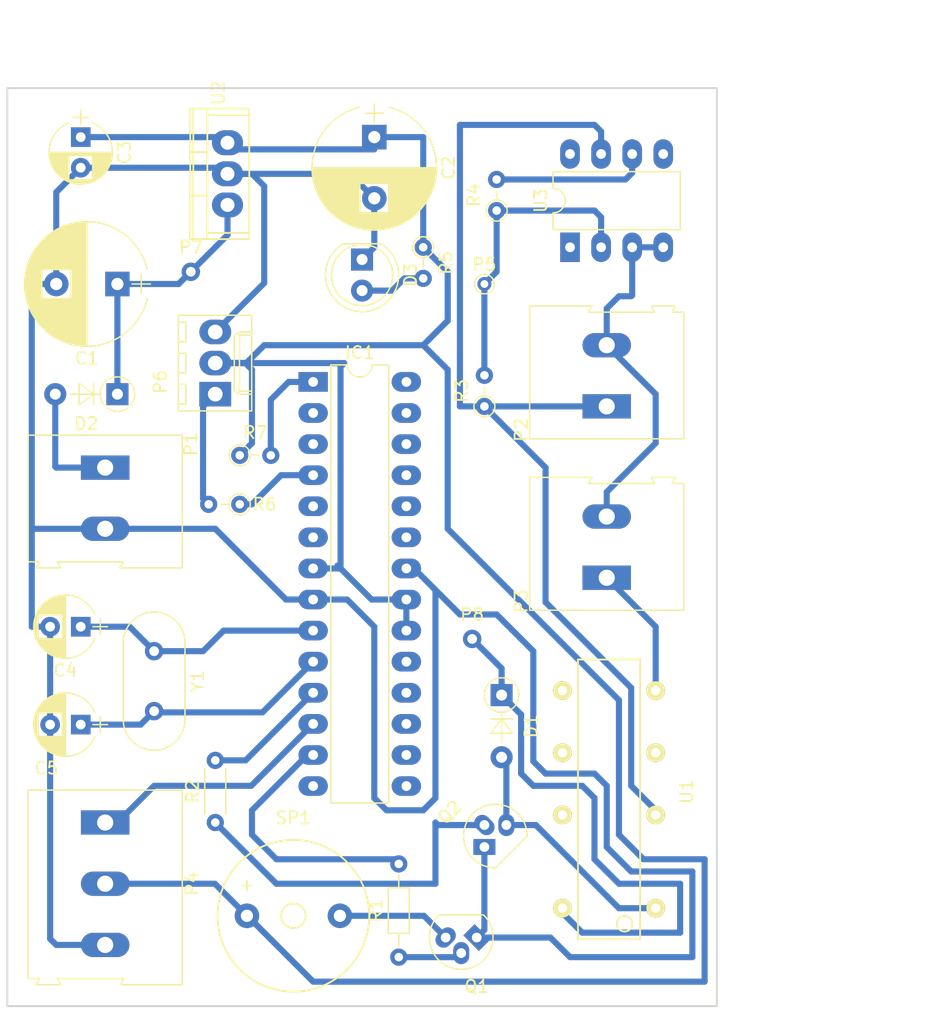
<source format=kicad_pcb>
(kicad_pcb (version 4) (host pcbnew 4.0.5)

  (general
    (links 56)
    (no_connects 0)
    (area 159.275 60.3 238.85 143.696)
    (thickness 1.6)
    (drawings 6)
    (tracks 189)
    (zones 0)
    (modules 31)
    (nets 46)
  )

  (page A4)
  (layers
    (0 F.Cu signal)
    (31 B.Cu signal)
    (32 B.Adhes user)
    (33 F.Adhes user)
    (34 B.Paste user)
    (35 F.Paste user)
    (36 B.SilkS user)
    (37 F.SilkS user)
    (38 B.Mask user)
    (39 F.Mask user)
    (40 Dwgs.User user)
    (41 Cmts.User user)
    (42 Eco1.User user)
    (43 Eco2.User user)
    (44 Edge.Cuts user)
    (45 Margin user)
    (46 B.CrtYd user)
    (47 F.CrtYd user)
    (48 B.Fab user)
    (49 F.Fab user)
  )

  (setup
    (last_trace_width 0.5)
    (trace_clearance 0.2)
    (zone_clearance 0.508)
    (zone_45_only no)
    (trace_min 0.2)
    (segment_width 0.2)
    (edge_width 0.15)
    (via_size 0.6)
    (via_drill 0.4)
    (via_min_size 0.4)
    (via_min_drill 0.3)
    (uvia_size 0.3)
    (uvia_drill 0.1)
    (uvias_allowed no)
    (uvia_min_size 0.2)
    (uvia_min_drill 0.1)
    (pcb_text_width 0.3)
    (pcb_text_size 1.5 1.5)
    (mod_edge_width 0.15)
    (mod_text_size 1 1)
    (mod_text_width 0.15)
    (pad_size 1.524 1.524)
    (pad_drill 0.762)
    (pad_to_mask_clearance 0.2)
    (aux_axis_origin 0 0)
    (visible_elements 7FFFFFFF)
    (pcbplotparams
      (layerselection 0x00030_80000001)
      (usegerberextensions false)
      (excludeedgelayer true)
      (linewidth 0.100000)
      (plotframeref false)
      (viasonmask false)
      (mode 1)
      (useauxorigin false)
      (hpglpennumber 1)
      (hpglpenspeed 20)
      (hpglpendiameter 15)
      (hpglpenoverlay 2)
      (psnegative false)
      (psa4output false)
      (plotreference true)
      (plotvalue true)
      (plotinvisibletext false)
      (padsonsilk false)
      (subtractmaskfromsilk false)
      (outputformat 1)
      (mirror false)
      (drillshape 1)
      (scaleselection 1)
      (outputdirectory ""))
  )

  (net 0 "")
  (net 1 12V)
  (net 2 GND)
  (net 3 5V)
  (net 4 "Net-(C4-Pad1)")
  (net 5 "Net-(C5-Pad1)")
  (net 6 "Net-(D1-Pad2)")
  (net 7 "Net-(D2-Pad2)")
  (net 8 "Net-(D3-Pad2)")
  (net 9 RST)
  (net 10 "Net-(IC1-Pad15)")
  (net 11 "Net-(IC1-Pad2)")
  (net 12 "Net-(IC1-Pad16)")
  (net 13 "Net-(IC1-Pad3)")
  (net 14 S_Rx)
  (net 15 "Net-(IC1-Pad5)")
  (net 16 "Net-(IC1-Pad6)")
  (net 17 "Net-(IC1-Pad24)")
  (net 18 C_IGNICION)
  (net 19 "Net-(IC1-Pad25)")
  (net 20 C_SERVO)
  (net 21 "Net-(IC1-Pad26)")
  (net 22 C_BUZZER)
  (net 23 "Net-(IC1-Pad27)")
  (net 24 "Net-(IC1-Pad14)")
  (net 25 "Net-(IC1-Pad28)")
  (net 26 VB2)
  (net 27 GND_2)
  (net 28 HV_C)
  (net 29 "Net-(Q2-Pad2)")
  (net 30 "Net-(U1-Pad3)")
  (net 31 "Net-(U1-Pad5)")
  (net 32 "Net-(U1-Pad6)")
  (net 33 "Net-(U1-Pad7)")
  (net 34 "Net-(U3-Pad1)")
  (net 35 "Net-(U3-Pad5)")
  (net 36 "Net-(IC1-Pad17)")
  (net 37 "Net-(IC1-Pad18)")
  (net 38 "Net-(IC1-Pad19)")
  (net 39 "Net-(P5-Pad1)")
  (net 40 "Net-(P6-Pad1)")
  (net 41 "Net-(Q1-Pad2)")
  (net 42 "Net-(Q1-Pad3)")
  (net 43 "Net-(R4-Pad2)")
  (net 44 "Net-(IC1-Pad23)")
  (net 45 12V_1)

  (net_class Default "This is the default net class."
    (clearance 0.2)
    (trace_width 0.5)
    (via_dia 0.6)
    (via_drill 0.4)
    (uvia_dia 0.3)
    (uvia_drill 0.1)
    (add_net 12V)
    (add_net 12V_1)
    (add_net 5V)
    (add_net C_BUZZER)
    (add_net C_IGNICION)
    (add_net C_SERVO)
    (add_net GND)
    (add_net GND_2)
    (add_net HV_C)
    (add_net "Net-(C4-Pad1)")
    (add_net "Net-(C5-Pad1)")
    (add_net "Net-(D1-Pad2)")
    (add_net "Net-(D2-Pad2)")
    (add_net "Net-(D3-Pad2)")
    (add_net "Net-(IC1-Pad14)")
    (add_net "Net-(IC1-Pad15)")
    (add_net "Net-(IC1-Pad16)")
    (add_net "Net-(IC1-Pad17)")
    (add_net "Net-(IC1-Pad18)")
    (add_net "Net-(IC1-Pad19)")
    (add_net "Net-(IC1-Pad2)")
    (add_net "Net-(IC1-Pad23)")
    (add_net "Net-(IC1-Pad24)")
    (add_net "Net-(IC1-Pad25)")
    (add_net "Net-(IC1-Pad26)")
    (add_net "Net-(IC1-Pad27)")
    (add_net "Net-(IC1-Pad28)")
    (add_net "Net-(IC1-Pad3)")
    (add_net "Net-(IC1-Pad5)")
    (add_net "Net-(IC1-Pad6)")
    (add_net "Net-(P5-Pad1)")
    (add_net "Net-(P6-Pad1)")
    (add_net "Net-(Q1-Pad2)")
    (add_net "Net-(Q1-Pad3)")
    (add_net "Net-(Q2-Pad2)")
    (add_net "Net-(R4-Pad2)")
    (add_net "Net-(U1-Pad3)")
    (add_net "Net-(U1-Pad5)")
    (add_net "Net-(U1-Pad6)")
    (add_net "Net-(U1-Pad7)")
    (add_net "Net-(U3-Pad1)")
    (add_net "Net-(U3-Pad5)")
    (add_net RST)
    (add_net S_Rx)
    (add_net VB2)
  )

  (module Housings_DIP:DIP-28_W7.62mm_LongPads (layer F.Cu) (tedit 586281B5) (tstamp 589D13E4)
    (at 185 91)
    (descr "28-lead dip package, row spacing 7.62 mm (300 mils), LongPads")
    (tags "DIL DIP PDIP 2.54mm 7.62mm 300mil LongPads")
    (path /58817468)
    (fp_text reference IC1 (at 3.81 -2.39) (layer F.SilkS)
      (effects (font (size 1 1) (thickness 0.15)))
    )
    (fp_text value ATMEGA8-P (at 3.81 35.41) (layer F.Fab)
      (effects (font (size 1 1) (thickness 0.15)))
    )
    (fp_arc (start 3.81 -1.39) (end 2.81 -1.39) (angle -180) (layer F.SilkS) (width 0.12))
    (fp_line (start 1.635 -1.27) (end 6.985 -1.27) (layer F.Fab) (width 0.1))
    (fp_line (start 6.985 -1.27) (end 6.985 34.29) (layer F.Fab) (width 0.1))
    (fp_line (start 6.985 34.29) (end 0.635 34.29) (layer F.Fab) (width 0.1))
    (fp_line (start 0.635 34.29) (end 0.635 -0.27) (layer F.Fab) (width 0.1))
    (fp_line (start 0.635 -0.27) (end 1.635 -1.27) (layer F.Fab) (width 0.1))
    (fp_line (start 2.81 -1.39) (end 1.44 -1.39) (layer F.SilkS) (width 0.12))
    (fp_line (start 1.44 -1.39) (end 1.44 34.41) (layer F.SilkS) (width 0.12))
    (fp_line (start 1.44 34.41) (end 6.18 34.41) (layer F.SilkS) (width 0.12))
    (fp_line (start 6.18 34.41) (end 6.18 -1.39) (layer F.SilkS) (width 0.12))
    (fp_line (start 6.18 -1.39) (end 4.81 -1.39) (layer F.SilkS) (width 0.12))
    (fp_line (start -1.5 -1.6) (end -1.5 34.6) (layer F.CrtYd) (width 0.05))
    (fp_line (start -1.5 34.6) (end 9.1 34.6) (layer F.CrtYd) (width 0.05))
    (fp_line (start 9.1 34.6) (end 9.1 -1.6) (layer F.CrtYd) (width 0.05))
    (fp_line (start 9.1 -1.6) (end -1.5 -1.6) (layer F.CrtYd) (width 0.05))
    (pad 1 thru_hole rect (at 0 0) (size 2.4 1.6) (drill 0.8) (layers *.Cu *.Mask)
      (net 9 RST))
    (pad 15 thru_hole oval (at 7.62 33.02) (size 2.4 1.6) (drill 0.8) (layers *.Cu *.Mask)
      (net 10 "Net-(IC1-Pad15)"))
    (pad 2 thru_hole oval (at 0 2.54) (size 2.4 1.6) (drill 0.8) (layers *.Cu *.Mask)
      (net 11 "Net-(IC1-Pad2)"))
    (pad 16 thru_hole oval (at 7.62 30.48) (size 2.4 1.6) (drill 0.8) (layers *.Cu *.Mask)
      (net 12 "Net-(IC1-Pad16)"))
    (pad 3 thru_hole oval (at 0 5.08) (size 2.4 1.6) (drill 0.8) (layers *.Cu *.Mask)
      (net 13 "Net-(IC1-Pad3)"))
    (pad 17 thru_hole oval (at 7.62 27.94) (size 2.4 1.6) (drill 0.8) (layers *.Cu *.Mask)
      (net 36 "Net-(IC1-Pad17)"))
    (pad 4 thru_hole oval (at 0 7.62) (size 2.4 1.6) (drill 0.8) (layers *.Cu *.Mask)
      (net 14 S_Rx))
    (pad 18 thru_hole oval (at 7.62 25.4) (size 2.4 1.6) (drill 0.8) (layers *.Cu *.Mask)
      (net 37 "Net-(IC1-Pad18)"))
    (pad 5 thru_hole oval (at 0 10.16) (size 2.4 1.6) (drill 0.8) (layers *.Cu *.Mask)
      (net 15 "Net-(IC1-Pad5)"))
    (pad 19 thru_hole oval (at 7.62 22.86) (size 2.4 1.6) (drill 0.8) (layers *.Cu *.Mask)
      (net 38 "Net-(IC1-Pad19)"))
    (pad 6 thru_hole oval (at 0 12.7) (size 2.4 1.6) (drill 0.8) (layers *.Cu *.Mask)
      (net 16 "Net-(IC1-Pad6)"))
    (pad 20 thru_hole oval (at 7.62 20.32) (size 2.4 1.6) (drill 0.8) (layers *.Cu *.Mask)
      (net 3 5V))
    (pad 7 thru_hole oval (at 0 15.24) (size 2.4 1.6) (drill 0.8) (layers *.Cu *.Mask)
      (net 3 5V))
    (pad 21 thru_hole oval (at 7.62 17.78) (size 2.4 1.6) (drill 0.8) (layers *.Cu *.Mask)
      (net 3 5V))
    (pad 8 thru_hole oval (at 0 17.78) (size 2.4 1.6) (drill 0.8) (layers *.Cu *.Mask)
      (net 2 GND))
    (pad 22 thru_hole oval (at 7.62 15.24) (size 2.4 1.6) (drill 0.8) (layers *.Cu *.Mask)
      (net 2 GND))
    (pad 9 thru_hole oval (at 0 20.32) (size 2.4 1.6) (drill 0.8) (layers *.Cu *.Mask)
      (net 4 "Net-(C4-Pad1)"))
    (pad 23 thru_hole oval (at 7.62 12.7) (size 2.4 1.6) (drill 0.8) (layers *.Cu *.Mask)
      (net 44 "Net-(IC1-Pad23)"))
    (pad 10 thru_hole oval (at 0 22.86) (size 2.4 1.6) (drill 0.8) (layers *.Cu *.Mask)
      (net 5 "Net-(C5-Pad1)"))
    (pad 24 thru_hole oval (at 7.62 10.16) (size 2.4 1.6) (drill 0.8) (layers *.Cu *.Mask)
      (net 17 "Net-(IC1-Pad24)"))
    (pad 11 thru_hole oval (at 0 25.4) (size 2.4 1.6) (drill 0.8) (layers *.Cu *.Mask)
      (net 18 C_IGNICION))
    (pad 25 thru_hole oval (at 7.62 7.62) (size 2.4 1.6) (drill 0.8) (layers *.Cu *.Mask)
      (net 19 "Net-(IC1-Pad25)"))
    (pad 12 thru_hole oval (at 0 27.94) (size 2.4 1.6) (drill 0.8) (layers *.Cu *.Mask)
      (net 20 C_SERVO))
    (pad 26 thru_hole oval (at 7.62 5.08) (size 2.4 1.6) (drill 0.8) (layers *.Cu *.Mask)
      (net 21 "Net-(IC1-Pad26)"))
    (pad 13 thru_hole oval (at 0 30.48) (size 2.4 1.6) (drill 0.8) (layers *.Cu *.Mask)
      (net 22 C_BUZZER))
    (pad 27 thru_hole oval (at 7.62 2.54) (size 2.4 1.6) (drill 0.8) (layers *.Cu *.Mask)
      (net 23 "Net-(IC1-Pad27)"))
    (pad 14 thru_hole oval (at 0 33.02) (size 2.4 1.6) (drill 0.8) (layers *.Cu *.Mask)
      (net 24 "Net-(IC1-Pad14)"))
    (pad 28 thru_hole oval (at 7.62 0) (size 2.4 1.6) (drill 0.8) (layers *.Cu *.Mask)
      (net 25 "Net-(IC1-Pad28)"))
    (model Housings_DIP.3dshapes/DIP-28_W7.62mm_LongPads.wrl
      (at (xyz 0 0 0))
      (scale (xyz 1 1 1))
      (rotate (xyz 0 0 0))
    )
  )

  (module Buzzers_Beepers:Buzzer_12x9.5RM7.6 (layer F.Cu) (tedit 544E361A) (tstamp 589D177A)
    (at 183.388 134.62)
    (descr "Generic Buzzer, D12mm height 9.5mm with RM7.6mm")
    (tags buzzer)
    (path /5886E673)
    (fp_text reference SP1 (at 0 -8.001) (layer F.SilkS)
      (effects (font (size 1 1) (thickness 0.15)))
    )
    (fp_text value SPEAKER (at -1.00076 8.001) (layer F.Fab)
      (effects (font (size 1 1) (thickness 0.15)))
    )
    (fp_circle (center 0 0) (end 1.00076 0) (layer F.SilkS) (width 0.15))
    (fp_text user + (at -3.81 -2.54) (layer F.SilkS)
      (effects (font (size 1 1) (thickness 0.15)))
    )
    (fp_circle (center 0 0) (end 6.20014 0) (layer F.SilkS) (width 0.15))
    (pad 1 thru_hole circle (at -3.79984 0) (size 2 2) (drill 1.00076) (layers *.Cu *.Mask)
      (net 3 5V))
    (pad 2 thru_hole circle (at 3.79984 0) (size 2 2) (drill 1.00076) (layers *.Cu *.Mask)
      (net 42 "Net-(Q1-Pad3)"))
    (model Buzzers_Beepers.3dshapes/Buzzer_12x9.5RM7.6.wrl
      (at (xyz 0 0 0))
      (scale (xyz 4 4 4))
      (rotate (xyz 0 0 0))
    )
  )

  (module Capacitors_ThroughHole:CP_Radial_D10.0mm_P5.00mm (layer F.Cu) (tedit 58765D06) (tstamp 589D1112)
    (at 169 83 180)
    (descr "CP, Radial series, Radial, pin pitch=5.00mm, , diameter=10mm, Electrolytic Capacitor")
    (tags "CP Radial series Radial pin pitch 5.00mm  diameter 10mm Electrolytic Capacitor")
    (path /5881700E)
    (fp_text reference C1 (at 2.5 -6.06 180) (layer F.SilkS)
      (effects (font (size 1 1) (thickness 0.15)))
    )
    (fp_text value 1000u/16V (at 2.5 6.06 180) (layer F.Fab)
      (effects (font (size 1 1) (thickness 0.15)))
    )
    (fp_arc (start 2.5 0) (end -2.451333 -1.18) (angle 153.2) (layer F.SilkS) (width 0.12))
    (fp_arc (start 2.5 0) (end -2.451333 1.18) (angle -153.2) (layer F.SilkS) (width 0.12))
    (fp_arc (start 2.5 0) (end 7.451333 -1.18) (angle 26.8) (layer F.SilkS) (width 0.12))
    (fp_circle (center 2.5 0) (end 7.5 0) (layer F.Fab) (width 0.1))
    (fp_line (start -2.7 0) (end -1.2 0) (layer F.Fab) (width 0.1))
    (fp_line (start -1.95 -0.75) (end -1.95 0.75) (layer F.Fab) (width 0.1))
    (fp_line (start 2.5 -5.05) (end 2.5 5.05) (layer F.SilkS) (width 0.12))
    (fp_line (start 2.54 -5.05) (end 2.54 5.05) (layer F.SilkS) (width 0.12))
    (fp_line (start 2.58 -5.05) (end 2.58 5.05) (layer F.SilkS) (width 0.12))
    (fp_line (start 2.62 -5.049) (end 2.62 5.049) (layer F.SilkS) (width 0.12))
    (fp_line (start 2.66 -5.048) (end 2.66 5.048) (layer F.SilkS) (width 0.12))
    (fp_line (start 2.7 -5.047) (end 2.7 5.047) (layer F.SilkS) (width 0.12))
    (fp_line (start 2.74 -5.045) (end 2.74 5.045) (layer F.SilkS) (width 0.12))
    (fp_line (start 2.78 -5.043) (end 2.78 5.043) (layer F.SilkS) (width 0.12))
    (fp_line (start 2.82 -5.04) (end 2.82 5.04) (layer F.SilkS) (width 0.12))
    (fp_line (start 2.86 -5.038) (end 2.86 5.038) (layer F.SilkS) (width 0.12))
    (fp_line (start 2.9 -5.035) (end 2.9 5.035) (layer F.SilkS) (width 0.12))
    (fp_line (start 2.94 -5.031) (end 2.94 5.031) (layer F.SilkS) (width 0.12))
    (fp_line (start 2.98 -5.028) (end 2.98 5.028) (layer F.SilkS) (width 0.12))
    (fp_line (start 3.02 -5.024) (end 3.02 5.024) (layer F.SilkS) (width 0.12))
    (fp_line (start 3.06 -5.02) (end 3.06 5.02) (layer F.SilkS) (width 0.12))
    (fp_line (start 3.1 -5.015) (end 3.1 5.015) (layer F.SilkS) (width 0.12))
    (fp_line (start 3.14 -5.01) (end 3.14 5.01) (layer F.SilkS) (width 0.12))
    (fp_line (start 3.18 -5.005) (end 3.18 5.005) (layer F.SilkS) (width 0.12))
    (fp_line (start 3.221 -4.999) (end 3.221 4.999) (layer F.SilkS) (width 0.12))
    (fp_line (start 3.261 -4.993) (end 3.261 4.993) (layer F.SilkS) (width 0.12))
    (fp_line (start 3.301 -4.987) (end 3.301 4.987) (layer F.SilkS) (width 0.12))
    (fp_line (start 3.341 -4.981) (end 3.341 4.981) (layer F.SilkS) (width 0.12))
    (fp_line (start 3.381 -4.974) (end 3.381 4.974) (layer F.SilkS) (width 0.12))
    (fp_line (start 3.421 -4.967) (end 3.421 4.967) (layer F.SilkS) (width 0.12))
    (fp_line (start 3.461 -4.959) (end 3.461 4.959) (layer F.SilkS) (width 0.12))
    (fp_line (start 3.501 -4.951) (end 3.501 4.951) (layer F.SilkS) (width 0.12))
    (fp_line (start 3.541 -4.943) (end 3.541 4.943) (layer F.SilkS) (width 0.12))
    (fp_line (start 3.581 -4.935) (end 3.581 4.935) (layer F.SilkS) (width 0.12))
    (fp_line (start 3.621 -4.926) (end 3.621 4.926) (layer F.SilkS) (width 0.12))
    (fp_line (start 3.661 -4.917) (end 3.661 4.917) (layer F.SilkS) (width 0.12))
    (fp_line (start 3.701 -4.907) (end 3.701 4.907) (layer F.SilkS) (width 0.12))
    (fp_line (start 3.741 -4.897) (end 3.741 4.897) (layer F.SilkS) (width 0.12))
    (fp_line (start 3.781 -4.887) (end 3.781 4.887) (layer F.SilkS) (width 0.12))
    (fp_line (start 3.821 -4.876) (end 3.821 -1.181) (layer F.SilkS) (width 0.12))
    (fp_line (start 3.821 1.181) (end 3.821 4.876) (layer F.SilkS) (width 0.12))
    (fp_line (start 3.861 -4.865) (end 3.861 -1.181) (layer F.SilkS) (width 0.12))
    (fp_line (start 3.861 1.181) (end 3.861 4.865) (layer F.SilkS) (width 0.12))
    (fp_line (start 3.901 -4.854) (end 3.901 -1.181) (layer F.SilkS) (width 0.12))
    (fp_line (start 3.901 1.181) (end 3.901 4.854) (layer F.SilkS) (width 0.12))
    (fp_line (start 3.941 -4.843) (end 3.941 -1.181) (layer F.SilkS) (width 0.12))
    (fp_line (start 3.941 1.181) (end 3.941 4.843) (layer F.SilkS) (width 0.12))
    (fp_line (start 3.981 -4.831) (end 3.981 -1.181) (layer F.SilkS) (width 0.12))
    (fp_line (start 3.981 1.181) (end 3.981 4.831) (layer F.SilkS) (width 0.12))
    (fp_line (start 4.021 -4.818) (end 4.021 -1.181) (layer F.SilkS) (width 0.12))
    (fp_line (start 4.021 1.181) (end 4.021 4.818) (layer F.SilkS) (width 0.12))
    (fp_line (start 4.061 -4.806) (end 4.061 -1.181) (layer F.SilkS) (width 0.12))
    (fp_line (start 4.061 1.181) (end 4.061 4.806) (layer F.SilkS) (width 0.12))
    (fp_line (start 4.101 -4.792) (end 4.101 -1.181) (layer F.SilkS) (width 0.12))
    (fp_line (start 4.101 1.181) (end 4.101 4.792) (layer F.SilkS) (width 0.12))
    (fp_line (start 4.141 -4.779) (end 4.141 -1.181) (layer F.SilkS) (width 0.12))
    (fp_line (start 4.141 1.181) (end 4.141 4.779) (layer F.SilkS) (width 0.12))
    (fp_line (start 4.181 -4.765) (end 4.181 -1.181) (layer F.SilkS) (width 0.12))
    (fp_line (start 4.181 1.181) (end 4.181 4.765) (layer F.SilkS) (width 0.12))
    (fp_line (start 4.221 -4.751) (end 4.221 -1.181) (layer F.SilkS) (width 0.12))
    (fp_line (start 4.221 1.181) (end 4.221 4.751) (layer F.SilkS) (width 0.12))
    (fp_line (start 4.261 -4.737) (end 4.261 -1.181) (layer F.SilkS) (width 0.12))
    (fp_line (start 4.261 1.181) (end 4.261 4.737) (layer F.SilkS) (width 0.12))
    (fp_line (start 4.301 -4.722) (end 4.301 -1.181) (layer F.SilkS) (width 0.12))
    (fp_line (start 4.301 1.181) (end 4.301 4.722) (layer F.SilkS) (width 0.12))
    (fp_line (start 4.341 -4.706) (end 4.341 -1.181) (layer F.SilkS) (width 0.12))
    (fp_line (start 4.341 1.181) (end 4.341 4.706) (layer F.SilkS) (width 0.12))
    (fp_line (start 4.381 -4.691) (end 4.381 -1.181) (layer F.SilkS) (width 0.12))
    (fp_line (start 4.381 1.181) (end 4.381 4.691) (layer F.SilkS) (width 0.12))
    (fp_line (start 4.421 -4.674) (end 4.421 -1.181) (layer F.SilkS) (width 0.12))
    (fp_line (start 4.421 1.181) (end 4.421 4.674) (layer F.SilkS) (width 0.12))
    (fp_line (start 4.461 -4.658) (end 4.461 -1.181) (layer F.SilkS) (width 0.12))
    (fp_line (start 4.461 1.181) (end 4.461 4.658) (layer F.SilkS) (width 0.12))
    (fp_line (start 4.501 -4.641) (end 4.501 -1.181) (layer F.SilkS) (width 0.12))
    (fp_line (start 4.501 1.181) (end 4.501 4.641) (layer F.SilkS) (width 0.12))
    (fp_line (start 4.541 -4.624) (end 4.541 -1.181) (layer F.SilkS) (width 0.12))
    (fp_line (start 4.541 1.181) (end 4.541 4.624) (layer F.SilkS) (width 0.12))
    (fp_line (start 4.581 -4.606) (end 4.581 -1.181) (layer F.SilkS) (width 0.12))
    (fp_line (start 4.581 1.181) (end 4.581 4.606) (layer F.SilkS) (width 0.12))
    (fp_line (start 4.621 -4.588) (end 4.621 -1.181) (layer F.SilkS) (width 0.12))
    (fp_line (start 4.621 1.181) (end 4.621 4.588) (layer F.SilkS) (width 0.12))
    (fp_line (start 4.661 -4.569) (end 4.661 -1.181) (layer F.SilkS) (width 0.12))
    (fp_line (start 4.661 1.181) (end 4.661 4.569) (layer F.SilkS) (width 0.12))
    (fp_line (start 4.701 -4.55) (end 4.701 -1.181) (layer F.SilkS) (width 0.12))
    (fp_line (start 4.701 1.181) (end 4.701 4.55) (layer F.SilkS) (width 0.12))
    (fp_line (start 4.741 -4.531) (end 4.741 -1.181) (layer F.SilkS) (width 0.12))
    (fp_line (start 4.741 1.181) (end 4.741 4.531) (layer F.SilkS) (width 0.12))
    (fp_line (start 4.781 -4.511) (end 4.781 -1.181) (layer F.SilkS) (width 0.12))
    (fp_line (start 4.781 1.181) (end 4.781 4.511) (layer F.SilkS) (width 0.12))
    (fp_line (start 4.821 -4.491) (end 4.821 -1.181) (layer F.SilkS) (width 0.12))
    (fp_line (start 4.821 1.181) (end 4.821 4.491) (layer F.SilkS) (width 0.12))
    (fp_line (start 4.861 -4.47) (end 4.861 -1.181) (layer F.SilkS) (width 0.12))
    (fp_line (start 4.861 1.181) (end 4.861 4.47) (layer F.SilkS) (width 0.12))
    (fp_line (start 4.901 -4.449) (end 4.901 -1.181) (layer F.SilkS) (width 0.12))
    (fp_line (start 4.901 1.181) (end 4.901 4.449) (layer F.SilkS) (width 0.12))
    (fp_line (start 4.941 -4.428) (end 4.941 -1.181) (layer F.SilkS) (width 0.12))
    (fp_line (start 4.941 1.181) (end 4.941 4.428) (layer F.SilkS) (width 0.12))
    (fp_line (start 4.981 -4.405) (end 4.981 -1.181) (layer F.SilkS) (width 0.12))
    (fp_line (start 4.981 1.181) (end 4.981 4.405) (layer F.SilkS) (width 0.12))
    (fp_line (start 5.021 -4.383) (end 5.021 -1.181) (layer F.SilkS) (width 0.12))
    (fp_line (start 5.021 1.181) (end 5.021 4.383) (layer F.SilkS) (width 0.12))
    (fp_line (start 5.061 -4.36) (end 5.061 -1.181) (layer F.SilkS) (width 0.12))
    (fp_line (start 5.061 1.181) (end 5.061 4.36) (layer F.SilkS) (width 0.12))
    (fp_line (start 5.101 -4.336) (end 5.101 -1.181) (layer F.SilkS) (width 0.12))
    (fp_line (start 5.101 1.181) (end 5.101 4.336) (layer F.SilkS) (width 0.12))
    (fp_line (start 5.141 -4.312) (end 5.141 -1.181) (layer F.SilkS) (width 0.12))
    (fp_line (start 5.141 1.181) (end 5.141 4.312) (layer F.SilkS) (width 0.12))
    (fp_line (start 5.181 -4.288) (end 5.181 -1.181) (layer F.SilkS) (width 0.12))
    (fp_line (start 5.181 1.181) (end 5.181 4.288) (layer F.SilkS) (width 0.12))
    (fp_line (start 5.221 -4.263) (end 5.221 -1.181) (layer F.SilkS) (width 0.12))
    (fp_line (start 5.221 1.181) (end 5.221 4.263) (layer F.SilkS) (width 0.12))
    (fp_line (start 5.261 -4.237) (end 5.261 -1.181) (layer F.SilkS) (width 0.12))
    (fp_line (start 5.261 1.181) (end 5.261 4.237) (layer F.SilkS) (width 0.12))
    (fp_line (start 5.301 -4.211) (end 5.301 -1.181) (layer F.SilkS) (width 0.12))
    (fp_line (start 5.301 1.181) (end 5.301 4.211) (layer F.SilkS) (width 0.12))
    (fp_line (start 5.341 -4.185) (end 5.341 -1.181) (layer F.SilkS) (width 0.12))
    (fp_line (start 5.341 1.181) (end 5.341 4.185) (layer F.SilkS) (width 0.12))
    (fp_line (start 5.381 -4.157) (end 5.381 -1.181) (layer F.SilkS) (width 0.12))
    (fp_line (start 5.381 1.181) (end 5.381 4.157) (layer F.SilkS) (width 0.12))
    (fp_line (start 5.421 -4.13) (end 5.421 -1.181) (layer F.SilkS) (width 0.12))
    (fp_line (start 5.421 1.181) (end 5.421 4.13) (layer F.SilkS) (width 0.12))
    (fp_line (start 5.461 -4.101) (end 5.461 -1.181) (layer F.SilkS) (width 0.12))
    (fp_line (start 5.461 1.181) (end 5.461 4.101) (layer F.SilkS) (width 0.12))
    (fp_line (start 5.501 -4.072) (end 5.501 -1.181) (layer F.SilkS) (width 0.12))
    (fp_line (start 5.501 1.181) (end 5.501 4.072) (layer F.SilkS) (width 0.12))
    (fp_line (start 5.541 -4.043) (end 5.541 -1.181) (layer F.SilkS) (width 0.12))
    (fp_line (start 5.541 1.181) (end 5.541 4.043) (layer F.SilkS) (width 0.12))
    (fp_line (start 5.581 -4.013) (end 5.581 -1.181) (layer F.SilkS) (width 0.12))
    (fp_line (start 5.581 1.181) (end 5.581 4.013) (layer F.SilkS) (width 0.12))
    (fp_line (start 5.621 -3.982) (end 5.621 -1.181) (layer F.SilkS) (width 0.12))
    (fp_line (start 5.621 1.181) (end 5.621 3.982) (layer F.SilkS) (width 0.12))
    (fp_line (start 5.661 -3.951) (end 5.661 -1.181) (layer F.SilkS) (width 0.12))
    (fp_line (start 5.661 1.181) (end 5.661 3.951) (layer F.SilkS) (width 0.12))
    (fp_line (start 5.701 -3.919) (end 5.701 -1.181) (layer F.SilkS) (width 0.12))
    (fp_line (start 5.701 1.181) (end 5.701 3.919) (layer F.SilkS) (width 0.12))
    (fp_line (start 5.741 -3.886) (end 5.741 -1.181) (layer F.SilkS) (width 0.12))
    (fp_line (start 5.741 1.181) (end 5.741 3.886) (layer F.SilkS) (width 0.12))
    (fp_line (start 5.781 -3.853) (end 5.781 -1.181) (layer F.SilkS) (width 0.12))
    (fp_line (start 5.781 1.181) (end 5.781 3.853) (layer F.SilkS) (width 0.12))
    (fp_line (start 5.821 -3.819) (end 5.821 -1.181) (layer F.SilkS) (width 0.12))
    (fp_line (start 5.821 1.181) (end 5.821 3.819) (layer F.SilkS) (width 0.12))
    (fp_line (start 5.861 -3.784) (end 5.861 -1.181) (layer F.SilkS) (width 0.12))
    (fp_line (start 5.861 1.181) (end 5.861 3.784) (layer F.SilkS) (width 0.12))
    (fp_line (start 5.901 -3.748) (end 5.901 -1.181) (layer F.SilkS) (width 0.12))
    (fp_line (start 5.901 1.181) (end 5.901 3.748) (layer F.SilkS) (width 0.12))
    (fp_line (start 5.941 -3.712) (end 5.941 -1.181) (layer F.SilkS) (width 0.12))
    (fp_line (start 5.941 1.181) (end 5.941 3.712) (layer F.SilkS) (width 0.12))
    (fp_line (start 5.981 -3.675) (end 5.981 -1.181) (layer F.SilkS) (width 0.12))
    (fp_line (start 5.981 1.181) (end 5.981 3.675) (layer F.SilkS) (width 0.12))
    (fp_line (start 6.021 -3.637) (end 6.021 -1.181) (layer F.SilkS) (width 0.12))
    (fp_line (start 6.021 1.181) (end 6.021 3.637) (layer F.SilkS) (width 0.12))
    (fp_line (start 6.061 -3.598) (end 6.061 -1.181) (layer F.SilkS) (width 0.12))
    (fp_line (start 6.061 1.181) (end 6.061 3.598) (layer F.SilkS) (width 0.12))
    (fp_line (start 6.101 -3.559) (end 6.101 -1.181) (layer F.SilkS) (width 0.12))
    (fp_line (start 6.101 1.181) (end 6.101 3.559) (layer F.SilkS) (width 0.12))
    (fp_line (start 6.141 -3.518) (end 6.141 -1.181) (layer F.SilkS) (width 0.12))
    (fp_line (start 6.141 1.181) (end 6.141 3.518) (layer F.SilkS) (width 0.12))
    (fp_line (start 6.181 -3.477) (end 6.181 3.477) (layer F.SilkS) (width 0.12))
    (fp_line (start 6.221 -3.435) (end 6.221 3.435) (layer F.SilkS) (width 0.12))
    (fp_line (start 6.261 -3.391) (end 6.261 3.391) (layer F.SilkS) (width 0.12))
    (fp_line (start 6.301 -3.347) (end 6.301 3.347) (layer F.SilkS) (width 0.12))
    (fp_line (start 6.341 -3.302) (end 6.341 3.302) (layer F.SilkS) (width 0.12))
    (fp_line (start 6.381 -3.255) (end 6.381 3.255) (layer F.SilkS) (width 0.12))
    (fp_line (start 6.421 -3.207) (end 6.421 3.207) (layer F.SilkS) (width 0.12))
    (fp_line (start 6.461 -3.158) (end 6.461 3.158) (layer F.SilkS) (width 0.12))
    (fp_line (start 6.501 -3.108) (end 6.501 3.108) (layer F.SilkS) (width 0.12))
    (fp_line (start 6.541 -3.057) (end 6.541 3.057) (layer F.SilkS) (width 0.12))
    (fp_line (start 6.581 -3.004) (end 6.581 3.004) (layer F.SilkS) (width 0.12))
    (fp_line (start 6.621 -2.949) (end 6.621 2.949) (layer F.SilkS) (width 0.12))
    (fp_line (start 6.661 -2.894) (end 6.661 2.894) (layer F.SilkS) (width 0.12))
    (fp_line (start 6.701 -2.836) (end 6.701 2.836) (layer F.SilkS) (width 0.12))
    (fp_line (start 6.741 -2.777) (end 6.741 2.777) (layer F.SilkS) (width 0.12))
    (fp_line (start 6.781 -2.715) (end 6.781 2.715) (layer F.SilkS) (width 0.12))
    (fp_line (start 6.821 -2.652) (end 6.821 2.652) (layer F.SilkS) (width 0.12))
    (fp_line (start 6.861 -2.587) (end 6.861 2.587) (layer F.SilkS) (width 0.12))
    (fp_line (start 6.901 -2.519) (end 6.901 2.519) (layer F.SilkS) (width 0.12))
    (fp_line (start 6.941 -2.449) (end 6.941 2.449) (layer F.SilkS) (width 0.12))
    (fp_line (start 6.981 -2.377) (end 6.981 2.377) (layer F.SilkS) (width 0.12))
    (fp_line (start 7.021 -2.301) (end 7.021 2.301) (layer F.SilkS) (width 0.12))
    (fp_line (start 7.061 -2.222) (end 7.061 2.222) (layer F.SilkS) (width 0.12))
    (fp_line (start 7.101 -2.14) (end 7.101 2.14) (layer F.SilkS) (width 0.12))
    (fp_line (start 7.141 -2.053) (end 7.141 2.053) (layer F.SilkS) (width 0.12))
    (fp_line (start 7.181 -1.962) (end 7.181 1.962) (layer F.SilkS) (width 0.12))
    (fp_line (start 7.221 -1.866) (end 7.221 1.866) (layer F.SilkS) (width 0.12))
    (fp_line (start 7.261 -1.763) (end 7.261 1.763) (layer F.SilkS) (width 0.12))
    (fp_line (start 7.301 -1.654) (end 7.301 1.654) (layer F.SilkS) (width 0.12))
    (fp_line (start 7.341 -1.536) (end 7.341 1.536) (layer F.SilkS) (width 0.12))
    (fp_line (start 7.381 -1.407) (end 7.381 1.407) (layer F.SilkS) (width 0.12))
    (fp_line (start 7.421 -1.265) (end 7.421 1.265) (layer F.SilkS) (width 0.12))
    (fp_line (start 7.461 -1.104) (end 7.461 1.104) (layer F.SilkS) (width 0.12))
    (fp_line (start 7.501 -0.913) (end 7.501 0.913) (layer F.SilkS) (width 0.12))
    (fp_line (start 7.541 -0.672) (end 7.541 0.672) (layer F.SilkS) (width 0.12))
    (fp_line (start 7.581 -0.279) (end 7.581 0.279) (layer F.SilkS) (width 0.12))
    (fp_line (start -2.7 0) (end -1.2 0) (layer F.SilkS) (width 0.12))
    (fp_line (start -1.95 -0.75) (end -1.95 0.75) (layer F.SilkS) (width 0.12))
    (fp_line (start -2.85 -5.35) (end -2.85 5.35) (layer F.CrtYd) (width 0.05))
    (fp_line (start -2.85 5.35) (end 7.85 5.35) (layer F.CrtYd) (width 0.05))
    (fp_line (start 7.85 5.35) (end 7.85 -5.35) (layer F.CrtYd) (width 0.05))
    (fp_line (start 7.85 -5.35) (end -2.85 -5.35) (layer F.CrtYd) (width 0.05))
    (pad 1 thru_hole rect (at 0 0 180) (size 2 2) (drill 1) (layers *.Cu *.Mask)
      (net 1 12V))
    (pad 2 thru_hole circle (at 5 0 180) (size 2 2) (drill 1) (layers *.Cu *.Mask)
      (net 2 GND))
    (model Capacitors_ThroughHole.3dshapes/CP_Radial_D10.0mm_P5.00mm.wrl
      (at (xyz 0 0 0))
      (scale (xyz 0.393701 0.393701 0.393701))
      (rotate (xyz 0 0 0))
    )
  )

  (module Capacitors_ThroughHole:CP_Radial_D10.0mm_P5.00mm (layer F.Cu) (tedit 58765D06) (tstamp 589D11DF)
    (at 190 71 270)
    (descr "CP, Radial series, Radial, pin pitch=5.00mm, , diameter=10mm, Electrolytic Capacitor")
    (tags "CP Radial series Radial pin pitch 5.00mm  diameter 10mm Electrolytic Capacitor")
    (path /588171AA)
    (fp_text reference C2 (at 2.5 -6.06 270) (layer F.SilkS)
      (effects (font (size 1 1) (thickness 0.15)))
    )
    (fp_text value 1000u/16V (at 2.5 6.06 270) (layer F.Fab)
      (effects (font (size 1 1) (thickness 0.15)))
    )
    (fp_arc (start 2.5 0) (end -2.451333 -1.18) (angle 153.2) (layer F.SilkS) (width 0.12))
    (fp_arc (start 2.5 0) (end -2.451333 1.18) (angle -153.2) (layer F.SilkS) (width 0.12))
    (fp_arc (start 2.5 0) (end 7.451333 -1.18) (angle 26.8) (layer F.SilkS) (width 0.12))
    (fp_circle (center 2.5 0) (end 7.5 0) (layer F.Fab) (width 0.1))
    (fp_line (start -2.7 0) (end -1.2 0) (layer F.Fab) (width 0.1))
    (fp_line (start -1.95 -0.75) (end -1.95 0.75) (layer F.Fab) (width 0.1))
    (fp_line (start 2.5 -5.05) (end 2.5 5.05) (layer F.SilkS) (width 0.12))
    (fp_line (start 2.54 -5.05) (end 2.54 5.05) (layer F.SilkS) (width 0.12))
    (fp_line (start 2.58 -5.05) (end 2.58 5.05) (layer F.SilkS) (width 0.12))
    (fp_line (start 2.62 -5.049) (end 2.62 5.049) (layer F.SilkS) (width 0.12))
    (fp_line (start 2.66 -5.048) (end 2.66 5.048) (layer F.SilkS) (width 0.12))
    (fp_line (start 2.7 -5.047) (end 2.7 5.047) (layer F.SilkS) (width 0.12))
    (fp_line (start 2.74 -5.045) (end 2.74 5.045) (layer F.SilkS) (width 0.12))
    (fp_line (start 2.78 -5.043) (end 2.78 5.043) (layer F.SilkS) (width 0.12))
    (fp_line (start 2.82 -5.04) (end 2.82 5.04) (layer F.SilkS) (width 0.12))
    (fp_line (start 2.86 -5.038) (end 2.86 5.038) (layer F.SilkS) (width 0.12))
    (fp_line (start 2.9 -5.035) (end 2.9 5.035) (layer F.SilkS) (width 0.12))
    (fp_line (start 2.94 -5.031) (end 2.94 5.031) (layer F.SilkS) (width 0.12))
    (fp_line (start 2.98 -5.028) (end 2.98 5.028) (layer F.SilkS) (width 0.12))
    (fp_line (start 3.02 -5.024) (end 3.02 5.024) (layer F.SilkS) (width 0.12))
    (fp_line (start 3.06 -5.02) (end 3.06 5.02) (layer F.SilkS) (width 0.12))
    (fp_line (start 3.1 -5.015) (end 3.1 5.015) (layer F.SilkS) (width 0.12))
    (fp_line (start 3.14 -5.01) (end 3.14 5.01) (layer F.SilkS) (width 0.12))
    (fp_line (start 3.18 -5.005) (end 3.18 5.005) (layer F.SilkS) (width 0.12))
    (fp_line (start 3.221 -4.999) (end 3.221 4.999) (layer F.SilkS) (width 0.12))
    (fp_line (start 3.261 -4.993) (end 3.261 4.993) (layer F.SilkS) (width 0.12))
    (fp_line (start 3.301 -4.987) (end 3.301 4.987) (layer F.SilkS) (width 0.12))
    (fp_line (start 3.341 -4.981) (end 3.341 4.981) (layer F.SilkS) (width 0.12))
    (fp_line (start 3.381 -4.974) (end 3.381 4.974) (layer F.SilkS) (width 0.12))
    (fp_line (start 3.421 -4.967) (end 3.421 4.967) (layer F.SilkS) (width 0.12))
    (fp_line (start 3.461 -4.959) (end 3.461 4.959) (layer F.SilkS) (width 0.12))
    (fp_line (start 3.501 -4.951) (end 3.501 4.951) (layer F.SilkS) (width 0.12))
    (fp_line (start 3.541 -4.943) (end 3.541 4.943) (layer F.SilkS) (width 0.12))
    (fp_line (start 3.581 -4.935) (end 3.581 4.935) (layer F.SilkS) (width 0.12))
    (fp_line (start 3.621 -4.926) (end 3.621 4.926) (layer F.SilkS) (width 0.12))
    (fp_line (start 3.661 -4.917) (end 3.661 4.917) (layer F.SilkS) (width 0.12))
    (fp_line (start 3.701 -4.907) (end 3.701 4.907) (layer F.SilkS) (width 0.12))
    (fp_line (start 3.741 -4.897) (end 3.741 4.897) (layer F.SilkS) (width 0.12))
    (fp_line (start 3.781 -4.887) (end 3.781 4.887) (layer F.SilkS) (width 0.12))
    (fp_line (start 3.821 -4.876) (end 3.821 -1.181) (layer F.SilkS) (width 0.12))
    (fp_line (start 3.821 1.181) (end 3.821 4.876) (layer F.SilkS) (width 0.12))
    (fp_line (start 3.861 -4.865) (end 3.861 -1.181) (layer F.SilkS) (width 0.12))
    (fp_line (start 3.861 1.181) (end 3.861 4.865) (layer F.SilkS) (width 0.12))
    (fp_line (start 3.901 -4.854) (end 3.901 -1.181) (layer F.SilkS) (width 0.12))
    (fp_line (start 3.901 1.181) (end 3.901 4.854) (layer F.SilkS) (width 0.12))
    (fp_line (start 3.941 -4.843) (end 3.941 -1.181) (layer F.SilkS) (width 0.12))
    (fp_line (start 3.941 1.181) (end 3.941 4.843) (layer F.SilkS) (width 0.12))
    (fp_line (start 3.981 -4.831) (end 3.981 -1.181) (layer F.SilkS) (width 0.12))
    (fp_line (start 3.981 1.181) (end 3.981 4.831) (layer F.SilkS) (width 0.12))
    (fp_line (start 4.021 -4.818) (end 4.021 -1.181) (layer F.SilkS) (width 0.12))
    (fp_line (start 4.021 1.181) (end 4.021 4.818) (layer F.SilkS) (width 0.12))
    (fp_line (start 4.061 -4.806) (end 4.061 -1.181) (layer F.SilkS) (width 0.12))
    (fp_line (start 4.061 1.181) (end 4.061 4.806) (layer F.SilkS) (width 0.12))
    (fp_line (start 4.101 -4.792) (end 4.101 -1.181) (layer F.SilkS) (width 0.12))
    (fp_line (start 4.101 1.181) (end 4.101 4.792) (layer F.SilkS) (width 0.12))
    (fp_line (start 4.141 -4.779) (end 4.141 -1.181) (layer F.SilkS) (width 0.12))
    (fp_line (start 4.141 1.181) (end 4.141 4.779) (layer F.SilkS) (width 0.12))
    (fp_line (start 4.181 -4.765) (end 4.181 -1.181) (layer F.SilkS) (width 0.12))
    (fp_line (start 4.181 1.181) (end 4.181 4.765) (layer F.SilkS) (width 0.12))
    (fp_line (start 4.221 -4.751) (end 4.221 -1.181) (layer F.SilkS) (width 0.12))
    (fp_line (start 4.221 1.181) (end 4.221 4.751) (layer F.SilkS) (width 0.12))
    (fp_line (start 4.261 -4.737) (end 4.261 -1.181) (layer F.SilkS) (width 0.12))
    (fp_line (start 4.261 1.181) (end 4.261 4.737) (layer F.SilkS) (width 0.12))
    (fp_line (start 4.301 -4.722) (end 4.301 -1.181) (layer F.SilkS) (width 0.12))
    (fp_line (start 4.301 1.181) (end 4.301 4.722) (layer F.SilkS) (width 0.12))
    (fp_line (start 4.341 -4.706) (end 4.341 -1.181) (layer F.SilkS) (width 0.12))
    (fp_line (start 4.341 1.181) (end 4.341 4.706) (layer F.SilkS) (width 0.12))
    (fp_line (start 4.381 -4.691) (end 4.381 -1.181) (layer F.SilkS) (width 0.12))
    (fp_line (start 4.381 1.181) (end 4.381 4.691) (layer F.SilkS) (width 0.12))
    (fp_line (start 4.421 -4.674) (end 4.421 -1.181) (layer F.SilkS) (width 0.12))
    (fp_line (start 4.421 1.181) (end 4.421 4.674) (layer F.SilkS) (width 0.12))
    (fp_line (start 4.461 -4.658) (end 4.461 -1.181) (layer F.SilkS) (width 0.12))
    (fp_line (start 4.461 1.181) (end 4.461 4.658) (layer F.SilkS) (width 0.12))
    (fp_line (start 4.501 -4.641) (end 4.501 -1.181) (layer F.SilkS) (width 0.12))
    (fp_line (start 4.501 1.181) (end 4.501 4.641) (layer F.SilkS) (width 0.12))
    (fp_line (start 4.541 -4.624) (end 4.541 -1.181) (layer F.SilkS) (width 0.12))
    (fp_line (start 4.541 1.181) (end 4.541 4.624) (layer F.SilkS) (width 0.12))
    (fp_line (start 4.581 -4.606) (end 4.581 -1.181) (layer F.SilkS) (width 0.12))
    (fp_line (start 4.581 1.181) (end 4.581 4.606) (layer F.SilkS) (width 0.12))
    (fp_line (start 4.621 -4.588) (end 4.621 -1.181) (layer F.SilkS) (width 0.12))
    (fp_line (start 4.621 1.181) (end 4.621 4.588) (layer F.SilkS) (width 0.12))
    (fp_line (start 4.661 -4.569) (end 4.661 -1.181) (layer F.SilkS) (width 0.12))
    (fp_line (start 4.661 1.181) (end 4.661 4.569) (layer F.SilkS) (width 0.12))
    (fp_line (start 4.701 -4.55) (end 4.701 -1.181) (layer F.SilkS) (width 0.12))
    (fp_line (start 4.701 1.181) (end 4.701 4.55) (layer F.SilkS) (width 0.12))
    (fp_line (start 4.741 -4.531) (end 4.741 -1.181) (layer F.SilkS) (width 0.12))
    (fp_line (start 4.741 1.181) (end 4.741 4.531) (layer F.SilkS) (width 0.12))
    (fp_line (start 4.781 -4.511) (end 4.781 -1.181) (layer F.SilkS) (width 0.12))
    (fp_line (start 4.781 1.181) (end 4.781 4.511) (layer F.SilkS) (width 0.12))
    (fp_line (start 4.821 -4.491) (end 4.821 -1.181) (layer F.SilkS) (width 0.12))
    (fp_line (start 4.821 1.181) (end 4.821 4.491) (layer F.SilkS) (width 0.12))
    (fp_line (start 4.861 -4.47) (end 4.861 -1.181) (layer F.SilkS) (width 0.12))
    (fp_line (start 4.861 1.181) (end 4.861 4.47) (layer F.SilkS) (width 0.12))
    (fp_line (start 4.901 -4.449) (end 4.901 -1.181) (layer F.SilkS) (width 0.12))
    (fp_line (start 4.901 1.181) (end 4.901 4.449) (layer F.SilkS) (width 0.12))
    (fp_line (start 4.941 -4.428) (end 4.941 -1.181) (layer F.SilkS) (width 0.12))
    (fp_line (start 4.941 1.181) (end 4.941 4.428) (layer F.SilkS) (width 0.12))
    (fp_line (start 4.981 -4.405) (end 4.981 -1.181) (layer F.SilkS) (width 0.12))
    (fp_line (start 4.981 1.181) (end 4.981 4.405) (layer F.SilkS) (width 0.12))
    (fp_line (start 5.021 -4.383) (end 5.021 -1.181) (layer F.SilkS) (width 0.12))
    (fp_line (start 5.021 1.181) (end 5.021 4.383) (layer F.SilkS) (width 0.12))
    (fp_line (start 5.061 -4.36) (end 5.061 -1.181) (layer F.SilkS) (width 0.12))
    (fp_line (start 5.061 1.181) (end 5.061 4.36) (layer F.SilkS) (width 0.12))
    (fp_line (start 5.101 -4.336) (end 5.101 -1.181) (layer F.SilkS) (width 0.12))
    (fp_line (start 5.101 1.181) (end 5.101 4.336) (layer F.SilkS) (width 0.12))
    (fp_line (start 5.141 -4.312) (end 5.141 -1.181) (layer F.SilkS) (width 0.12))
    (fp_line (start 5.141 1.181) (end 5.141 4.312) (layer F.SilkS) (width 0.12))
    (fp_line (start 5.181 -4.288) (end 5.181 -1.181) (layer F.SilkS) (width 0.12))
    (fp_line (start 5.181 1.181) (end 5.181 4.288) (layer F.SilkS) (width 0.12))
    (fp_line (start 5.221 -4.263) (end 5.221 -1.181) (layer F.SilkS) (width 0.12))
    (fp_line (start 5.221 1.181) (end 5.221 4.263) (layer F.SilkS) (width 0.12))
    (fp_line (start 5.261 -4.237) (end 5.261 -1.181) (layer F.SilkS) (width 0.12))
    (fp_line (start 5.261 1.181) (end 5.261 4.237) (layer F.SilkS) (width 0.12))
    (fp_line (start 5.301 -4.211) (end 5.301 -1.181) (layer F.SilkS) (width 0.12))
    (fp_line (start 5.301 1.181) (end 5.301 4.211) (layer F.SilkS) (width 0.12))
    (fp_line (start 5.341 -4.185) (end 5.341 -1.181) (layer F.SilkS) (width 0.12))
    (fp_line (start 5.341 1.181) (end 5.341 4.185) (layer F.SilkS) (width 0.12))
    (fp_line (start 5.381 -4.157) (end 5.381 -1.181) (layer F.SilkS) (width 0.12))
    (fp_line (start 5.381 1.181) (end 5.381 4.157) (layer F.SilkS) (width 0.12))
    (fp_line (start 5.421 -4.13) (end 5.421 -1.181) (layer F.SilkS) (width 0.12))
    (fp_line (start 5.421 1.181) (end 5.421 4.13) (layer F.SilkS) (width 0.12))
    (fp_line (start 5.461 -4.101) (end 5.461 -1.181) (layer F.SilkS) (width 0.12))
    (fp_line (start 5.461 1.181) (end 5.461 4.101) (layer F.SilkS) (width 0.12))
    (fp_line (start 5.501 -4.072) (end 5.501 -1.181) (layer F.SilkS) (width 0.12))
    (fp_line (start 5.501 1.181) (end 5.501 4.072) (layer F.SilkS) (width 0.12))
    (fp_line (start 5.541 -4.043) (end 5.541 -1.181) (layer F.SilkS) (width 0.12))
    (fp_line (start 5.541 1.181) (end 5.541 4.043) (layer F.SilkS) (width 0.12))
    (fp_line (start 5.581 -4.013) (end 5.581 -1.181) (layer F.SilkS) (width 0.12))
    (fp_line (start 5.581 1.181) (end 5.581 4.013) (layer F.SilkS) (width 0.12))
    (fp_line (start 5.621 -3.982) (end 5.621 -1.181) (layer F.SilkS) (width 0.12))
    (fp_line (start 5.621 1.181) (end 5.621 3.982) (layer F.SilkS) (width 0.12))
    (fp_line (start 5.661 -3.951) (end 5.661 -1.181) (layer F.SilkS) (width 0.12))
    (fp_line (start 5.661 1.181) (end 5.661 3.951) (layer F.SilkS) (width 0.12))
    (fp_line (start 5.701 -3.919) (end 5.701 -1.181) (layer F.SilkS) (width 0.12))
    (fp_line (start 5.701 1.181) (end 5.701 3.919) (layer F.SilkS) (width 0.12))
    (fp_line (start 5.741 -3.886) (end 5.741 -1.181) (layer F.SilkS) (width 0.12))
    (fp_line (start 5.741 1.181) (end 5.741 3.886) (layer F.SilkS) (width 0.12))
    (fp_line (start 5.781 -3.853) (end 5.781 -1.181) (layer F.SilkS) (width 0.12))
    (fp_line (start 5.781 1.181) (end 5.781 3.853) (layer F.SilkS) (width 0.12))
    (fp_line (start 5.821 -3.819) (end 5.821 -1.181) (layer F.SilkS) (width 0.12))
    (fp_line (start 5.821 1.181) (end 5.821 3.819) (layer F.SilkS) (width 0.12))
    (fp_line (start 5.861 -3.784) (end 5.861 -1.181) (layer F.SilkS) (width 0.12))
    (fp_line (start 5.861 1.181) (end 5.861 3.784) (layer F.SilkS) (width 0.12))
    (fp_line (start 5.901 -3.748) (end 5.901 -1.181) (layer F.SilkS) (width 0.12))
    (fp_line (start 5.901 1.181) (end 5.901 3.748) (layer F.SilkS) (width 0.12))
    (fp_line (start 5.941 -3.712) (end 5.941 -1.181) (layer F.SilkS) (width 0.12))
    (fp_line (start 5.941 1.181) (end 5.941 3.712) (layer F.SilkS) (width 0.12))
    (fp_line (start 5.981 -3.675) (end 5.981 -1.181) (layer F.SilkS) (width 0.12))
    (fp_line (start 5.981 1.181) (end 5.981 3.675) (layer F.SilkS) (width 0.12))
    (fp_line (start 6.021 -3.637) (end 6.021 -1.181) (layer F.SilkS) (width 0.12))
    (fp_line (start 6.021 1.181) (end 6.021 3.637) (layer F.SilkS) (width 0.12))
    (fp_line (start 6.061 -3.598) (end 6.061 -1.181) (layer F.SilkS) (width 0.12))
    (fp_line (start 6.061 1.181) (end 6.061 3.598) (layer F.SilkS) (width 0.12))
    (fp_line (start 6.101 -3.559) (end 6.101 -1.181) (layer F.SilkS) (width 0.12))
    (fp_line (start 6.101 1.181) (end 6.101 3.559) (layer F.SilkS) (width 0.12))
    (fp_line (start 6.141 -3.518) (end 6.141 -1.181) (layer F.SilkS) (width 0.12))
    (fp_line (start 6.141 1.181) (end 6.141 3.518) (layer F.SilkS) (width 0.12))
    (fp_line (start 6.181 -3.477) (end 6.181 3.477) (layer F.SilkS) (width 0.12))
    (fp_line (start 6.221 -3.435) (end 6.221 3.435) (layer F.SilkS) (width 0.12))
    (fp_line (start 6.261 -3.391) (end 6.261 3.391) (layer F.SilkS) (width 0.12))
    (fp_line (start 6.301 -3.347) (end 6.301 3.347) (layer F.SilkS) (width 0.12))
    (fp_line (start 6.341 -3.302) (end 6.341 3.302) (layer F.SilkS) (width 0.12))
    (fp_line (start 6.381 -3.255) (end 6.381 3.255) (layer F.SilkS) (width 0.12))
    (fp_line (start 6.421 -3.207) (end 6.421 3.207) (layer F.SilkS) (width 0.12))
    (fp_line (start 6.461 -3.158) (end 6.461 3.158) (layer F.SilkS) (width 0.12))
    (fp_line (start 6.501 -3.108) (end 6.501 3.108) (layer F.SilkS) (width 0.12))
    (fp_line (start 6.541 -3.057) (end 6.541 3.057) (layer F.SilkS) (width 0.12))
    (fp_line (start 6.581 -3.004) (end 6.581 3.004) (layer F.SilkS) (width 0.12))
    (fp_line (start 6.621 -2.949) (end 6.621 2.949) (layer F.SilkS) (width 0.12))
    (fp_line (start 6.661 -2.894) (end 6.661 2.894) (layer F.SilkS) (width 0.12))
    (fp_line (start 6.701 -2.836) (end 6.701 2.836) (layer F.SilkS) (width 0.12))
    (fp_line (start 6.741 -2.777) (end 6.741 2.777) (layer F.SilkS) (width 0.12))
    (fp_line (start 6.781 -2.715) (end 6.781 2.715) (layer F.SilkS) (width 0.12))
    (fp_line (start 6.821 -2.652) (end 6.821 2.652) (layer F.SilkS) (width 0.12))
    (fp_line (start 6.861 -2.587) (end 6.861 2.587) (layer F.SilkS) (width 0.12))
    (fp_line (start 6.901 -2.519) (end 6.901 2.519) (layer F.SilkS) (width 0.12))
    (fp_line (start 6.941 -2.449) (end 6.941 2.449) (layer F.SilkS) (width 0.12))
    (fp_line (start 6.981 -2.377) (end 6.981 2.377) (layer F.SilkS) (width 0.12))
    (fp_line (start 7.021 -2.301) (end 7.021 2.301) (layer F.SilkS) (width 0.12))
    (fp_line (start 7.061 -2.222) (end 7.061 2.222) (layer F.SilkS) (width 0.12))
    (fp_line (start 7.101 -2.14) (end 7.101 2.14) (layer F.SilkS) (width 0.12))
    (fp_line (start 7.141 -2.053) (end 7.141 2.053) (layer F.SilkS) (width 0.12))
    (fp_line (start 7.181 -1.962) (end 7.181 1.962) (layer F.SilkS) (width 0.12))
    (fp_line (start 7.221 -1.866) (end 7.221 1.866) (layer F.SilkS) (width 0.12))
    (fp_line (start 7.261 -1.763) (end 7.261 1.763) (layer F.SilkS) (width 0.12))
    (fp_line (start 7.301 -1.654) (end 7.301 1.654) (layer F.SilkS) (width 0.12))
    (fp_line (start 7.341 -1.536) (end 7.341 1.536) (layer F.SilkS) (width 0.12))
    (fp_line (start 7.381 -1.407) (end 7.381 1.407) (layer F.SilkS) (width 0.12))
    (fp_line (start 7.421 -1.265) (end 7.421 1.265) (layer F.SilkS) (width 0.12))
    (fp_line (start 7.461 -1.104) (end 7.461 1.104) (layer F.SilkS) (width 0.12))
    (fp_line (start 7.501 -0.913) (end 7.501 0.913) (layer F.SilkS) (width 0.12))
    (fp_line (start 7.541 -0.672) (end 7.541 0.672) (layer F.SilkS) (width 0.12))
    (fp_line (start 7.581 -0.279) (end 7.581 0.279) (layer F.SilkS) (width 0.12))
    (fp_line (start -2.7 0) (end -1.2 0) (layer F.SilkS) (width 0.12))
    (fp_line (start -1.95 -0.75) (end -1.95 0.75) (layer F.SilkS) (width 0.12))
    (fp_line (start -2.85 -5.35) (end -2.85 5.35) (layer F.CrtYd) (width 0.05))
    (fp_line (start -2.85 5.35) (end 7.85 5.35) (layer F.CrtYd) (width 0.05))
    (fp_line (start 7.85 5.35) (end 7.85 -5.35) (layer F.CrtYd) (width 0.05))
    (fp_line (start 7.85 -5.35) (end -2.85 -5.35) (layer F.CrtYd) (width 0.05))
    (pad 1 thru_hole rect (at 0 0 270) (size 2 2) (drill 1) (layers *.Cu *.Mask)
      (net 3 5V))
    (pad 2 thru_hole circle (at 5 0 270) (size 2 2) (drill 1) (layers *.Cu *.Mask)
      (net 2 GND))
    (model Capacitors_ThroughHole.3dshapes/CP_Radial_D10.0mm_P5.00mm.wrl
      (at (xyz 0 0 0))
      (scale (xyz 0.393701 0.393701 0.393701))
      (rotate (xyz 0 0 0))
    )
  )

  (module Capacitors_ThroughHole:CP_Radial_D5.0mm_P2.50mm (layer F.Cu) (tedit 58765D06) (tstamp 589D1263)
    (at 166 71 270)
    (descr "CP, Radial series, Radial, pin pitch=2.50mm, , diameter=5mm, Electrolytic Capacitor")
    (tags "CP Radial series Radial pin pitch 2.50mm  diameter 5mm Electrolytic Capacitor")
    (path /5881715E)
    (fp_text reference C3 (at 1.25 -3.56 270) (layer F.SilkS)
      (effects (font (size 1 1) (thickness 0.15)))
    )
    (fp_text value 104 (at 1.25 3.56 270) (layer F.Fab)
      (effects (font (size 1 1) (thickness 0.15)))
    )
    (fp_arc (start 1.25 0) (end -1.147436 -0.98) (angle 135.5) (layer F.SilkS) (width 0.12))
    (fp_arc (start 1.25 0) (end -1.147436 0.98) (angle -135.5) (layer F.SilkS) (width 0.12))
    (fp_arc (start 1.25 0) (end 3.647436 -0.98) (angle 44.5) (layer F.SilkS) (width 0.12))
    (fp_circle (center 1.25 0) (end 3.75 0) (layer F.Fab) (width 0.1))
    (fp_line (start -2.2 0) (end -1 0) (layer F.Fab) (width 0.1))
    (fp_line (start -1.6 -0.65) (end -1.6 0.65) (layer F.Fab) (width 0.1))
    (fp_line (start 1.25 -2.55) (end 1.25 2.55) (layer F.SilkS) (width 0.12))
    (fp_line (start 1.29 -2.55) (end 1.29 2.55) (layer F.SilkS) (width 0.12))
    (fp_line (start 1.33 -2.549) (end 1.33 2.549) (layer F.SilkS) (width 0.12))
    (fp_line (start 1.37 -2.548) (end 1.37 2.548) (layer F.SilkS) (width 0.12))
    (fp_line (start 1.41 -2.546) (end 1.41 2.546) (layer F.SilkS) (width 0.12))
    (fp_line (start 1.45 -2.543) (end 1.45 2.543) (layer F.SilkS) (width 0.12))
    (fp_line (start 1.49 -2.539) (end 1.49 2.539) (layer F.SilkS) (width 0.12))
    (fp_line (start 1.53 -2.535) (end 1.53 -0.98) (layer F.SilkS) (width 0.12))
    (fp_line (start 1.53 0.98) (end 1.53 2.535) (layer F.SilkS) (width 0.12))
    (fp_line (start 1.57 -2.531) (end 1.57 -0.98) (layer F.SilkS) (width 0.12))
    (fp_line (start 1.57 0.98) (end 1.57 2.531) (layer F.SilkS) (width 0.12))
    (fp_line (start 1.61 -2.525) (end 1.61 -0.98) (layer F.SilkS) (width 0.12))
    (fp_line (start 1.61 0.98) (end 1.61 2.525) (layer F.SilkS) (width 0.12))
    (fp_line (start 1.65 -2.519) (end 1.65 -0.98) (layer F.SilkS) (width 0.12))
    (fp_line (start 1.65 0.98) (end 1.65 2.519) (layer F.SilkS) (width 0.12))
    (fp_line (start 1.69 -2.513) (end 1.69 -0.98) (layer F.SilkS) (width 0.12))
    (fp_line (start 1.69 0.98) (end 1.69 2.513) (layer F.SilkS) (width 0.12))
    (fp_line (start 1.73 -2.506) (end 1.73 -0.98) (layer F.SilkS) (width 0.12))
    (fp_line (start 1.73 0.98) (end 1.73 2.506) (layer F.SilkS) (width 0.12))
    (fp_line (start 1.77 -2.498) (end 1.77 -0.98) (layer F.SilkS) (width 0.12))
    (fp_line (start 1.77 0.98) (end 1.77 2.498) (layer F.SilkS) (width 0.12))
    (fp_line (start 1.81 -2.489) (end 1.81 -0.98) (layer F.SilkS) (width 0.12))
    (fp_line (start 1.81 0.98) (end 1.81 2.489) (layer F.SilkS) (width 0.12))
    (fp_line (start 1.85 -2.48) (end 1.85 -0.98) (layer F.SilkS) (width 0.12))
    (fp_line (start 1.85 0.98) (end 1.85 2.48) (layer F.SilkS) (width 0.12))
    (fp_line (start 1.89 -2.47) (end 1.89 -0.98) (layer F.SilkS) (width 0.12))
    (fp_line (start 1.89 0.98) (end 1.89 2.47) (layer F.SilkS) (width 0.12))
    (fp_line (start 1.93 -2.46) (end 1.93 -0.98) (layer F.SilkS) (width 0.12))
    (fp_line (start 1.93 0.98) (end 1.93 2.46) (layer F.SilkS) (width 0.12))
    (fp_line (start 1.971 -2.448) (end 1.971 -0.98) (layer F.SilkS) (width 0.12))
    (fp_line (start 1.971 0.98) (end 1.971 2.448) (layer F.SilkS) (width 0.12))
    (fp_line (start 2.011 -2.436) (end 2.011 -0.98) (layer F.SilkS) (width 0.12))
    (fp_line (start 2.011 0.98) (end 2.011 2.436) (layer F.SilkS) (width 0.12))
    (fp_line (start 2.051 -2.424) (end 2.051 -0.98) (layer F.SilkS) (width 0.12))
    (fp_line (start 2.051 0.98) (end 2.051 2.424) (layer F.SilkS) (width 0.12))
    (fp_line (start 2.091 -2.41) (end 2.091 -0.98) (layer F.SilkS) (width 0.12))
    (fp_line (start 2.091 0.98) (end 2.091 2.41) (layer F.SilkS) (width 0.12))
    (fp_line (start 2.131 -2.396) (end 2.131 -0.98) (layer F.SilkS) (width 0.12))
    (fp_line (start 2.131 0.98) (end 2.131 2.396) (layer F.SilkS) (width 0.12))
    (fp_line (start 2.171 -2.382) (end 2.171 -0.98) (layer F.SilkS) (width 0.12))
    (fp_line (start 2.171 0.98) (end 2.171 2.382) (layer F.SilkS) (width 0.12))
    (fp_line (start 2.211 -2.366) (end 2.211 -0.98) (layer F.SilkS) (width 0.12))
    (fp_line (start 2.211 0.98) (end 2.211 2.366) (layer F.SilkS) (width 0.12))
    (fp_line (start 2.251 -2.35) (end 2.251 -0.98) (layer F.SilkS) (width 0.12))
    (fp_line (start 2.251 0.98) (end 2.251 2.35) (layer F.SilkS) (width 0.12))
    (fp_line (start 2.291 -2.333) (end 2.291 -0.98) (layer F.SilkS) (width 0.12))
    (fp_line (start 2.291 0.98) (end 2.291 2.333) (layer F.SilkS) (width 0.12))
    (fp_line (start 2.331 -2.315) (end 2.331 -0.98) (layer F.SilkS) (width 0.12))
    (fp_line (start 2.331 0.98) (end 2.331 2.315) (layer F.SilkS) (width 0.12))
    (fp_line (start 2.371 -2.296) (end 2.371 -0.98) (layer F.SilkS) (width 0.12))
    (fp_line (start 2.371 0.98) (end 2.371 2.296) (layer F.SilkS) (width 0.12))
    (fp_line (start 2.411 -2.276) (end 2.411 -0.98) (layer F.SilkS) (width 0.12))
    (fp_line (start 2.411 0.98) (end 2.411 2.276) (layer F.SilkS) (width 0.12))
    (fp_line (start 2.451 -2.256) (end 2.451 -0.98) (layer F.SilkS) (width 0.12))
    (fp_line (start 2.451 0.98) (end 2.451 2.256) (layer F.SilkS) (width 0.12))
    (fp_line (start 2.491 -2.234) (end 2.491 -0.98) (layer F.SilkS) (width 0.12))
    (fp_line (start 2.491 0.98) (end 2.491 2.234) (layer F.SilkS) (width 0.12))
    (fp_line (start 2.531 -2.212) (end 2.531 -0.98) (layer F.SilkS) (width 0.12))
    (fp_line (start 2.531 0.98) (end 2.531 2.212) (layer F.SilkS) (width 0.12))
    (fp_line (start 2.571 -2.189) (end 2.571 -0.98) (layer F.SilkS) (width 0.12))
    (fp_line (start 2.571 0.98) (end 2.571 2.189) (layer F.SilkS) (width 0.12))
    (fp_line (start 2.611 -2.165) (end 2.611 -0.98) (layer F.SilkS) (width 0.12))
    (fp_line (start 2.611 0.98) (end 2.611 2.165) (layer F.SilkS) (width 0.12))
    (fp_line (start 2.651 -2.14) (end 2.651 -0.98) (layer F.SilkS) (width 0.12))
    (fp_line (start 2.651 0.98) (end 2.651 2.14) (layer F.SilkS) (width 0.12))
    (fp_line (start 2.691 -2.113) (end 2.691 -0.98) (layer F.SilkS) (width 0.12))
    (fp_line (start 2.691 0.98) (end 2.691 2.113) (layer F.SilkS) (width 0.12))
    (fp_line (start 2.731 -2.086) (end 2.731 -0.98) (layer F.SilkS) (width 0.12))
    (fp_line (start 2.731 0.98) (end 2.731 2.086) (layer F.SilkS) (width 0.12))
    (fp_line (start 2.771 -2.058) (end 2.771 -0.98) (layer F.SilkS) (width 0.12))
    (fp_line (start 2.771 0.98) (end 2.771 2.058) (layer F.SilkS) (width 0.12))
    (fp_line (start 2.811 -2.028) (end 2.811 -0.98) (layer F.SilkS) (width 0.12))
    (fp_line (start 2.811 0.98) (end 2.811 2.028) (layer F.SilkS) (width 0.12))
    (fp_line (start 2.851 -1.997) (end 2.851 -0.98) (layer F.SilkS) (width 0.12))
    (fp_line (start 2.851 0.98) (end 2.851 1.997) (layer F.SilkS) (width 0.12))
    (fp_line (start 2.891 -1.965) (end 2.891 -0.98) (layer F.SilkS) (width 0.12))
    (fp_line (start 2.891 0.98) (end 2.891 1.965) (layer F.SilkS) (width 0.12))
    (fp_line (start 2.931 -1.932) (end 2.931 -0.98) (layer F.SilkS) (width 0.12))
    (fp_line (start 2.931 0.98) (end 2.931 1.932) (layer F.SilkS) (width 0.12))
    (fp_line (start 2.971 -1.897) (end 2.971 -0.98) (layer F.SilkS) (width 0.12))
    (fp_line (start 2.971 0.98) (end 2.971 1.897) (layer F.SilkS) (width 0.12))
    (fp_line (start 3.011 -1.861) (end 3.011 -0.98) (layer F.SilkS) (width 0.12))
    (fp_line (start 3.011 0.98) (end 3.011 1.861) (layer F.SilkS) (width 0.12))
    (fp_line (start 3.051 -1.823) (end 3.051 -0.98) (layer F.SilkS) (width 0.12))
    (fp_line (start 3.051 0.98) (end 3.051 1.823) (layer F.SilkS) (width 0.12))
    (fp_line (start 3.091 -1.783) (end 3.091 -0.98) (layer F.SilkS) (width 0.12))
    (fp_line (start 3.091 0.98) (end 3.091 1.783) (layer F.SilkS) (width 0.12))
    (fp_line (start 3.131 -1.742) (end 3.131 -0.98) (layer F.SilkS) (width 0.12))
    (fp_line (start 3.131 0.98) (end 3.131 1.742) (layer F.SilkS) (width 0.12))
    (fp_line (start 3.171 -1.699) (end 3.171 -0.98) (layer F.SilkS) (width 0.12))
    (fp_line (start 3.171 0.98) (end 3.171 1.699) (layer F.SilkS) (width 0.12))
    (fp_line (start 3.211 -1.654) (end 3.211 -0.98) (layer F.SilkS) (width 0.12))
    (fp_line (start 3.211 0.98) (end 3.211 1.654) (layer F.SilkS) (width 0.12))
    (fp_line (start 3.251 -1.606) (end 3.251 -0.98) (layer F.SilkS) (width 0.12))
    (fp_line (start 3.251 0.98) (end 3.251 1.606) (layer F.SilkS) (width 0.12))
    (fp_line (start 3.291 -1.556) (end 3.291 -0.98) (layer F.SilkS) (width 0.12))
    (fp_line (start 3.291 0.98) (end 3.291 1.556) (layer F.SilkS) (width 0.12))
    (fp_line (start 3.331 -1.504) (end 3.331 -0.98) (layer F.SilkS) (width 0.12))
    (fp_line (start 3.331 0.98) (end 3.331 1.504) (layer F.SilkS) (width 0.12))
    (fp_line (start 3.371 -1.448) (end 3.371 -0.98) (layer F.SilkS) (width 0.12))
    (fp_line (start 3.371 0.98) (end 3.371 1.448) (layer F.SilkS) (width 0.12))
    (fp_line (start 3.411 -1.39) (end 3.411 -0.98) (layer F.SilkS) (width 0.12))
    (fp_line (start 3.411 0.98) (end 3.411 1.39) (layer F.SilkS) (width 0.12))
    (fp_line (start 3.451 -1.327) (end 3.451 -0.98) (layer F.SilkS) (width 0.12))
    (fp_line (start 3.451 0.98) (end 3.451 1.327) (layer F.SilkS) (width 0.12))
    (fp_line (start 3.491 -1.261) (end 3.491 1.261) (layer F.SilkS) (width 0.12))
    (fp_line (start 3.531 -1.189) (end 3.531 1.189) (layer F.SilkS) (width 0.12))
    (fp_line (start 3.571 -1.112) (end 3.571 1.112) (layer F.SilkS) (width 0.12))
    (fp_line (start 3.611 -1.028) (end 3.611 1.028) (layer F.SilkS) (width 0.12))
    (fp_line (start 3.651 -0.934) (end 3.651 0.934) (layer F.SilkS) (width 0.12))
    (fp_line (start 3.691 -0.829) (end 3.691 0.829) (layer F.SilkS) (width 0.12))
    (fp_line (start 3.731 -0.707) (end 3.731 0.707) (layer F.SilkS) (width 0.12))
    (fp_line (start 3.771 -0.559) (end 3.771 0.559) (layer F.SilkS) (width 0.12))
    (fp_line (start 3.811 -0.354) (end 3.811 0.354) (layer F.SilkS) (width 0.12))
    (fp_line (start -2.2 0) (end -1 0) (layer F.SilkS) (width 0.12))
    (fp_line (start -1.6 -0.65) (end -1.6 0.65) (layer F.SilkS) (width 0.12))
    (fp_line (start -1.6 -2.85) (end -1.6 2.85) (layer F.CrtYd) (width 0.05))
    (fp_line (start -1.6 2.85) (end 4.1 2.85) (layer F.CrtYd) (width 0.05))
    (fp_line (start 4.1 2.85) (end 4.1 -2.85) (layer F.CrtYd) (width 0.05))
    (fp_line (start 4.1 -2.85) (end -1.6 -2.85) (layer F.CrtYd) (width 0.05))
    (pad 1 thru_hole rect (at 0 0 270) (size 1.6 1.6) (drill 0.8) (layers *.Cu *.Mask)
      (net 3 5V))
    (pad 2 thru_hole circle (at 2.5 0 270) (size 1.6 1.6) (drill 0.8) (layers *.Cu *.Mask)
      (net 2 GND))
    (model Capacitors_ThroughHole.3dshapes/CP_Radial_D5.0mm_P2.50mm.wrl
      (at (xyz 0 0 0))
      (scale (xyz 0.393701 0.393701 0.393701))
      (rotate (xyz 0 0 0))
    )
  )

  (module Capacitors_ThroughHole:CP_Radial_D5.0mm_P2.50mm (layer F.Cu) (tedit 589D02B6) (tstamp 589D12E7)
    (at 166 111 180)
    (descr "CP, Radial series, Radial, pin pitch=2.50mm, , diameter=5mm, Electrolytic Capacitor")
    (tags "CP Radial series Radial pin pitch 2.50mm  diameter 5mm Electrolytic Capacitor")
    (path /5881943F)
    (fp_text reference C4 (at 1.25 -3.56 180) (layer F.SilkS)
      (effects (font (size 1 1) (thickness 0.15)))
    )
    (fp_text value 22p (at 5.08 0.762 270) (layer F.Fab)
      (effects (font (size 1 1) (thickness 0.15)))
    )
    (fp_arc (start 1.25 0) (end -1.147436 -0.98) (angle 135.5) (layer F.SilkS) (width 0.12))
    (fp_arc (start 1.25 0) (end -1.147436 0.98) (angle -135.5) (layer F.SilkS) (width 0.12))
    (fp_arc (start 1.25 0) (end 3.647436 -0.98) (angle 44.5) (layer F.SilkS) (width 0.12))
    (fp_circle (center 1.25 0) (end 3.75 0) (layer F.Fab) (width 0.1))
    (fp_line (start -2.2 0) (end -1 0) (layer F.Fab) (width 0.1))
    (fp_line (start -1.6 -0.65) (end -1.6 0.65) (layer F.Fab) (width 0.1))
    (fp_line (start 1.25 -2.55) (end 1.25 2.55) (layer F.SilkS) (width 0.12))
    (fp_line (start 1.29 -2.55) (end 1.29 2.55) (layer F.SilkS) (width 0.12))
    (fp_line (start 1.33 -2.549) (end 1.33 2.549) (layer F.SilkS) (width 0.12))
    (fp_line (start 1.37 -2.548) (end 1.37 2.548) (layer F.SilkS) (width 0.12))
    (fp_line (start 1.41 -2.546) (end 1.41 2.546) (layer F.SilkS) (width 0.12))
    (fp_line (start 1.45 -2.543) (end 1.45 2.543) (layer F.SilkS) (width 0.12))
    (fp_line (start 1.49 -2.539) (end 1.49 2.539) (layer F.SilkS) (width 0.12))
    (fp_line (start 1.53 -2.535) (end 1.53 -0.98) (layer F.SilkS) (width 0.12))
    (fp_line (start 1.53 0.98) (end 1.53 2.535) (layer F.SilkS) (width 0.12))
    (fp_line (start 1.57 -2.531) (end 1.57 -0.98) (layer F.SilkS) (width 0.12))
    (fp_line (start 1.57 0.98) (end 1.57 2.531) (layer F.SilkS) (width 0.12))
    (fp_line (start 1.61 -2.525) (end 1.61 -0.98) (layer F.SilkS) (width 0.12))
    (fp_line (start 1.61 0.98) (end 1.61 2.525) (layer F.SilkS) (width 0.12))
    (fp_line (start 1.65 -2.519) (end 1.65 -0.98) (layer F.SilkS) (width 0.12))
    (fp_line (start 1.65 0.98) (end 1.65 2.519) (layer F.SilkS) (width 0.12))
    (fp_line (start 1.69 -2.513) (end 1.69 -0.98) (layer F.SilkS) (width 0.12))
    (fp_line (start 1.69 0.98) (end 1.69 2.513) (layer F.SilkS) (width 0.12))
    (fp_line (start 1.73 -2.506) (end 1.73 -0.98) (layer F.SilkS) (width 0.12))
    (fp_line (start 1.73 0.98) (end 1.73 2.506) (layer F.SilkS) (width 0.12))
    (fp_line (start 1.77 -2.498) (end 1.77 -0.98) (layer F.SilkS) (width 0.12))
    (fp_line (start 1.77 0.98) (end 1.77 2.498) (layer F.SilkS) (width 0.12))
    (fp_line (start 1.81 -2.489) (end 1.81 -0.98) (layer F.SilkS) (width 0.12))
    (fp_line (start 1.81 0.98) (end 1.81 2.489) (layer F.SilkS) (width 0.12))
    (fp_line (start 1.85 -2.48) (end 1.85 -0.98) (layer F.SilkS) (width 0.12))
    (fp_line (start 1.85 0.98) (end 1.85 2.48) (layer F.SilkS) (width 0.12))
    (fp_line (start 1.89 -2.47) (end 1.89 -0.98) (layer F.SilkS) (width 0.12))
    (fp_line (start 1.89 0.98) (end 1.89 2.47) (layer F.SilkS) (width 0.12))
    (fp_line (start 1.93 -2.46) (end 1.93 -0.98) (layer F.SilkS) (width 0.12))
    (fp_line (start 1.93 0.98) (end 1.93 2.46) (layer F.SilkS) (width 0.12))
    (fp_line (start 1.971 -2.448) (end 1.971 -0.98) (layer F.SilkS) (width 0.12))
    (fp_line (start 1.971 0.98) (end 1.971 2.448) (layer F.SilkS) (width 0.12))
    (fp_line (start 2.011 -2.436) (end 2.011 -0.98) (layer F.SilkS) (width 0.12))
    (fp_line (start 2.011 0.98) (end 2.011 2.436) (layer F.SilkS) (width 0.12))
    (fp_line (start 2.051 -2.424) (end 2.051 -0.98) (layer F.SilkS) (width 0.12))
    (fp_line (start 2.051 0.98) (end 2.051 2.424) (layer F.SilkS) (width 0.12))
    (fp_line (start 2.091 -2.41) (end 2.091 -0.98) (layer F.SilkS) (width 0.12))
    (fp_line (start 2.091 0.98) (end 2.091 2.41) (layer F.SilkS) (width 0.12))
    (fp_line (start 2.131 -2.396) (end 2.131 -0.98) (layer F.SilkS) (width 0.12))
    (fp_line (start 2.131 0.98) (end 2.131 2.396) (layer F.SilkS) (width 0.12))
    (fp_line (start 2.171 -2.382) (end 2.171 -0.98) (layer F.SilkS) (width 0.12))
    (fp_line (start 2.171 0.98) (end 2.171 2.382) (layer F.SilkS) (width 0.12))
    (fp_line (start 2.211 -2.366) (end 2.211 -0.98) (layer F.SilkS) (width 0.12))
    (fp_line (start 2.211 0.98) (end 2.211 2.366) (layer F.SilkS) (width 0.12))
    (fp_line (start 2.251 -2.35) (end 2.251 -0.98) (layer F.SilkS) (width 0.12))
    (fp_line (start 2.251 0.98) (end 2.251 2.35) (layer F.SilkS) (width 0.12))
    (fp_line (start 2.291 -2.333) (end 2.291 -0.98) (layer F.SilkS) (width 0.12))
    (fp_line (start 2.291 0.98) (end 2.291 2.333) (layer F.SilkS) (width 0.12))
    (fp_line (start 2.331 -2.315) (end 2.331 -0.98) (layer F.SilkS) (width 0.12))
    (fp_line (start 2.331 0.98) (end 2.331 2.315) (layer F.SilkS) (width 0.12))
    (fp_line (start 2.371 -2.296) (end 2.371 -0.98) (layer F.SilkS) (width 0.12))
    (fp_line (start 2.371 0.98) (end 2.371 2.296) (layer F.SilkS) (width 0.12))
    (fp_line (start 2.411 -2.276) (end 2.411 -0.98) (layer F.SilkS) (width 0.12))
    (fp_line (start 2.411 0.98) (end 2.411 2.276) (layer F.SilkS) (width 0.12))
    (fp_line (start 2.451 -2.256) (end 2.451 -0.98) (layer F.SilkS) (width 0.12))
    (fp_line (start 2.451 0.98) (end 2.451 2.256) (layer F.SilkS) (width 0.12))
    (fp_line (start 2.491 -2.234) (end 2.491 -0.98) (layer F.SilkS) (width 0.12))
    (fp_line (start 2.491 0.98) (end 2.491 2.234) (layer F.SilkS) (width 0.12))
    (fp_line (start 2.531 -2.212) (end 2.531 -0.98) (layer F.SilkS) (width 0.12))
    (fp_line (start 2.531 0.98) (end 2.531 2.212) (layer F.SilkS) (width 0.12))
    (fp_line (start 2.571 -2.189) (end 2.571 -0.98) (layer F.SilkS) (width 0.12))
    (fp_line (start 2.571 0.98) (end 2.571 2.189) (layer F.SilkS) (width 0.12))
    (fp_line (start 2.611 -2.165) (end 2.611 -0.98) (layer F.SilkS) (width 0.12))
    (fp_line (start 2.611 0.98) (end 2.611 2.165) (layer F.SilkS) (width 0.12))
    (fp_line (start 2.651 -2.14) (end 2.651 -0.98) (layer F.SilkS) (width 0.12))
    (fp_line (start 2.651 0.98) (end 2.651 2.14) (layer F.SilkS) (width 0.12))
    (fp_line (start 2.691 -2.113) (end 2.691 -0.98) (layer F.SilkS) (width 0.12))
    (fp_line (start 2.691 0.98) (end 2.691 2.113) (layer F.SilkS) (width 0.12))
    (fp_line (start 2.731 -2.086) (end 2.731 -0.98) (layer F.SilkS) (width 0.12))
    (fp_line (start 2.731 0.98) (end 2.731 2.086) (layer F.SilkS) (width 0.12))
    (fp_line (start 2.771 -2.058) (end 2.771 -0.98) (layer F.SilkS) (width 0.12))
    (fp_line (start 2.771 0.98) (end 2.771 2.058) (layer F.SilkS) (width 0.12))
    (fp_line (start 2.811 -2.028) (end 2.811 -0.98) (layer F.SilkS) (width 0.12))
    (fp_line (start 2.811 0.98) (end 2.811 2.028) (layer F.SilkS) (width 0.12))
    (fp_line (start 2.851 -1.997) (end 2.851 -0.98) (layer F.SilkS) (width 0.12))
    (fp_line (start 2.851 0.98) (end 2.851 1.997) (layer F.SilkS) (width 0.12))
    (fp_line (start 2.891 -1.965) (end 2.891 -0.98) (layer F.SilkS) (width 0.12))
    (fp_line (start 2.891 0.98) (end 2.891 1.965) (layer F.SilkS) (width 0.12))
    (fp_line (start 2.931 -1.932) (end 2.931 -0.98) (layer F.SilkS) (width 0.12))
    (fp_line (start 2.931 0.98) (end 2.931 1.932) (layer F.SilkS) (width 0.12))
    (fp_line (start 2.971 -1.897) (end 2.971 -0.98) (layer F.SilkS) (width 0.12))
    (fp_line (start 2.971 0.98) (end 2.971 1.897) (layer F.SilkS) (width 0.12))
    (fp_line (start 3.011 -1.861) (end 3.011 -0.98) (layer F.SilkS) (width 0.12))
    (fp_line (start 3.011 0.98) (end 3.011 1.861) (layer F.SilkS) (width 0.12))
    (fp_line (start 3.051 -1.823) (end 3.051 -0.98) (layer F.SilkS) (width 0.12))
    (fp_line (start 3.051 0.98) (end 3.051 1.823) (layer F.SilkS) (width 0.12))
    (fp_line (start 3.091 -1.783) (end 3.091 -0.98) (layer F.SilkS) (width 0.12))
    (fp_line (start 3.091 0.98) (end 3.091 1.783) (layer F.SilkS) (width 0.12))
    (fp_line (start 3.131 -1.742) (end 3.131 -0.98) (layer F.SilkS) (width 0.12))
    (fp_line (start 3.131 0.98) (end 3.131 1.742) (layer F.SilkS) (width 0.12))
    (fp_line (start 3.171 -1.699) (end 3.171 -0.98) (layer F.SilkS) (width 0.12))
    (fp_line (start 3.171 0.98) (end 3.171 1.699) (layer F.SilkS) (width 0.12))
    (fp_line (start 3.211 -1.654) (end 3.211 -0.98) (layer F.SilkS) (width 0.12))
    (fp_line (start 3.211 0.98) (end 3.211 1.654) (layer F.SilkS) (width 0.12))
    (fp_line (start 3.251 -1.606) (end 3.251 -0.98) (layer F.SilkS) (width 0.12))
    (fp_line (start 3.251 0.98) (end 3.251 1.606) (layer F.SilkS) (width 0.12))
    (fp_line (start 3.291 -1.556) (end 3.291 -0.98) (layer F.SilkS) (width 0.12))
    (fp_line (start 3.291 0.98) (end 3.291 1.556) (layer F.SilkS) (width 0.12))
    (fp_line (start 3.331 -1.504) (end 3.331 -0.98) (layer F.SilkS) (width 0.12))
    (fp_line (start 3.331 0.98) (end 3.331 1.504) (layer F.SilkS) (width 0.12))
    (fp_line (start 3.371 -1.448) (end 3.371 -0.98) (layer F.SilkS) (width 0.12))
    (fp_line (start 3.371 0.98) (end 3.371 1.448) (layer F.SilkS) (width 0.12))
    (fp_line (start 3.411 -1.39) (end 3.411 -0.98) (layer F.SilkS) (width 0.12))
    (fp_line (start 3.411 0.98) (end 3.411 1.39) (layer F.SilkS) (width 0.12))
    (fp_line (start 3.451 -1.327) (end 3.451 -0.98) (layer F.SilkS) (width 0.12))
    (fp_line (start 3.451 0.98) (end 3.451 1.327) (layer F.SilkS) (width 0.12))
    (fp_line (start 3.491 -1.261) (end 3.491 1.261) (layer F.SilkS) (width 0.12))
    (fp_line (start 3.531 -1.189) (end 3.531 1.189) (layer F.SilkS) (width 0.12))
    (fp_line (start 3.571 -1.112) (end 3.571 1.112) (layer F.SilkS) (width 0.12))
    (fp_line (start 3.611 -1.028) (end 3.611 1.028) (layer F.SilkS) (width 0.12))
    (fp_line (start 3.651 -0.934) (end 3.651 0.934) (layer F.SilkS) (width 0.12))
    (fp_line (start 3.691 -0.829) (end 3.691 0.829) (layer F.SilkS) (width 0.12))
    (fp_line (start 3.731 -0.707) (end 3.731 0.707) (layer F.SilkS) (width 0.12))
    (fp_line (start 3.771 -0.559) (end 3.771 0.559) (layer F.SilkS) (width 0.12))
    (fp_line (start 3.811 -0.354) (end 3.811 0.354) (layer F.SilkS) (width 0.12))
    (fp_line (start -2.2 0) (end -1 0) (layer F.SilkS) (width 0.12))
    (fp_line (start -1.6 -0.65) (end -1.6 0.65) (layer F.SilkS) (width 0.12))
    (fp_line (start -1.6 -2.85) (end -1.6 2.85) (layer F.CrtYd) (width 0.05))
    (fp_line (start -1.6 2.85) (end 4.1 2.85) (layer F.CrtYd) (width 0.05))
    (fp_line (start 4.1 2.85) (end 4.1 -2.85) (layer F.CrtYd) (width 0.05))
    (fp_line (start 4.1 -2.85) (end -1.6 -2.85) (layer F.CrtYd) (width 0.05))
    (pad 1 thru_hole rect (at 0 0 180) (size 1.6 1.6) (drill 0.8) (layers *.Cu *.Mask)
      (net 4 "Net-(C4-Pad1)"))
    (pad 2 thru_hole circle (at 2.5 0 180) (size 1.6 1.6) (drill 0.8) (layers *.Cu *.Mask)
      (net 2 GND))
    (model Capacitors_ThroughHole.3dshapes/CP_Radial_D5.0mm_P2.50mm.wrl
      (at (xyz 0 0 0))
      (scale (xyz 0.393701 0.393701 0.393701))
      (rotate (xyz 0 0 0))
    )
  )

  (module Capacitors_ThroughHole:CP_Radial_D5.0mm_P2.50mm (layer F.Cu) (tedit 589D0A09) (tstamp 589D136B)
    (at 166 119 180)
    (descr "CP, Radial series, Radial, pin pitch=2.50mm, , diameter=5mm, Electrolytic Capacitor")
    (tags "CP Radial series Radial pin pitch 2.50mm  diameter 5mm Electrolytic Capacitor")
    (path /5881947F)
    (fp_text reference C5 (at 2.794 -3.556 180) (layer F.SilkS)
      (effects (font (size 1 1) (thickness 0.15)))
    )
    (fp_text value 22p (at 4.826 -0.254 270) (layer F.Fab)
      (effects (font (size 1 1) (thickness 0.15)))
    )
    (fp_arc (start 1.25 0) (end -1.147436 -0.98) (angle 135.5) (layer F.SilkS) (width 0.12))
    (fp_arc (start 1.25 0) (end -1.147436 0.98) (angle -135.5) (layer F.SilkS) (width 0.12))
    (fp_arc (start 1.25 0) (end 3.647436 -0.98) (angle 44.5) (layer F.SilkS) (width 0.12))
    (fp_circle (center 1.25 0) (end 3.75 0) (layer F.Fab) (width 0.1))
    (fp_line (start -2.2 0) (end -1 0) (layer F.Fab) (width 0.1))
    (fp_line (start -1.6 -0.65) (end -1.6 0.65) (layer F.Fab) (width 0.1))
    (fp_line (start 1.25 -2.55) (end 1.25 2.55) (layer F.SilkS) (width 0.12))
    (fp_line (start 1.29 -2.55) (end 1.29 2.55) (layer F.SilkS) (width 0.12))
    (fp_line (start 1.33 -2.549) (end 1.33 2.549) (layer F.SilkS) (width 0.12))
    (fp_line (start 1.37 -2.548) (end 1.37 2.548) (layer F.SilkS) (width 0.12))
    (fp_line (start 1.41 -2.546) (end 1.41 2.546) (layer F.SilkS) (width 0.12))
    (fp_line (start 1.45 -2.543) (end 1.45 2.543) (layer F.SilkS) (width 0.12))
    (fp_line (start 1.49 -2.539) (end 1.49 2.539) (layer F.SilkS) (width 0.12))
    (fp_line (start 1.53 -2.535) (end 1.53 -0.98) (layer F.SilkS) (width 0.12))
    (fp_line (start 1.53 0.98) (end 1.53 2.535) (layer F.SilkS) (width 0.12))
    (fp_line (start 1.57 -2.531) (end 1.57 -0.98) (layer F.SilkS) (width 0.12))
    (fp_line (start 1.57 0.98) (end 1.57 2.531) (layer F.SilkS) (width 0.12))
    (fp_line (start 1.61 -2.525) (end 1.61 -0.98) (layer F.SilkS) (width 0.12))
    (fp_line (start 1.61 0.98) (end 1.61 2.525) (layer F.SilkS) (width 0.12))
    (fp_line (start 1.65 -2.519) (end 1.65 -0.98) (layer F.SilkS) (width 0.12))
    (fp_line (start 1.65 0.98) (end 1.65 2.519) (layer F.SilkS) (width 0.12))
    (fp_line (start 1.69 -2.513) (end 1.69 -0.98) (layer F.SilkS) (width 0.12))
    (fp_line (start 1.69 0.98) (end 1.69 2.513) (layer F.SilkS) (width 0.12))
    (fp_line (start 1.73 -2.506) (end 1.73 -0.98) (layer F.SilkS) (width 0.12))
    (fp_line (start 1.73 0.98) (end 1.73 2.506) (layer F.SilkS) (width 0.12))
    (fp_line (start 1.77 -2.498) (end 1.77 -0.98) (layer F.SilkS) (width 0.12))
    (fp_line (start 1.77 0.98) (end 1.77 2.498) (layer F.SilkS) (width 0.12))
    (fp_line (start 1.81 -2.489) (end 1.81 -0.98) (layer F.SilkS) (width 0.12))
    (fp_line (start 1.81 0.98) (end 1.81 2.489) (layer F.SilkS) (width 0.12))
    (fp_line (start 1.85 -2.48) (end 1.85 -0.98) (layer F.SilkS) (width 0.12))
    (fp_line (start 1.85 0.98) (end 1.85 2.48) (layer F.SilkS) (width 0.12))
    (fp_line (start 1.89 -2.47) (end 1.89 -0.98) (layer F.SilkS) (width 0.12))
    (fp_line (start 1.89 0.98) (end 1.89 2.47) (layer F.SilkS) (width 0.12))
    (fp_line (start 1.93 -2.46) (end 1.93 -0.98) (layer F.SilkS) (width 0.12))
    (fp_line (start 1.93 0.98) (end 1.93 2.46) (layer F.SilkS) (width 0.12))
    (fp_line (start 1.971 -2.448) (end 1.971 -0.98) (layer F.SilkS) (width 0.12))
    (fp_line (start 1.971 0.98) (end 1.971 2.448) (layer F.SilkS) (width 0.12))
    (fp_line (start 2.011 -2.436) (end 2.011 -0.98) (layer F.SilkS) (width 0.12))
    (fp_line (start 2.011 0.98) (end 2.011 2.436) (layer F.SilkS) (width 0.12))
    (fp_line (start 2.051 -2.424) (end 2.051 -0.98) (layer F.SilkS) (width 0.12))
    (fp_line (start 2.051 0.98) (end 2.051 2.424) (layer F.SilkS) (width 0.12))
    (fp_line (start 2.091 -2.41) (end 2.091 -0.98) (layer F.SilkS) (width 0.12))
    (fp_line (start 2.091 0.98) (end 2.091 2.41) (layer F.SilkS) (width 0.12))
    (fp_line (start 2.131 -2.396) (end 2.131 -0.98) (layer F.SilkS) (width 0.12))
    (fp_line (start 2.131 0.98) (end 2.131 2.396) (layer F.SilkS) (width 0.12))
    (fp_line (start 2.171 -2.382) (end 2.171 -0.98) (layer F.SilkS) (width 0.12))
    (fp_line (start 2.171 0.98) (end 2.171 2.382) (layer F.SilkS) (width 0.12))
    (fp_line (start 2.211 -2.366) (end 2.211 -0.98) (layer F.SilkS) (width 0.12))
    (fp_line (start 2.211 0.98) (end 2.211 2.366) (layer F.SilkS) (width 0.12))
    (fp_line (start 2.251 -2.35) (end 2.251 -0.98) (layer F.SilkS) (width 0.12))
    (fp_line (start 2.251 0.98) (end 2.251 2.35) (layer F.SilkS) (width 0.12))
    (fp_line (start 2.291 -2.333) (end 2.291 -0.98) (layer F.SilkS) (width 0.12))
    (fp_line (start 2.291 0.98) (end 2.291 2.333) (layer F.SilkS) (width 0.12))
    (fp_line (start 2.331 -2.315) (end 2.331 -0.98) (layer F.SilkS) (width 0.12))
    (fp_line (start 2.331 0.98) (end 2.331 2.315) (layer F.SilkS) (width 0.12))
    (fp_line (start 2.371 -2.296) (end 2.371 -0.98) (layer F.SilkS) (width 0.12))
    (fp_line (start 2.371 0.98) (end 2.371 2.296) (layer F.SilkS) (width 0.12))
    (fp_line (start 2.411 -2.276) (end 2.411 -0.98) (layer F.SilkS) (width 0.12))
    (fp_line (start 2.411 0.98) (end 2.411 2.276) (layer F.SilkS) (width 0.12))
    (fp_line (start 2.451 -2.256) (end 2.451 -0.98) (layer F.SilkS) (width 0.12))
    (fp_line (start 2.451 0.98) (end 2.451 2.256) (layer F.SilkS) (width 0.12))
    (fp_line (start 2.491 -2.234) (end 2.491 -0.98) (layer F.SilkS) (width 0.12))
    (fp_line (start 2.491 0.98) (end 2.491 2.234) (layer F.SilkS) (width 0.12))
    (fp_line (start 2.531 -2.212) (end 2.531 -0.98) (layer F.SilkS) (width 0.12))
    (fp_line (start 2.531 0.98) (end 2.531 2.212) (layer F.SilkS) (width 0.12))
    (fp_line (start 2.571 -2.189) (end 2.571 -0.98) (layer F.SilkS) (width 0.12))
    (fp_line (start 2.571 0.98) (end 2.571 2.189) (layer F.SilkS) (width 0.12))
    (fp_line (start 2.611 -2.165) (end 2.611 -0.98) (layer F.SilkS) (width 0.12))
    (fp_line (start 2.611 0.98) (end 2.611 2.165) (layer F.SilkS) (width 0.12))
    (fp_line (start 2.651 -2.14) (end 2.651 -0.98) (layer F.SilkS) (width 0.12))
    (fp_line (start 2.651 0.98) (end 2.651 2.14) (layer F.SilkS) (width 0.12))
    (fp_line (start 2.691 -2.113) (end 2.691 -0.98) (layer F.SilkS) (width 0.12))
    (fp_line (start 2.691 0.98) (end 2.691 2.113) (layer F.SilkS) (width 0.12))
    (fp_line (start 2.731 -2.086) (end 2.731 -0.98) (layer F.SilkS) (width 0.12))
    (fp_line (start 2.731 0.98) (end 2.731 2.086) (layer F.SilkS) (width 0.12))
    (fp_line (start 2.771 -2.058) (end 2.771 -0.98) (layer F.SilkS) (width 0.12))
    (fp_line (start 2.771 0.98) (end 2.771 2.058) (layer F.SilkS) (width 0.12))
    (fp_line (start 2.811 -2.028) (end 2.811 -0.98) (layer F.SilkS) (width 0.12))
    (fp_line (start 2.811 0.98) (end 2.811 2.028) (layer F.SilkS) (width 0.12))
    (fp_line (start 2.851 -1.997) (end 2.851 -0.98) (layer F.SilkS) (width 0.12))
    (fp_line (start 2.851 0.98) (end 2.851 1.997) (layer F.SilkS) (width 0.12))
    (fp_line (start 2.891 -1.965) (end 2.891 -0.98) (layer F.SilkS) (width 0.12))
    (fp_line (start 2.891 0.98) (end 2.891 1.965) (layer F.SilkS) (width 0.12))
    (fp_line (start 2.931 -1.932) (end 2.931 -0.98) (layer F.SilkS) (width 0.12))
    (fp_line (start 2.931 0.98) (end 2.931 1.932) (layer F.SilkS) (width 0.12))
    (fp_line (start 2.971 -1.897) (end 2.971 -0.98) (layer F.SilkS) (width 0.12))
    (fp_line (start 2.971 0.98) (end 2.971 1.897) (layer F.SilkS) (width 0.12))
    (fp_line (start 3.011 -1.861) (end 3.011 -0.98) (layer F.SilkS) (width 0.12))
    (fp_line (start 3.011 0.98) (end 3.011 1.861) (layer F.SilkS) (width 0.12))
    (fp_line (start 3.051 -1.823) (end 3.051 -0.98) (layer F.SilkS) (width 0.12))
    (fp_line (start 3.051 0.98) (end 3.051 1.823) (layer F.SilkS) (width 0.12))
    (fp_line (start 3.091 -1.783) (end 3.091 -0.98) (layer F.SilkS) (width 0.12))
    (fp_line (start 3.091 0.98) (end 3.091 1.783) (layer F.SilkS) (width 0.12))
    (fp_line (start 3.131 -1.742) (end 3.131 -0.98) (layer F.SilkS) (width 0.12))
    (fp_line (start 3.131 0.98) (end 3.131 1.742) (layer F.SilkS) (width 0.12))
    (fp_line (start 3.171 -1.699) (end 3.171 -0.98) (layer F.SilkS) (width 0.12))
    (fp_line (start 3.171 0.98) (end 3.171 1.699) (layer F.SilkS) (width 0.12))
    (fp_line (start 3.211 -1.654) (end 3.211 -0.98) (layer F.SilkS) (width 0.12))
    (fp_line (start 3.211 0.98) (end 3.211 1.654) (layer F.SilkS) (width 0.12))
    (fp_line (start 3.251 -1.606) (end 3.251 -0.98) (layer F.SilkS) (width 0.12))
    (fp_line (start 3.251 0.98) (end 3.251 1.606) (layer F.SilkS) (width 0.12))
    (fp_line (start 3.291 -1.556) (end 3.291 -0.98) (layer F.SilkS) (width 0.12))
    (fp_line (start 3.291 0.98) (end 3.291 1.556) (layer F.SilkS) (width 0.12))
    (fp_line (start 3.331 -1.504) (end 3.331 -0.98) (layer F.SilkS) (width 0.12))
    (fp_line (start 3.331 0.98) (end 3.331 1.504) (layer F.SilkS) (width 0.12))
    (fp_line (start 3.371 -1.448) (end 3.371 -0.98) (layer F.SilkS) (width 0.12))
    (fp_line (start 3.371 0.98) (end 3.371 1.448) (layer F.SilkS) (width 0.12))
    (fp_line (start 3.411 -1.39) (end 3.411 -0.98) (layer F.SilkS) (width 0.12))
    (fp_line (start 3.411 0.98) (end 3.411 1.39) (layer F.SilkS) (width 0.12))
    (fp_line (start 3.451 -1.327) (end 3.451 -0.98) (layer F.SilkS) (width 0.12))
    (fp_line (start 3.451 0.98) (end 3.451 1.327) (layer F.SilkS) (width 0.12))
    (fp_line (start 3.491 -1.261) (end 3.491 1.261) (layer F.SilkS) (width 0.12))
    (fp_line (start 3.531 -1.189) (end 3.531 1.189) (layer F.SilkS) (width 0.12))
    (fp_line (start 3.571 -1.112) (end 3.571 1.112) (layer F.SilkS) (width 0.12))
    (fp_line (start 3.611 -1.028) (end 3.611 1.028) (layer F.SilkS) (width 0.12))
    (fp_line (start 3.651 -0.934) (end 3.651 0.934) (layer F.SilkS) (width 0.12))
    (fp_line (start 3.691 -0.829) (end 3.691 0.829) (layer F.SilkS) (width 0.12))
    (fp_line (start 3.731 -0.707) (end 3.731 0.707) (layer F.SilkS) (width 0.12))
    (fp_line (start 3.771 -0.559) (end 3.771 0.559) (layer F.SilkS) (width 0.12))
    (fp_line (start 3.811 -0.354) (end 3.811 0.354) (layer F.SilkS) (width 0.12))
    (fp_line (start -2.2 0) (end -1 0) (layer F.SilkS) (width 0.12))
    (fp_line (start -1.6 -0.65) (end -1.6 0.65) (layer F.SilkS) (width 0.12))
    (fp_line (start -1.6 -2.85) (end -1.6 2.85) (layer F.CrtYd) (width 0.05))
    (fp_line (start -1.6 2.85) (end 4.1 2.85) (layer F.CrtYd) (width 0.05))
    (fp_line (start 4.1 2.85) (end 4.1 -2.85) (layer F.CrtYd) (width 0.05))
    (fp_line (start 4.1 -2.85) (end -1.6 -2.85) (layer F.CrtYd) (width 0.05))
    (pad 1 thru_hole rect (at 0 0 180) (size 1.6 1.6) (drill 0.8) (layers *.Cu *.Mask)
      (net 5 "Net-(C5-Pad1)"))
    (pad 2 thru_hole circle (at 2.5 0 180) (size 1.6 1.6) (drill 0.8) (layers *.Cu *.Mask)
      (net 2 GND))
    (model Capacitors_ThroughHole.3dshapes/CP_Radial_D5.0mm_P2.50mm.wrl
      (at (xyz 0 0 0))
      (scale (xyz 0.393701 0.393701 0.393701))
      (rotate (xyz 0 0 0))
    )
  )

  (module Diodes_ThroughHole:D_A-405_P5.08mm_Vertical_AnodeUp (layer F.Cu) (tedit 5877C982) (tstamp 589D137E)
    (at 200.406 116.586 270)
    (descr "D, A-405 series, Axial, Vertical, pin pitch=5.08mm, , length*diameter=5.2*2.7mm^2, , http://www.diodes.com/_files/packages/A-405.pdf")
    (tags "D A-405 series Axial Vertical pin pitch 5.08mm  length 5.2mm diameter 2.7mm")
    (path /5881F296)
    (fp_text reference D1 (at 2.54 -2.41 270) (layer F.SilkS)
      (effects (font (size 1 1) (thickness 0.15)))
    )
    (fp_text value 1N4004 (at 2.54 2.41 270) (layer F.Fab)
      (effects (font (size 1 1) (thickness 0.15)))
    )
    (fp_circle (center 0 0) (end 1.35 0) (layer F.Fab) (width 0.1))
    (fp_circle (center 0 0) (end 1.41 0) (layer F.SilkS) (width 0.12))
    (fp_line (start 0 0) (end 5.08 0) (layer F.Fab) (width 0.1))
    (fp_line (start 1.41 0) (end 3.88 0) (layer F.SilkS) (width 0.12))
    (fp_line (start 1.947333 -0.889) (end 1.947333 0.889) (layer F.SilkS) (width 0.12))
    (fp_line (start 1.947333 0) (end 3.132667 -0.889) (layer F.SilkS) (width 0.12))
    (fp_line (start 3.132667 -0.889) (end 3.132667 0.889) (layer F.SilkS) (width 0.12))
    (fp_line (start 3.132667 0.889) (end 1.947333 0) (layer F.SilkS) (width 0.12))
    (fp_line (start -1.7 -1.7) (end -1.7 1.7) (layer F.CrtYd) (width 0.05))
    (fp_line (start -1.7 1.7) (end 6.3 1.7) (layer F.CrtYd) (width 0.05))
    (fp_line (start 6.3 1.7) (end 6.3 -1.7) (layer F.CrtYd) (width 0.05))
    (fp_line (start 6.3 -1.7) (end -1.7 -1.7) (layer F.CrtYd) (width 0.05))
    (fp_text user K (at -2.11 0 270) (layer F.Fab)
      (effects (font (size 1 1) (thickness 0.15)))
    )
    (pad 1 thru_hole rect (at 0 0 270) (size 1.8 1.8) (drill 0.9) (layers *.Cu *.Mask)
      (net 45 12V_1))
    (pad 2 thru_hole oval (at 5.08 0 270) (size 1.8 1.8) (drill 0.9) (layers *.Cu *.Mask)
      (net 6 "Net-(D1-Pad2)"))
    (model Diodes_ThroughHole.3dshapes/D_A-405_P5.08mm_Vertical_AnodeUp.wrl
      (at (xyz 0 0 0))
      (scale (xyz 0.393701 0.393701 0.393701))
      (rotate (xyz 0 0 0))
    )
  )

  (module Diodes_ThroughHole:D_A-405_P5.08mm_Vertical_AnodeUp (layer F.Cu) (tedit 5877C982) (tstamp 589D1391)
    (at 169 92 180)
    (descr "D, A-405 series, Axial, Vertical, pin pitch=5.08mm, , length*diameter=5.2*2.7mm^2, , http://www.diodes.com/_files/packages/A-405.pdf")
    (tags "D A-405 series Axial Vertical pin pitch 5.08mm  length 5.2mm diameter 2.7mm")
    (path /58816F56)
    (fp_text reference D2 (at 2.54 -2.41 180) (layer F.SilkS)
      (effects (font (size 1 1) (thickness 0.15)))
    )
    (fp_text value 1N4004 (at 2.54 2.41 180) (layer F.Fab)
      (effects (font (size 1 1) (thickness 0.15)))
    )
    (fp_circle (center 0 0) (end 1.35 0) (layer F.Fab) (width 0.1))
    (fp_circle (center 0 0) (end 1.41 0) (layer F.SilkS) (width 0.12))
    (fp_line (start 0 0) (end 5.08 0) (layer F.Fab) (width 0.1))
    (fp_line (start 1.41 0) (end 3.88 0) (layer F.SilkS) (width 0.12))
    (fp_line (start 1.947333 -0.889) (end 1.947333 0.889) (layer F.SilkS) (width 0.12))
    (fp_line (start 1.947333 0) (end 3.132667 -0.889) (layer F.SilkS) (width 0.12))
    (fp_line (start 3.132667 -0.889) (end 3.132667 0.889) (layer F.SilkS) (width 0.12))
    (fp_line (start 3.132667 0.889) (end 1.947333 0) (layer F.SilkS) (width 0.12))
    (fp_line (start -1.7 -1.7) (end -1.7 1.7) (layer F.CrtYd) (width 0.05))
    (fp_line (start -1.7 1.7) (end 6.3 1.7) (layer F.CrtYd) (width 0.05))
    (fp_line (start 6.3 1.7) (end 6.3 -1.7) (layer F.CrtYd) (width 0.05))
    (fp_line (start 6.3 -1.7) (end -1.7 -1.7) (layer F.CrtYd) (width 0.05))
    (fp_text user K (at -2.11 0 180) (layer F.Fab)
      (effects (font (size 1 1) (thickness 0.15)))
    )
    (pad 1 thru_hole rect (at 0 0 180) (size 1.8 1.8) (drill 0.9) (layers *.Cu *.Mask)
      (net 1 12V))
    (pad 2 thru_hole oval (at 5.08 0 180) (size 1.8 1.8) (drill 0.9) (layers *.Cu *.Mask)
      (net 7 "Net-(D2-Pad2)"))
    (model Diodes_ThroughHole.3dshapes/D_A-405_P5.08mm_Vertical_AnodeUp.wrl
      (at (xyz 0 0 0))
      (scale (xyz 0.393701 0.393701 0.393701))
      (rotate (xyz 0 0 0))
    )
  )

  (module Connect:AK300-2 (layer F.Cu) (tedit 587FD45E) (tstamp 589D144A)
    (at 168 98 270)
    (descr CONNECTOR)
    (tags CONNECTOR)
    (path /58816E19)
    (fp_text reference P1 (at -1.92 -6.99 270) (layer F.SilkS)
      (effects (font (size 1 1) (thickness 0.15)))
    )
    (fp_text value Bateria1 (at 2.78 7.75 270) (layer F.Fab)
      (effects (font (size 1 1) (thickness 0.15)))
    )
    (fp_line (start -2.65 -6.3) (end -2.65 6.3) (layer F.SilkS) (width 0.12))
    (fp_line (start -2.65 6.3) (end 7.7 6.3) (layer F.SilkS) (width 0.12))
    (fp_line (start 7.7 6.3) (end 7.7 5.35) (layer F.SilkS) (width 0.12))
    (fp_line (start 7.7 5.35) (end 8.2 5.6) (layer F.SilkS) (width 0.12))
    (fp_line (start 8.2 5.6) (end 8.2 3.7) (layer F.SilkS) (width 0.12))
    (fp_line (start 8.2 3.7) (end 8.2 3.65) (layer F.SilkS) (width 0.12))
    (fp_line (start 8.2 3.65) (end 7.7 3.9) (layer F.SilkS) (width 0.12))
    (fp_line (start 7.7 3.9) (end 7.7 -1.5) (layer F.SilkS) (width 0.12))
    (fp_line (start 7.7 -1.5) (end 8.2 -1.2) (layer F.SilkS) (width 0.12))
    (fp_line (start 8.2 -1.2) (end 8.2 -6.3) (layer F.SilkS) (width 0.12))
    (fp_line (start 8.2 -6.3) (end -2.65 -6.3) (layer F.SilkS) (width 0.12))
    (fp_line (start 8.36 -6.47) (end -2.83 -6.47) (layer F.CrtYd) (width 0.05))
    (fp_line (start 8.36 6.47) (end 8.36 -6.47) (layer F.CrtYd) (width 0.05))
    (fp_line (start -2.83 6.47) (end 8.36 6.47) (layer F.CrtYd) (width 0.05))
    (fp_line (start -2.83 -6.47) (end -2.83 6.47) (layer F.CrtYd) (width 0.05))
    (fp_line (start -1.26 2.54) (end 1.28 2.54) (layer F.Fab) (width 0.1))
    (fp_line (start 1.28 2.54) (end 1.28 -0.25) (layer F.Fab) (width 0.1))
    (fp_line (start -1.26 -0.25) (end 1.28 -0.25) (layer F.Fab) (width 0.1))
    (fp_line (start -1.26 2.54) (end -1.26 -0.25) (layer F.Fab) (width 0.1))
    (fp_line (start 3.74 2.54) (end 6.28 2.54) (layer F.Fab) (width 0.1))
    (fp_line (start 6.28 2.54) (end 6.28 -0.25) (layer F.Fab) (width 0.1))
    (fp_line (start 3.74 -0.25) (end 6.28 -0.25) (layer F.Fab) (width 0.1))
    (fp_line (start 3.74 2.54) (end 3.74 -0.25) (layer F.Fab) (width 0.1))
    (fp_line (start 7.61 -6.22) (end 7.61 -3.17) (layer F.Fab) (width 0.1))
    (fp_line (start 7.61 -6.22) (end -2.58 -6.22) (layer F.Fab) (width 0.1))
    (fp_line (start 7.61 -6.22) (end 8.11 -6.22) (layer F.Fab) (width 0.1))
    (fp_line (start 8.11 -6.22) (end 8.11 -1.4) (layer F.Fab) (width 0.1))
    (fp_line (start 8.11 -1.4) (end 7.61 -1.65) (layer F.Fab) (width 0.1))
    (fp_line (start 8.11 5.46) (end 7.61 5.21) (layer F.Fab) (width 0.1))
    (fp_line (start 7.61 5.21) (end 7.61 6.22) (layer F.Fab) (width 0.1))
    (fp_line (start 8.11 3.81) (end 7.61 4.06) (layer F.Fab) (width 0.1))
    (fp_line (start 7.61 4.06) (end 7.61 5.21) (layer F.Fab) (width 0.1))
    (fp_line (start 8.11 3.81) (end 8.11 5.46) (layer F.Fab) (width 0.1))
    (fp_line (start 2.98 6.22) (end 2.98 4.32) (layer F.Fab) (width 0.1))
    (fp_line (start 7.05 -0.25) (end 7.05 4.32) (layer F.Fab) (width 0.1))
    (fp_line (start 2.98 6.22) (end 7.05 6.22) (layer F.Fab) (width 0.1))
    (fp_line (start 7.05 6.22) (end 7.61 6.22) (layer F.Fab) (width 0.1))
    (fp_line (start 2.04 6.22) (end 2.04 4.32) (layer F.Fab) (width 0.1))
    (fp_line (start 2.04 6.22) (end 2.98 6.22) (layer F.Fab) (width 0.1))
    (fp_line (start -2.02 -0.25) (end -2.02 4.32) (layer F.Fab) (width 0.1))
    (fp_line (start -2.58 6.22) (end -2.02 6.22) (layer F.Fab) (width 0.1))
    (fp_line (start -2.02 6.22) (end 2.04 6.22) (layer F.Fab) (width 0.1))
    (fp_line (start 2.98 4.32) (end 7.05 4.32) (layer F.Fab) (width 0.1))
    (fp_line (start 2.98 4.32) (end 2.98 -0.25) (layer F.Fab) (width 0.1))
    (fp_line (start 7.05 4.32) (end 7.05 6.22) (layer F.Fab) (width 0.1))
    (fp_line (start 2.04 4.32) (end -2.02 4.32) (layer F.Fab) (width 0.1))
    (fp_line (start 2.04 4.32) (end 2.04 -0.25) (layer F.Fab) (width 0.1))
    (fp_line (start -2.02 4.32) (end -2.02 6.22) (layer F.Fab) (width 0.1))
    (fp_line (start 6.67 3.68) (end 6.67 0.51) (layer F.Fab) (width 0.1))
    (fp_line (start 6.67 3.68) (end 3.36 3.68) (layer F.Fab) (width 0.1))
    (fp_line (start 3.36 3.68) (end 3.36 0.51) (layer F.Fab) (width 0.1))
    (fp_line (start 1.66 3.68) (end 1.66 0.51) (layer F.Fab) (width 0.1))
    (fp_line (start 1.66 3.68) (end -1.64 3.68) (layer F.Fab) (width 0.1))
    (fp_line (start -1.64 3.68) (end -1.64 0.51) (layer F.Fab) (width 0.1))
    (fp_line (start -1.64 0.51) (end -1.26 0.51) (layer F.Fab) (width 0.1))
    (fp_line (start 1.66 0.51) (end 1.28 0.51) (layer F.Fab) (width 0.1))
    (fp_line (start 3.36 0.51) (end 3.74 0.51) (layer F.Fab) (width 0.1))
    (fp_line (start 6.67 0.51) (end 6.28 0.51) (layer F.Fab) (width 0.1))
    (fp_line (start -2.58 6.22) (end -2.58 -0.64) (layer F.Fab) (width 0.1))
    (fp_line (start -2.58 -0.64) (end -2.58 -3.17) (layer F.Fab) (width 0.1))
    (fp_line (start 7.61 -1.65) (end 7.61 -0.64) (layer F.Fab) (width 0.1))
    (fp_line (start 7.61 -0.64) (end 7.61 4.06) (layer F.Fab) (width 0.1))
    (fp_line (start -2.58 -3.17) (end 7.61 -3.17) (layer F.Fab) (width 0.1))
    (fp_line (start -2.58 -3.17) (end -2.58 -6.22) (layer F.Fab) (width 0.1))
    (fp_line (start 7.61 -3.17) (end 7.61 -1.65) (layer F.Fab) (width 0.1))
    (fp_line (start 2.98 -3.43) (end 2.98 -5.97) (layer F.Fab) (width 0.1))
    (fp_line (start 2.98 -5.97) (end 7.05 -5.97) (layer F.Fab) (width 0.1))
    (fp_line (start 7.05 -5.97) (end 7.05 -3.43) (layer F.Fab) (width 0.1))
    (fp_line (start 7.05 -3.43) (end 2.98 -3.43) (layer F.Fab) (width 0.1))
    (fp_line (start 2.04 -3.43) (end 2.04 -5.97) (layer F.Fab) (width 0.1))
    (fp_line (start 2.04 -3.43) (end -2.02 -3.43) (layer F.Fab) (width 0.1))
    (fp_line (start -2.02 -3.43) (end -2.02 -5.97) (layer F.Fab) (width 0.1))
    (fp_line (start 2.04 -5.97) (end -2.02 -5.97) (layer F.Fab) (width 0.1))
    (fp_line (start 3.39 -4.45) (end 6.44 -5.08) (layer F.Fab) (width 0.1))
    (fp_line (start 3.52 -4.32) (end 6.56 -4.95) (layer F.Fab) (width 0.1))
    (fp_line (start -1.62 -4.45) (end 1.44 -5.08) (layer F.Fab) (width 0.1))
    (fp_line (start -1.49 -4.32) (end 1.56 -4.95) (layer F.Fab) (width 0.1))
    (fp_line (start -2.02 -0.25) (end -1.64 -0.25) (layer F.Fab) (width 0.1))
    (fp_line (start 2.04 -0.25) (end 1.66 -0.25) (layer F.Fab) (width 0.1))
    (fp_line (start 1.66 -0.25) (end -1.64 -0.25) (layer F.Fab) (width 0.1))
    (fp_line (start -2.58 -0.64) (end -1.64 -0.64) (layer F.Fab) (width 0.1))
    (fp_line (start -1.64 -0.64) (end 1.66 -0.64) (layer F.Fab) (width 0.1))
    (fp_line (start 1.66 -0.64) (end 3.36 -0.64) (layer F.Fab) (width 0.1))
    (fp_line (start 7.61 -0.64) (end 6.67 -0.64) (layer F.Fab) (width 0.1))
    (fp_line (start 6.67 -0.64) (end 3.36 -0.64) (layer F.Fab) (width 0.1))
    (fp_line (start 7.05 -0.25) (end 6.67 -0.25) (layer F.Fab) (width 0.1))
    (fp_line (start 2.98 -0.25) (end 3.36 -0.25) (layer F.Fab) (width 0.1))
    (fp_line (start 3.36 -0.25) (end 6.67 -0.25) (layer F.Fab) (width 0.1))
    (fp_arc (start 6.03 -4.59) (end 6.54 -5.05) (angle 90.5) (layer F.Fab) (width 0.1))
    (fp_arc (start 5.07 -6.07) (end 6.53 -4.12) (angle 75.5) (layer F.Fab) (width 0.1))
    (fp_arc (start 4.99 -3.71) (end 3.39 -5) (angle 100) (layer F.Fab) (width 0.1))
    (fp_arc (start 3.87 -4.65) (end 3.58 -4.13) (angle 104.2) (layer F.Fab) (width 0.1))
    (fp_arc (start 1.03 -4.59) (end 1.53 -5.05) (angle 90.5) (layer F.Fab) (width 0.1))
    (fp_arc (start 0.06 -6.07) (end 1.53 -4.12) (angle 75.5) (layer F.Fab) (width 0.1))
    (fp_arc (start -0.01 -3.71) (end -1.62 -5) (angle 100) (layer F.Fab) (width 0.1))
    (fp_arc (start -1.13 -4.65) (end -1.42 -4.13) (angle 104.2) (layer F.Fab) (width 0.1))
    (pad 1 thru_hole rect (at 0 0 270) (size 1.98 3.96) (drill 1.32) (layers *.Cu F.Paste F.Mask)
      (net 7 "Net-(D2-Pad2)"))
    (pad 2 thru_hole oval (at 5 0 270) (size 1.98 3.96) (drill 1.32) (layers *.Cu F.Paste F.Mask)
      (net 2 GND))
  )

  (module Resistors_ThroughHole:R_Axial_DIN0204_L3.6mm_D1.6mm_P2.54mm_Vertical (layer F.Cu) (tedit 5874F706) (tstamp 589D1739)
    (at 200 77 90)
    (descr "Resistor, Axial_DIN0204 series, Axial, Vertical, pin pitch=2.54mm, 0.16666666666666666W = 1/6W, length*diameter=3.6*1.6mm^2, http://cdn-reichelt.de/documents/datenblatt/B400/1_4W%23YAG.pdf")
    (tags "Resistor Axial_DIN0204 series Axial Vertical pin pitch 2.54mm 0.16666666666666666W = 1/6W length 3.6mm diameter 1.6mm")
    (path /58874ADF)
    (fp_text reference R4 (at 1.27 -1.86 90) (layer F.SilkS)
      (effects (font (size 1 1) (thickness 0.15)))
    )
    (fp_text value 100k (at 1.27 1.86 90) (layer F.Fab)
      (effects (font (size 1 1) (thickness 0.15)))
    )
    (fp_circle (center 0 0) (end 0.8 0) (layer F.Fab) (width 0.1))
    (fp_circle (center 0 0) (end 0.86 0) (layer F.SilkS) (width 0.12))
    (fp_line (start 0 0) (end 2.54 0) (layer F.Fab) (width 0.1))
    (fp_line (start 0.86 0) (end 1.54 0) (layer F.SilkS) (width 0.12))
    (fp_line (start -1.15 -1.15) (end -1.15 1.15) (layer F.CrtYd) (width 0.05))
    (fp_line (start -1.15 1.15) (end 3.55 1.15) (layer F.CrtYd) (width 0.05))
    (fp_line (start 3.55 1.15) (end 3.55 -1.15) (layer F.CrtYd) (width 0.05))
    (fp_line (start 3.55 -1.15) (end -1.15 -1.15) (layer F.CrtYd) (width 0.05))
    (pad 1 thru_hole circle (at 0 0 90) (size 1.4 1.4) (drill 0.7) (layers *.Cu *.Mask)
      (net 39 "Net-(P5-Pad1)"))
    (pad 2 thru_hole oval (at 2.54 0 90) (size 1.4 1.4) (drill 0.7) (layers *.Cu *.Mask)
      (net 43 "Net-(R4-Pad2)"))
    (model Resistors_ThroughHole.3dshapes/R_Axial_DIN0204_L3.6mm_D1.6mm_P2.54mm_Vertical.wrl
      (at (xyz 0 0 0))
      (scale (xyz 0.393701 0.393701 0.393701))
      (rotate (xyz 0 0 0))
    )
  )

  (module Resistors_ThroughHole:R_Axial_DIN0204_L3.6mm_D1.6mm_P2.54mm_Vertical (layer F.Cu) (tedit 5874F706) (tstamp 589D1747)
    (at 194 80 270)
    (descr "Resistor, Axial_DIN0204 series, Axial, Vertical, pin pitch=2.54mm, 0.16666666666666666W = 1/6W, length*diameter=3.6*1.6mm^2, http://cdn-reichelt.de/documents/datenblatt/B400/1_4W%23YAG.pdf")
    (tags "Resistor Axial_DIN0204 series Axial Vertical pin pitch 2.54mm 0.16666666666666666W = 1/6W length 3.6mm diameter 1.6mm")
    (path /588172EB)
    (fp_text reference R5 (at 1.27 -1.86 270) (layer F.SilkS)
      (effects (font (size 1 1) (thickness 0.15)))
    )
    (fp_text value 1k (at 1.27 1.86 270) (layer F.Fab)
      (effects (font (size 1 1) (thickness 0.15)))
    )
    (fp_circle (center 0 0) (end 0.8 0) (layer F.Fab) (width 0.1))
    (fp_circle (center 0 0) (end 0.86 0) (layer F.SilkS) (width 0.12))
    (fp_line (start 0 0) (end 2.54 0) (layer F.Fab) (width 0.1))
    (fp_line (start 0.86 0) (end 1.54 0) (layer F.SilkS) (width 0.12))
    (fp_line (start -1.15 -1.15) (end -1.15 1.15) (layer F.CrtYd) (width 0.05))
    (fp_line (start -1.15 1.15) (end 3.55 1.15) (layer F.CrtYd) (width 0.05))
    (fp_line (start 3.55 1.15) (end 3.55 -1.15) (layer F.CrtYd) (width 0.05))
    (fp_line (start 3.55 -1.15) (end -1.15 -1.15) (layer F.CrtYd) (width 0.05))
    (pad 1 thru_hole circle (at 0 0 270) (size 1.4 1.4) (drill 0.7) (layers *.Cu *.Mask)
      (net 3 5V))
    (pad 2 thru_hole oval (at 2.54 0 270) (size 1.4 1.4) (drill 0.7) (layers *.Cu *.Mask)
      (net 8 "Net-(D3-Pad2)"))
    (model Resistors_ThroughHole.3dshapes/R_Axial_DIN0204_L3.6mm_D1.6mm_P2.54mm_Vertical.wrl
      (at (xyz 0 0 0))
      (scale (xyz 0.393701 0.393701 0.393701))
      (rotate (xyz 0 0 0))
    )
  )

  (module Resistors_ThroughHole:R_Axial_DIN0204_L3.6mm_D1.6mm_P2.54mm_Vertical (layer F.Cu) (tedit 589D15FD) (tstamp 589D1755)
    (at 179 101 180)
    (descr "Resistor, Axial_DIN0204 series, Axial, Vertical, pin pitch=2.54mm, 0.16666666666666666W = 1/6W, length*diameter=3.6*1.6mm^2, http://cdn-reichelt.de/documents/datenblatt/B400/1_4W%23YAG.pdf")
    (tags "Resistor Axial_DIN0204 series Axial Vertical pin pitch 2.54mm 0.16666666666666666W = 1/6W length 3.6mm diameter 1.6mm")
    (path /58825676)
    (fp_text reference R6 (at -2.032 0 180) (layer F.SilkS)
      (effects (font (size 1 1) (thickness 0.15)))
    )
    (fp_text value 1k (at 1.27 1.86 180) (layer F.Fab)
      (effects (font (size 1 1) (thickness 0.15)))
    )
    (fp_circle (center 0 0) (end 0.8 0) (layer F.Fab) (width 0.1))
    (fp_circle (center 0 0) (end 0.86 0) (layer F.SilkS) (width 0.12))
    (fp_line (start 0 0) (end 2.54 0) (layer F.Fab) (width 0.1))
    (fp_line (start 0.86 0) (end 1.54 0) (layer F.SilkS) (width 0.12))
    (fp_line (start -1.15 -1.15) (end -1.15 1.15) (layer F.CrtYd) (width 0.05))
    (fp_line (start -1.15 1.15) (end 3.55 1.15) (layer F.CrtYd) (width 0.05))
    (fp_line (start 3.55 1.15) (end 3.55 -1.15) (layer F.CrtYd) (width 0.05))
    (fp_line (start 3.55 -1.15) (end -1.15 -1.15) (layer F.CrtYd) (width 0.05))
    (pad 1 thru_hole circle (at 0 0 180) (size 1.4 1.4) (drill 0.7) (layers *.Cu *.Mask)
      (net 14 S_Rx))
    (pad 2 thru_hole oval (at 2.54 0 180) (size 1.4 1.4) (drill 0.7) (layers *.Cu *.Mask)
      (net 40 "Net-(P6-Pad1)"))
    (model Resistors_ThroughHole.3dshapes/R_Axial_DIN0204_L3.6mm_D1.6mm_P2.54mm_Vertical.wrl
      (at (xyz 0 0 0))
      (scale (xyz 0.393701 0.393701 0.393701))
      (rotate (xyz 0 0 0))
    )
  )

  (module HK19F:HK19F (layer F.Cu) (tedit 589B895D) (tstamp 589D178B)
    (at 213 134 90)
    (path /589B9FA7)
    (fp_text reference U1 (at 9.525 2.54 90) (layer F.SilkS)
      (effects (font (size 1 1) (thickness 0.15)))
    )
    (fp_text value Relay_P (at 3.81 -3.81 90) (layer F.Fab)
      (effects (font (size 1 1) (thickness 0.15)))
    )
    (fp_circle (center -1.27 -2.54) (end -0.635 -2.54) (layer F.SilkS) (width 0.15))
    (fp_line (start -2.54 -6.35) (end -2.54 -1.27) (layer F.SilkS) (width 0.15))
    (fp_line (start -2.54 -1.27) (end 20.32 -1.27) (layer F.SilkS) (width 0.15))
    (fp_line (start 20.32 -1.27) (end 20.32 -6.35) (layer F.SilkS) (width 0.15))
    (fp_line (start 20.32 -6.35) (end -2.54 -6.35) (layer F.SilkS) (width 0.15))
    (pad 1 thru_hole oval (at 0 0 90) (size 1.524 1.524) (drill 0.762) (layers *.Cu *.Mask F.SilkS)
      (net 6 "Net-(D1-Pad2)"))
    (pad 2 thru_hole oval (at 7.62 0 90) (size 1.524 1.524) (drill 0.762) (layers *.Cu *.Mask F.SilkS)
      (net 26 VB2))
    (pad 3 thru_hole oval (at 12.7 0 90) (size 1.524 1.524) (drill 0.762) (layers *.Cu *.Mask F.SilkS)
      (net 30 "Net-(U1-Pad3)"))
    (pad 4 thru_hole oval (at 17.78 0 90) (size 1.524 1.524) (drill 0.762) (layers *.Cu *.Mask F.SilkS)
      (net 28 HV_C))
    (pad 5 thru_hole oval (at 17.78 -7.62 90) (size 1.524 1.524) (drill 0.762) (layers *.Cu *.Mask F.SilkS)
      (net 31 "Net-(U1-Pad5)"))
    (pad 6 thru_hole oval (at 12.7 -7.62 90) (size 1.524 1.524) (drill 0.762) (layers *.Cu *.Mask F.SilkS)
      (net 32 "Net-(U1-Pad6)"))
    (pad 7 thru_hole oval (at 7.62 -7.62 90) (size 1.524 1.524) (drill 0.762) (layers *.Cu *.Mask F.SilkS)
      (net 33 "Net-(U1-Pad7)"))
    (pad 8 thru_hole oval (at 0 -7.62 90) (size 1.524 1.524) (drill 0.762) (layers *.Cu *.Mask F.SilkS)
      (net 45 12V_1))
  )

  (module Power_Integrations:TO-220 (layer F.Cu) (tedit 589D0B05) (tstamp 589D179C)
    (at 178 74 90)
    (descr "Non Isolated JEDEC TO-220 Package")
    (tags "Power Integration YN Package")
    (path /589B3ABF)
    (fp_text reference U2 (at 6.604 -0.762 90) (layer F.SilkS)
      (effects (font (size 1 1) (thickness 0.15)))
    )
    (fp_text value LM7805CT (at 0 -4.318 90) (layer F.Fab)
      (effects (font (size 1 1) (thickness 0.15)))
    )
    (fp_line (start 4.826 -1.651) (end 4.826 1.778) (layer F.SilkS) (width 0.15))
    (fp_line (start -4.826 -1.651) (end -4.826 1.778) (layer F.SilkS) (width 0.15))
    (fp_line (start 5.334 -2.794) (end -5.334 -2.794) (layer F.SilkS) (width 0.15))
    (fp_line (start 1.778 -1.778) (end 1.778 -3.048) (layer F.SilkS) (width 0.15))
    (fp_line (start -1.778 -1.778) (end -1.778 -3.048) (layer F.SilkS) (width 0.15))
    (fp_line (start -5.334 -1.651) (end 5.334 -1.651) (layer F.SilkS) (width 0.15))
    (fp_line (start 5.334 1.778) (end -5.334 1.778) (layer F.SilkS) (width 0.15))
    (fp_line (start -5.334 -3.048) (end -5.334 1.778) (layer F.SilkS) (width 0.15))
    (fp_line (start 5.334 -3.048) (end 5.334 1.778) (layer F.SilkS) (width 0.15))
    (fp_line (start 5.334 -3.048) (end -5.334 -3.048) (layer F.SilkS) (width 0.15))
    (pad 2 thru_hole oval (at 0 0 90) (size 2.032 2.54) (drill 1.143) (layers *.Cu *.Mask)
      (net 2 GND))
    (pad 3 thru_hole oval (at 2.54 0 90) (size 2.032 2.54) (drill 1.143) (layers *.Cu *.Mask)
      (net 3 5V))
    (pad 1 thru_hole oval (at -2.54 0 90) (size 2.032 2.54) (drill 1.143) (layers *.Cu *.Mask)
      (net 1 12V))
  )

  (module Housings_DIP:DIP-8_W7.62mm_LongPads (layer F.Cu) (tedit 586281B4) (tstamp 589D17B7)
    (at 206 80 90)
    (descr "8-lead dip package, row spacing 7.62 mm (300 mils), LongPads")
    (tags "DIL DIP PDIP 2.54mm 7.62mm 300mil LongPads")
    (path /588723CD)
    (fp_text reference U3 (at 3.81 -2.39 90) (layer F.SilkS)
      (effects (font (size 1 1) (thickness 0.15)))
    )
    (fp_text value LM741 (at 3.81 10.01 90) (layer F.Fab)
      (effects (font (size 1 1) (thickness 0.15)))
    )
    (fp_arc (start 3.81 -1.39) (end 2.81 -1.39) (angle -180) (layer F.SilkS) (width 0.12))
    (fp_line (start 1.635 -1.27) (end 6.985 -1.27) (layer F.Fab) (width 0.1))
    (fp_line (start 6.985 -1.27) (end 6.985 8.89) (layer F.Fab) (width 0.1))
    (fp_line (start 6.985 8.89) (end 0.635 8.89) (layer F.Fab) (width 0.1))
    (fp_line (start 0.635 8.89) (end 0.635 -0.27) (layer F.Fab) (width 0.1))
    (fp_line (start 0.635 -0.27) (end 1.635 -1.27) (layer F.Fab) (width 0.1))
    (fp_line (start 2.81 -1.39) (end 1.44 -1.39) (layer F.SilkS) (width 0.12))
    (fp_line (start 1.44 -1.39) (end 1.44 9.01) (layer F.SilkS) (width 0.12))
    (fp_line (start 1.44 9.01) (end 6.18 9.01) (layer F.SilkS) (width 0.12))
    (fp_line (start 6.18 9.01) (end 6.18 -1.39) (layer F.SilkS) (width 0.12))
    (fp_line (start 6.18 -1.39) (end 4.81 -1.39) (layer F.SilkS) (width 0.12))
    (fp_line (start -1.5 -1.6) (end -1.5 9.2) (layer F.CrtYd) (width 0.05))
    (fp_line (start -1.5 9.2) (end 9.1 9.2) (layer F.CrtYd) (width 0.05))
    (fp_line (start 9.1 9.2) (end 9.1 -1.6) (layer F.CrtYd) (width 0.05))
    (fp_line (start 9.1 -1.6) (end -1.5 -1.6) (layer F.CrtYd) (width 0.05))
    (pad 1 thru_hole rect (at 0 0 90) (size 2.4 1.6) (drill 0.8) (layers *.Cu *.Mask)
      (net 34 "Net-(U3-Pad1)"))
    (pad 5 thru_hole oval (at 7.62 7.62 90) (size 2.4 1.6) (drill 0.8) (layers *.Cu *.Mask)
      (net 35 "Net-(U3-Pad5)"))
    (pad 2 thru_hole oval (at 0 2.54 90) (size 2.4 1.6) (drill 0.8) (layers *.Cu *.Mask)
      (net 39 "Net-(P5-Pad1)"))
    (pad 6 thru_hole oval (at 7.62 5.08 90) (size 2.4 1.6) (drill 0.8) (layers *.Cu *.Mask)
      (net 43 "Net-(R4-Pad2)"))
    (pad 3 thru_hole oval (at 0 5.08 90) (size 2.4 1.6) (drill 0.8) (layers *.Cu *.Mask)
      (net 27 GND_2))
    (pad 7 thru_hole oval (at 7.62 2.54 90) (size 2.4 1.6) (drill 0.8) (layers *.Cu *.Mask)
      (net 26 VB2))
    (pad 4 thru_hole oval (at 0 7.62 90) (size 2.4 1.6) (drill 0.8) (layers *.Cu *.Mask)
      (net 27 GND_2))
    (pad 8 thru_hole oval (at 7.62 0 90) (size 2.4 1.6) (drill 0.8) (layers *.Cu *.Mask))
    (model Housings_DIP.3dshapes/DIP-8_W7.62mm_LongPads.wrl
      (at (xyz 0 0 0))
      (scale (xyz 1 1 1))
      (rotate (xyz 0 0 0))
    )
  )

  (module Crystals:Crystal_HC18-U_Vertical (layer F.Cu) (tedit 58778B02) (tstamp 589D17CD)
    (at 172 113 270)
    (descr "Crystal THT HC-18/U, http://5hertz.com/pdfs/04404_D.pdf")
    (tags "THT crystalHC-18/U")
    (path /588197E0)
    (fp_text reference Y1 (at 2.45 -3.525 270) (layer F.SilkS)
      (effects (font (size 1 1) (thickness 0.15)))
    )
    (fp_text value 16MHz (at 2.45 3.525 270) (layer F.Fab)
      (effects (font (size 1 1) (thickness 0.15)))
    )
    (fp_arc (start -0.675 0) (end -0.675 -2.325) (angle -180) (layer F.Fab) (width 0.1))
    (fp_arc (start 5.575 0) (end 5.575 -2.325) (angle 180) (layer F.Fab) (width 0.1))
    (fp_arc (start -0.55 0) (end -0.55 -2) (angle -180) (layer F.Fab) (width 0.1))
    (fp_arc (start 5.45 0) (end 5.45 -2) (angle 180) (layer F.Fab) (width 0.1))
    (fp_arc (start -0.675 0) (end -0.675 -2.525) (angle -180) (layer F.SilkS) (width 0.12))
    (fp_arc (start 5.575 0) (end 5.575 -2.525) (angle 180) (layer F.SilkS) (width 0.12))
    (fp_line (start -0.675 -2.325) (end 5.575 -2.325) (layer F.Fab) (width 0.1))
    (fp_line (start -0.675 2.325) (end 5.575 2.325) (layer F.Fab) (width 0.1))
    (fp_line (start -0.55 -2) (end 5.45 -2) (layer F.Fab) (width 0.1))
    (fp_line (start -0.55 2) (end 5.45 2) (layer F.Fab) (width 0.1))
    (fp_line (start -0.675 -2.525) (end 5.575 -2.525) (layer F.SilkS) (width 0.12))
    (fp_line (start -0.675 2.525) (end 5.575 2.525) (layer F.SilkS) (width 0.12))
    (fp_line (start -3.5 -2.8) (end -3.5 2.8) (layer F.CrtYd) (width 0.05))
    (fp_line (start -3.5 2.8) (end 8.4 2.8) (layer F.CrtYd) (width 0.05))
    (fp_line (start 8.4 2.8) (end 8.4 -2.8) (layer F.CrtYd) (width 0.05))
    (fp_line (start 8.4 -2.8) (end -3.5 -2.8) (layer F.CrtYd) (width 0.05))
    (pad 1 thru_hole circle (at 0 0 270) (size 1.5 1.5) (drill 0.8) (layers *.Cu *.Mask)
      (net 4 "Net-(C4-Pad1)"))
    (pad 2 thru_hole circle (at 4.9 0 270) (size 1.5 1.5) (drill 0.8) (layers *.Cu *.Mask)
      (net 5 "Net-(C5-Pad1)"))
    (model Crystals.3dshapes/Crystal_HC18-U_Vertical.wrl
      (at (xyz 0 0 0))
      (scale (xyz 0.393701 0.393701 0.393701))
      (rotate (xyz 0 0 0))
    )
  )

  (module LEDs:LED_D5.0mm (layer F.Cu) (tedit 587A3A7B) (tstamp 58C0AB32)
    (at 189 81 270)
    (descr "LED, diameter 5.0mm, 2 pins, http://cdn-reichelt.de/documents/datenblatt/A500/LL-504BC2E-009.pdf")
    (tags "LED diameter 5.0mm 2 pins")
    (path /58817314)
    (fp_text reference D3 (at 1.27 -3.96 270) (layer F.SilkS)
      (effects (font (size 1 1) (thickness 0.15)))
    )
    (fp_text value TEST (at 1.27 3.96 270) (layer F.Fab)
      (effects (font (size 1 1) (thickness 0.15)))
    )
    (fp_arc (start 1.27 0) (end -1.23 -1.469694) (angle 299.1) (layer F.Fab) (width 0.1))
    (fp_arc (start 1.27 0) (end -1.29 -1.54483) (angle 148.9) (layer F.SilkS) (width 0.12))
    (fp_arc (start 1.27 0) (end -1.29 1.54483) (angle -148.9) (layer F.SilkS) (width 0.12))
    (fp_circle (center 1.27 0) (end 3.77 0) (layer F.Fab) (width 0.1))
    (fp_circle (center 1.27 0) (end 3.77 0) (layer F.SilkS) (width 0.12))
    (fp_line (start -1.23 -1.469694) (end -1.23 1.469694) (layer F.Fab) (width 0.1))
    (fp_line (start -1.29 -1.545) (end -1.29 1.545) (layer F.SilkS) (width 0.12))
    (fp_line (start -1.95 -3.25) (end -1.95 3.25) (layer F.CrtYd) (width 0.05))
    (fp_line (start -1.95 3.25) (end 4.5 3.25) (layer F.CrtYd) (width 0.05))
    (fp_line (start 4.5 3.25) (end 4.5 -3.25) (layer F.CrtYd) (width 0.05))
    (fp_line (start 4.5 -3.25) (end -1.95 -3.25) (layer F.CrtYd) (width 0.05))
    (pad 1 thru_hole rect (at 0 0 270) (size 1.8 1.8) (drill 0.9) (layers *.Cu *.Mask)
      (net 2 GND))
    (pad 2 thru_hole circle (at 2.54 0 270) (size 1.8 1.8) (drill 0.9) (layers *.Cu *.Mask)
      (net 8 "Net-(D3-Pad2)"))
    (model LEDs.3dshapes/LED_D5.0mm.wrl
      (at (xyz 0 0 0))
      (scale (xyz 0.393701 0.393701 0.393701))
      (rotate (xyz 0 0 0))
    )
  )

  (module Connect:AK300-2 (layer F.Cu) (tedit 587FD45E) (tstamp 58C0AB38)
    (at 209 93 90)
    (descr CONNECTOR)
    (tags CONNECTOR)
    (path /588229F8)
    (fp_text reference P2 (at -1.92 -6.99 90) (layer F.SilkS)
      (effects (font (size 1 1) (thickness 0.15)))
    )
    (fp_text value Bateria2 (at 2.78 7.75 90) (layer F.Fab)
      (effects (font (size 1 1) (thickness 0.15)))
    )
    (fp_line (start -2.65 -6.3) (end -2.65 6.3) (layer F.SilkS) (width 0.12))
    (fp_line (start -2.65 6.3) (end 7.7 6.3) (layer F.SilkS) (width 0.12))
    (fp_line (start 7.7 6.3) (end 7.7 5.35) (layer F.SilkS) (width 0.12))
    (fp_line (start 7.7 5.35) (end 8.2 5.6) (layer F.SilkS) (width 0.12))
    (fp_line (start 8.2 5.6) (end 8.2 3.7) (layer F.SilkS) (width 0.12))
    (fp_line (start 8.2 3.7) (end 8.2 3.65) (layer F.SilkS) (width 0.12))
    (fp_line (start 8.2 3.65) (end 7.7 3.9) (layer F.SilkS) (width 0.12))
    (fp_line (start 7.7 3.9) (end 7.7 -1.5) (layer F.SilkS) (width 0.12))
    (fp_line (start 7.7 -1.5) (end 8.2 -1.2) (layer F.SilkS) (width 0.12))
    (fp_line (start 8.2 -1.2) (end 8.2 -6.3) (layer F.SilkS) (width 0.12))
    (fp_line (start 8.2 -6.3) (end -2.65 -6.3) (layer F.SilkS) (width 0.12))
    (fp_line (start 8.36 -6.47) (end -2.83 -6.47) (layer F.CrtYd) (width 0.05))
    (fp_line (start 8.36 6.47) (end 8.36 -6.47) (layer F.CrtYd) (width 0.05))
    (fp_line (start -2.83 6.47) (end 8.36 6.47) (layer F.CrtYd) (width 0.05))
    (fp_line (start -2.83 -6.47) (end -2.83 6.47) (layer F.CrtYd) (width 0.05))
    (fp_line (start -1.26 2.54) (end 1.28 2.54) (layer F.Fab) (width 0.1))
    (fp_line (start 1.28 2.54) (end 1.28 -0.25) (layer F.Fab) (width 0.1))
    (fp_line (start -1.26 -0.25) (end 1.28 -0.25) (layer F.Fab) (width 0.1))
    (fp_line (start -1.26 2.54) (end -1.26 -0.25) (layer F.Fab) (width 0.1))
    (fp_line (start 3.74 2.54) (end 6.28 2.54) (layer F.Fab) (width 0.1))
    (fp_line (start 6.28 2.54) (end 6.28 -0.25) (layer F.Fab) (width 0.1))
    (fp_line (start 3.74 -0.25) (end 6.28 -0.25) (layer F.Fab) (width 0.1))
    (fp_line (start 3.74 2.54) (end 3.74 -0.25) (layer F.Fab) (width 0.1))
    (fp_line (start 7.61 -6.22) (end 7.61 -3.17) (layer F.Fab) (width 0.1))
    (fp_line (start 7.61 -6.22) (end -2.58 -6.22) (layer F.Fab) (width 0.1))
    (fp_line (start 7.61 -6.22) (end 8.11 -6.22) (layer F.Fab) (width 0.1))
    (fp_line (start 8.11 -6.22) (end 8.11 -1.4) (layer F.Fab) (width 0.1))
    (fp_line (start 8.11 -1.4) (end 7.61 -1.65) (layer F.Fab) (width 0.1))
    (fp_line (start 8.11 5.46) (end 7.61 5.21) (layer F.Fab) (width 0.1))
    (fp_line (start 7.61 5.21) (end 7.61 6.22) (layer F.Fab) (width 0.1))
    (fp_line (start 8.11 3.81) (end 7.61 4.06) (layer F.Fab) (width 0.1))
    (fp_line (start 7.61 4.06) (end 7.61 5.21) (layer F.Fab) (width 0.1))
    (fp_line (start 8.11 3.81) (end 8.11 5.46) (layer F.Fab) (width 0.1))
    (fp_line (start 2.98 6.22) (end 2.98 4.32) (layer F.Fab) (width 0.1))
    (fp_line (start 7.05 -0.25) (end 7.05 4.32) (layer F.Fab) (width 0.1))
    (fp_line (start 2.98 6.22) (end 7.05 6.22) (layer F.Fab) (width 0.1))
    (fp_line (start 7.05 6.22) (end 7.61 6.22) (layer F.Fab) (width 0.1))
    (fp_line (start 2.04 6.22) (end 2.04 4.32) (layer F.Fab) (width 0.1))
    (fp_line (start 2.04 6.22) (end 2.98 6.22) (layer F.Fab) (width 0.1))
    (fp_line (start -2.02 -0.25) (end -2.02 4.32) (layer F.Fab) (width 0.1))
    (fp_line (start -2.58 6.22) (end -2.02 6.22) (layer F.Fab) (width 0.1))
    (fp_line (start -2.02 6.22) (end 2.04 6.22) (layer F.Fab) (width 0.1))
    (fp_line (start 2.98 4.32) (end 7.05 4.32) (layer F.Fab) (width 0.1))
    (fp_line (start 2.98 4.32) (end 2.98 -0.25) (layer F.Fab) (width 0.1))
    (fp_line (start 7.05 4.32) (end 7.05 6.22) (layer F.Fab) (width 0.1))
    (fp_line (start 2.04 4.32) (end -2.02 4.32) (layer F.Fab) (width 0.1))
    (fp_line (start 2.04 4.32) (end 2.04 -0.25) (layer F.Fab) (width 0.1))
    (fp_line (start -2.02 4.32) (end -2.02 6.22) (layer F.Fab) (width 0.1))
    (fp_line (start 6.67 3.68) (end 6.67 0.51) (layer F.Fab) (width 0.1))
    (fp_line (start 6.67 3.68) (end 3.36 3.68) (layer F.Fab) (width 0.1))
    (fp_line (start 3.36 3.68) (end 3.36 0.51) (layer F.Fab) (width 0.1))
    (fp_line (start 1.66 3.68) (end 1.66 0.51) (layer F.Fab) (width 0.1))
    (fp_line (start 1.66 3.68) (end -1.64 3.68) (layer F.Fab) (width 0.1))
    (fp_line (start -1.64 3.68) (end -1.64 0.51) (layer F.Fab) (width 0.1))
    (fp_line (start -1.64 0.51) (end -1.26 0.51) (layer F.Fab) (width 0.1))
    (fp_line (start 1.66 0.51) (end 1.28 0.51) (layer F.Fab) (width 0.1))
    (fp_line (start 3.36 0.51) (end 3.74 0.51) (layer F.Fab) (width 0.1))
    (fp_line (start 6.67 0.51) (end 6.28 0.51) (layer F.Fab) (width 0.1))
    (fp_line (start -2.58 6.22) (end -2.58 -0.64) (layer F.Fab) (width 0.1))
    (fp_line (start -2.58 -0.64) (end -2.58 -3.17) (layer F.Fab) (width 0.1))
    (fp_line (start 7.61 -1.65) (end 7.61 -0.64) (layer F.Fab) (width 0.1))
    (fp_line (start 7.61 -0.64) (end 7.61 4.06) (layer F.Fab) (width 0.1))
    (fp_line (start -2.58 -3.17) (end 7.61 -3.17) (layer F.Fab) (width 0.1))
    (fp_line (start -2.58 -3.17) (end -2.58 -6.22) (layer F.Fab) (width 0.1))
    (fp_line (start 7.61 -3.17) (end 7.61 -1.65) (layer F.Fab) (width 0.1))
    (fp_line (start 2.98 -3.43) (end 2.98 -5.97) (layer F.Fab) (width 0.1))
    (fp_line (start 2.98 -5.97) (end 7.05 -5.97) (layer F.Fab) (width 0.1))
    (fp_line (start 7.05 -5.97) (end 7.05 -3.43) (layer F.Fab) (width 0.1))
    (fp_line (start 7.05 -3.43) (end 2.98 -3.43) (layer F.Fab) (width 0.1))
    (fp_line (start 2.04 -3.43) (end 2.04 -5.97) (layer F.Fab) (width 0.1))
    (fp_line (start 2.04 -3.43) (end -2.02 -3.43) (layer F.Fab) (width 0.1))
    (fp_line (start -2.02 -3.43) (end -2.02 -5.97) (layer F.Fab) (width 0.1))
    (fp_line (start 2.04 -5.97) (end -2.02 -5.97) (layer F.Fab) (width 0.1))
    (fp_line (start 3.39 -4.45) (end 6.44 -5.08) (layer F.Fab) (width 0.1))
    (fp_line (start 3.52 -4.32) (end 6.56 -4.95) (layer F.Fab) (width 0.1))
    (fp_line (start -1.62 -4.45) (end 1.44 -5.08) (layer F.Fab) (width 0.1))
    (fp_line (start -1.49 -4.32) (end 1.56 -4.95) (layer F.Fab) (width 0.1))
    (fp_line (start -2.02 -0.25) (end -1.64 -0.25) (layer F.Fab) (width 0.1))
    (fp_line (start 2.04 -0.25) (end 1.66 -0.25) (layer F.Fab) (width 0.1))
    (fp_line (start 1.66 -0.25) (end -1.64 -0.25) (layer F.Fab) (width 0.1))
    (fp_line (start -2.58 -0.64) (end -1.64 -0.64) (layer F.Fab) (width 0.1))
    (fp_line (start -1.64 -0.64) (end 1.66 -0.64) (layer F.Fab) (width 0.1))
    (fp_line (start 1.66 -0.64) (end 3.36 -0.64) (layer F.Fab) (width 0.1))
    (fp_line (start 7.61 -0.64) (end 6.67 -0.64) (layer F.Fab) (width 0.1))
    (fp_line (start 6.67 -0.64) (end 3.36 -0.64) (layer F.Fab) (width 0.1))
    (fp_line (start 7.05 -0.25) (end 6.67 -0.25) (layer F.Fab) (width 0.1))
    (fp_line (start 2.98 -0.25) (end 3.36 -0.25) (layer F.Fab) (width 0.1))
    (fp_line (start 3.36 -0.25) (end 6.67 -0.25) (layer F.Fab) (width 0.1))
    (fp_arc (start 6.03 -4.59) (end 6.54 -5.05) (angle 90.5) (layer F.Fab) (width 0.1))
    (fp_arc (start 5.07 -6.07) (end 6.53 -4.12) (angle 75.5) (layer F.Fab) (width 0.1))
    (fp_arc (start 4.99 -3.71) (end 3.39 -5) (angle 100) (layer F.Fab) (width 0.1))
    (fp_arc (start 3.87 -4.65) (end 3.58 -4.13) (angle 104.2) (layer F.Fab) (width 0.1))
    (fp_arc (start 1.03 -4.59) (end 1.53 -5.05) (angle 90.5) (layer F.Fab) (width 0.1))
    (fp_arc (start 0.06 -6.07) (end 1.53 -4.12) (angle 75.5) (layer F.Fab) (width 0.1))
    (fp_arc (start -0.01 -3.71) (end -1.62 -5) (angle 100) (layer F.Fab) (width 0.1))
    (fp_arc (start -1.13 -4.65) (end -1.42 -4.13) (angle 104.2) (layer F.Fab) (width 0.1))
    (pad 1 thru_hole rect (at 0 0 90) (size 1.98 3.96) (drill 1.32) (layers *.Cu F.Paste F.Mask)
      (net 26 VB2))
    (pad 2 thru_hole oval (at 5 0 90) (size 1.98 3.96) (drill 1.32) (layers *.Cu F.Paste F.Mask)
      (net 27 GND_2))
  )

  (module Connect:AK300-2 (layer F.Cu) (tedit 587FD45E) (tstamp 58C0AB3E)
    (at 209 107 90)
    (descr CONNECTOR)
    (tags CONNECTOR)
    (path /58822D18)
    (fp_text reference P3 (at -1.92 -6.99 90) (layer F.SilkS)
      (effects (font (size 1 1) (thickness 0.15)))
    )
    (fp_text value "HV Source" (at 2.78 7.75 90) (layer F.Fab)
      (effects (font (size 1 1) (thickness 0.15)))
    )
    (fp_line (start -2.65 -6.3) (end -2.65 6.3) (layer F.SilkS) (width 0.12))
    (fp_line (start -2.65 6.3) (end 7.7 6.3) (layer F.SilkS) (width 0.12))
    (fp_line (start 7.7 6.3) (end 7.7 5.35) (layer F.SilkS) (width 0.12))
    (fp_line (start 7.7 5.35) (end 8.2 5.6) (layer F.SilkS) (width 0.12))
    (fp_line (start 8.2 5.6) (end 8.2 3.7) (layer F.SilkS) (width 0.12))
    (fp_line (start 8.2 3.7) (end 8.2 3.65) (layer F.SilkS) (width 0.12))
    (fp_line (start 8.2 3.65) (end 7.7 3.9) (layer F.SilkS) (width 0.12))
    (fp_line (start 7.7 3.9) (end 7.7 -1.5) (layer F.SilkS) (width 0.12))
    (fp_line (start 7.7 -1.5) (end 8.2 -1.2) (layer F.SilkS) (width 0.12))
    (fp_line (start 8.2 -1.2) (end 8.2 -6.3) (layer F.SilkS) (width 0.12))
    (fp_line (start 8.2 -6.3) (end -2.65 -6.3) (layer F.SilkS) (width 0.12))
    (fp_line (start 8.36 -6.47) (end -2.83 -6.47) (layer F.CrtYd) (width 0.05))
    (fp_line (start 8.36 6.47) (end 8.36 -6.47) (layer F.CrtYd) (width 0.05))
    (fp_line (start -2.83 6.47) (end 8.36 6.47) (layer F.CrtYd) (width 0.05))
    (fp_line (start -2.83 -6.47) (end -2.83 6.47) (layer F.CrtYd) (width 0.05))
    (fp_line (start -1.26 2.54) (end 1.28 2.54) (layer F.Fab) (width 0.1))
    (fp_line (start 1.28 2.54) (end 1.28 -0.25) (layer F.Fab) (width 0.1))
    (fp_line (start -1.26 -0.25) (end 1.28 -0.25) (layer F.Fab) (width 0.1))
    (fp_line (start -1.26 2.54) (end -1.26 -0.25) (layer F.Fab) (width 0.1))
    (fp_line (start 3.74 2.54) (end 6.28 2.54) (layer F.Fab) (width 0.1))
    (fp_line (start 6.28 2.54) (end 6.28 -0.25) (layer F.Fab) (width 0.1))
    (fp_line (start 3.74 -0.25) (end 6.28 -0.25) (layer F.Fab) (width 0.1))
    (fp_line (start 3.74 2.54) (end 3.74 -0.25) (layer F.Fab) (width 0.1))
    (fp_line (start 7.61 -6.22) (end 7.61 -3.17) (layer F.Fab) (width 0.1))
    (fp_line (start 7.61 -6.22) (end -2.58 -6.22) (layer F.Fab) (width 0.1))
    (fp_line (start 7.61 -6.22) (end 8.11 -6.22) (layer F.Fab) (width 0.1))
    (fp_line (start 8.11 -6.22) (end 8.11 -1.4) (layer F.Fab) (width 0.1))
    (fp_line (start 8.11 -1.4) (end 7.61 -1.65) (layer F.Fab) (width 0.1))
    (fp_line (start 8.11 5.46) (end 7.61 5.21) (layer F.Fab) (width 0.1))
    (fp_line (start 7.61 5.21) (end 7.61 6.22) (layer F.Fab) (width 0.1))
    (fp_line (start 8.11 3.81) (end 7.61 4.06) (layer F.Fab) (width 0.1))
    (fp_line (start 7.61 4.06) (end 7.61 5.21) (layer F.Fab) (width 0.1))
    (fp_line (start 8.11 3.81) (end 8.11 5.46) (layer F.Fab) (width 0.1))
    (fp_line (start 2.98 6.22) (end 2.98 4.32) (layer F.Fab) (width 0.1))
    (fp_line (start 7.05 -0.25) (end 7.05 4.32) (layer F.Fab) (width 0.1))
    (fp_line (start 2.98 6.22) (end 7.05 6.22) (layer F.Fab) (width 0.1))
    (fp_line (start 7.05 6.22) (end 7.61 6.22) (layer F.Fab) (width 0.1))
    (fp_line (start 2.04 6.22) (end 2.04 4.32) (layer F.Fab) (width 0.1))
    (fp_line (start 2.04 6.22) (end 2.98 6.22) (layer F.Fab) (width 0.1))
    (fp_line (start -2.02 -0.25) (end -2.02 4.32) (layer F.Fab) (width 0.1))
    (fp_line (start -2.58 6.22) (end -2.02 6.22) (layer F.Fab) (width 0.1))
    (fp_line (start -2.02 6.22) (end 2.04 6.22) (layer F.Fab) (width 0.1))
    (fp_line (start 2.98 4.32) (end 7.05 4.32) (layer F.Fab) (width 0.1))
    (fp_line (start 2.98 4.32) (end 2.98 -0.25) (layer F.Fab) (width 0.1))
    (fp_line (start 7.05 4.32) (end 7.05 6.22) (layer F.Fab) (width 0.1))
    (fp_line (start 2.04 4.32) (end -2.02 4.32) (layer F.Fab) (width 0.1))
    (fp_line (start 2.04 4.32) (end 2.04 -0.25) (layer F.Fab) (width 0.1))
    (fp_line (start -2.02 4.32) (end -2.02 6.22) (layer F.Fab) (width 0.1))
    (fp_line (start 6.67 3.68) (end 6.67 0.51) (layer F.Fab) (width 0.1))
    (fp_line (start 6.67 3.68) (end 3.36 3.68) (layer F.Fab) (width 0.1))
    (fp_line (start 3.36 3.68) (end 3.36 0.51) (layer F.Fab) (width 0.1))
    (fp_line (start 1.66 3.68) (end 1.66 0.51) (layer F.Fab) (width 0.1))
    (fp_line (start 1.66 3.68) (end -1.64 3.68) (layer F.Fab) (width 0.1))
    (fp_line (start -1.64 3.68) (end -1.64 0.51) (layer F.Fab) (width 0.1))
    (fp_line (start -1.64 0.51) (end -1.26 0.51) (layer F.Fab) (width 0.1))
    (fp_line (start 1.66 0.51) (end 1.28 0.51) (layer F.Fab) (width 0.1))
    (fp_line (start 3.36 0.51) (end 3.74 0.51) (layer F.Fab) (width 0.1))
    (fp_line (start 6.67 0.51) (end 6.28 0.51) (layer F.Fab) (width 0.1))
    (fp_line (start -2.58 6.22) (end -2.58 -0.64) (layer F.Fab) (width 0.1))
    (fp_line (start -2.58 -0.64) (end -2.58 -3.17) (layer F.Fab) (width 0.1))
    (fp_line (start 7.61 -1.65) (end 7.61 -0.64) (layer F.Fab) (width 0.1))
    (fp_line (start 7.61 -0.64) (end 7.61 4.06) (layer F.Fab) (width 0.1))
    (fp_line (start -2.58 -3.17) (end 7.61 -3.17) (layer F.Fab) (width 0.1))
    (fp_line (start -2.58 -3.17) (end -2.58 -6.22) (layer F.Fab) (width 0.1))
    (fp_line (start 7.61 -3.17) (end 7.61 -1.65) (layer F.Fab) (width 0.1))
    (fp_line (start 2.98 -3.43) (end 2.98 -5.97) (layer F.Fab) (width 0.1))
    (fp_line (start 2.98 -5.97) (end 7.05 -5.97) (layer F.Fab) (width 0.1))
    (fp_line (start 7.05 -5.97) (end 7.05 -3.43) (layer F.Fab) (width 0.1))
    (fp_line (start 7.05 -3.43) (end 2.98 -3.43) (layer F.Fab) (width 0.1))
    (fp_line (start 2.04 -3.43) (end 2.04 -5.97) (layer F.Fab) (width 0.1))
    (fp_line (start 2.04 -3.43) (end -2.02 -3.43) (layer F.Fab) (width 0.1))
    (fp_line (start -2.02 -3.43) (end -2.02 -5.97) (layer F.Fab) (width 0.1))
    (fp_line (start 2.04 -5.97) (end -2.02 -5.97) (layer F.Fab) (width 0.1))
    (fp_line (start 3.39 -4.45) (end 6.44 -5.08) (layer F.Fab) (width 0.1))
    (fp_line (start 3.52 -4.32) (end 6.56 -4.95) (layer F.Fab) (width 0.1))
    (fp_line (start -1.62 -4.45) (end 1.44 -5.08) (layer F.Fab) (width 0.1))
    (fp_line (start -1.49 -4.32) (end 1.56 -4.95) (layer F.Fab) (width 0.1))
    (fp_line (start -2.02 -0.25) (end -1.64 -0.25) (layer F.Fab) (width 0.1))
    (fp_line (start 2.04 -0.25) (end 1.66 -0.25) (layer F.Fab) (width 0.1))
    (fp_line (start 1.66 -0.25) (end -1.64 -0.25) (layer F.Fab) (width 0.1))
    (fp_line (start -2.58 -0.64) (end -1.64 -0.64) (layer F.Fab) (width 0.1))
    (fp_line (start -1.64 -0.64) (end 1.66 -0.64) (layer F.Fab) (width 0.1))
    (fp_line (start 1.66 -0.64) (end 3.36 -0.64) (layer F.Fab) (width 0.1))
    (fp_line (start 7.61 -0.64) (end 6.67 -0.64) (layer F.Fab) (width 0.1))
    (fp_line (start 6.67 -0.64) (end 3.36 -0.64) (layer F.Fab) (width 0.1))
    (fp_line (start 7.05 -0.25) (end 6.67 -0.25) (layer F.Fab) (width 0.1))
    (fp_line (start 2.98 -0.25) (end 3.36 -0.25) (layer F.Fab) (width 0.1))
    (fp_line (start 3.36 -0.25) (end 6.67 -0.25) (layer F.Fab) (width 0.1))
    (fp_arc (start 6.03 -4.59) (end 6.54 -5.05) (angle 90.5) (layer F.Fab) (width 0.1))
    (fp_arc (start 5.07 -6.07) (end 6.53 -4.12) (angle 75.5) (layer F.Fab) (width 0.1))
    (fp_arc (start 4.99 -3.71) (end 3.39 -5) (angle 100) (layer F.Fab) (width 0.1))
    (fp_arc (start 3.87 -4.65) (end 3.58 -4.13) (angle 104.2) (layer F.Fab) (width 0.1))
    (fp_arc (start 1.03 -4.59) (end 1.53 -5.05) (angle 90.5) (layer F.Fab) (width 0.1))
    (fp_arc (start 0.06 -6.07) (end 1.53 -4.12) (angle 75.5) (layer F.Fab) (width 0.1))
    (fp_arc (start -0.01 -3.71) (end -1.62 -5) (angle 100) (layer F.Fab) (width 0.1))
    (fp_arc (start -1.13 -4.65) (end -1.42 -4.13) (angle 104.2) (layer F.Fab) (width 0.1))
    (pad 1 thru_hole rect (at 0 0 90) (size 1.98 3.96) (drill 1.32) (layers *.Cu F.Paste F.Mask)
      (net 28 HV_C))
    (pad 2 thru_hole oval (at 5 0 90) (size 1.98 3.96) (drill 1.32) (layers *.Cu F.Paste F.Mask)
      (net 27 GND_2))
  )

  (module TO_SOT_Packages_THT:TO-92_Molded_Narrow_Oval (layer F.Cu) (tedit 5861094F) (tstamp 58C0AB45)
    (at 198.374 136.398 180)
    (descr "TO-92 leads molded, narrow, oval pads, drill 0.8mm (see NXP sot054_po.pdf)")
    (tags "to-92 sc-43 sc-43a sot54 PA33 transistor")
    (path /5881E759)
    (fp_text reference Q1 (at 0 -4 180) (layer F.SilkS)
      (effects (font (size 1 1) (thickness 0.15)))
    )
    (fp_text value 2n3904 (at 0 3 360) (layer F.Fab)
      (effects (font (size 1 1) (thickness 0.15)))
    )
    (fp_text user %R (at 0 -4 180) (layer F.Fab)
      (effects (font (size 1 1) (thickness 0.15)))
    )
    (fp_line (start -0.53 1.85) (end 3.07 1.85) (layer F.SilkS) (width 0.12))
    (fp_line (start -0.5 1.75) (end 3 1.75) (layer F.Fab) (width 0.1))
    (fp_line (start -1.46 -2.73) (end 4 -2.73) (layer F.CrtYd) (width 0.05))
    (fp_line (start -1.46 -2.73) (end -1.46 2.01) (layer F.CrtYd) (width 0.05))
    (fp_line (start 4 2.01) (end 4 -2.73) (layer F.CrtYd) (width 0.05))
    (fp_line (start 4 2.01) (end -1.46 2.01) (layer F.CrtYd) (width 0.05))
    (fp_arc (start 1.27 0) (end 1.27 -2.48) (angle 135) (layer F.Fab) (width 0.1))
    (fp_arc (start 1.27 0) (end 1.27 -2.6) (angle -135) (layer F.SilkS) (width 0.12))
    (fp_arc (start 1.27 0) (end 1.27 -2.48) (angle -135) (layer F.Fab) (width 0.1))
    (fp_arc (start 1.27 0) (end 1.27 -2.6) (angle 135) (layer F.SilkS) (width 0.12))
    (pad 2 thru_hole oval (at 1.27 -1.27 270) (size 1.8 1.3) (drill 0.8) (layers *.Cu *.Mask)
      (net 41 "Net-(Q1-Pad2)"))
    (pad 1 thru_hole rect (at 0 0 225) (size 1.3 1.8) (drill 0.8) (layers *.Cu *.Mask)
      (net 2 GND))
    (pad 3 thru_hole oval (at 2.54 0 225) (size 1.8 1.3) (drill 0.8) (layers *.Cu *.Mask)
      (net 42 "Net-(Q1-Pad3)"))
    (model TO_SOT_Packages_THT.3dshapes/TO-92_Molded_Narrow_Oval.wrl
      (at (xyz 0.05 0 0))
      (scale (xyz 1 1 1))
      (rotate (xyz 0 0 -90))
    )
  )

  (module TO_SOT_Packages_THT:TO-92_Molded_Narrow_Oval (layer F.Cu) (tedit 5861094F) (tstamp 58C0AB4C)
    (at 199 129 45)
    (descr "TO-92 leads molded, narrow, oval pads, drill 0.8mm (see NXP sot054_po.pdf)")
    (tags "to-92 sc-43 sc-43a sot54 PA33 transistor")
    (path /5881B6CD)
    (fp_text reference Q2 (at 0 -4 45) (layer F.SilkS)
      (effects (font (size 1 1) (thickness 0.15)))
    )
    (fp_text value 2n3904 (at 0 3 225) (layer F.Fab)
      (effects (font (size 1 1) (thickness 0.15)))
    )
    (fp_text user %R (at 0 -4 45) (layer F.Fab)
      (effects (font (size 1 1) (thickness 0.15)))
    )
    (fp_line (start -0.53 1.85) (end 3.07 1.85) (layer F.SilkS) (width 0.12))
    (fp_line (start -0.5 1.75) (end 3 1.75) (layer F.Fab) (width 0.1))
    (fp_line (start -1.46 -2.73) (end 4 -2.73) (layer F.CrtYd) (width 0.05))
    (fp_line (start -1.46 -2.73) (end -1.46 2.01) (layer F.CrtYd) (width 0.05))
    (fp_line (start 4 2.01) (end 4 -2.73) (layer F.CrtYd) (width 0.05))
    (fp_line (start 4 2.01) (end -1.46 2.01) (layer F.CrtYd) (width 0.05))
    (fp_arc (start 1.27 0) (end 1.27 -2.48) (angle 135) (layer F.Fab) (width 0.1))
    (fp_arc (start 1.27 0) (end 1.27 -2.6) (angle -135) (layer F.SilkS) (width 0.12))
    (fp_arc (start 1.27 0) (end 1.27 -2.48) (angle -135) (layer F.Fab) (width 0.1))
    (fp_arc (start 1.27 0) (end 1.27 -2.6) (angle 135) (layer F.SilkS) (width 0.12))
    (pad 2 thru_hole oval (at 1.27 -1.27 135) (size 1.8 1.3) (drill 0.8) (layers *.Cu *.Mask)
      (net 29 "Net-(Q2-Pad2)"))
    (pad 1 thru_hole rect (at 0 0 90) (size 1.3 1.8) (drill 0.8) (layers *.Cu *.Mask)
      (net 2 GND))
    (pad 3 thru_hole oval (at 2.54 0 90) (size 1.8 1.3) (drill 0.8) (layers *.Cu *.Mask)
      (net 6 "Net-(D1-Pad2)"))
    (model TO_SOT_Packages_THT.3dshapes/TO-92_Molded_Narrow_Oval.wrl
      (at (xyz 0.05 0 0))
      (scale (xyz 1 1 1))
      (rotate (xyz 0 0 -90))
    )
  )

  (module Resistors_ThroughHole:R_Axial_DIN0204_L3.6mm_D1.6mm_P2.54mm_Vertical (layer F.Cu) (tedit 5874F706) (tstamp 58C0AB58)
    (at 199 93 90)
    (descr "Resistor, Axial_DIN0204 series, Axial, Vertical, pin pitch=2.54mm, 0.16666666666666666W = 1/6W, length*diameter=3.6*1.6mm^2, http://cdn-reichelt.de/documents/datenblatt/B400/1_4W%23YAG.pdf")
    (tags "Resistor Axial_DIN0204 series Axial Vertical pin pitch 2.54mm 0.16666666666666666W = 1/6W length 3.6mm diameter 1.6mm")
    (path /58874728)
    (fp_text reference R3 (at 1.27 -1.86 90) (layer F.SilkS)
      (effects (font (size 1 1) (thickness 0.15)))
    )
    (fp_text value 100k (at 1.27 1.86 90) (layer F.Fab)
      (effects (font (size 1 1) (thickness 0.15)))
    )
    (fp_circle (center 0 0) (end 0.8 0) (layer F.Fab) (width 0.1))
    (fp_circle (center 0 0) (end 0.86 0) (layer F.SilkS) (width 0.12))
    (fp_line (start 0 0) (end 2.54 0) (layer F.Fab) (width 0.1))
    (fp_line (start 0.86 0) (end 1.54 0) (layer F.SilkS) (width 0.12))
    (fp_line (start -1.15 -1.15) (end -1.15 1.15) (layer F.CrtYd) (width 0.05))
    (fp_line (start -1.15 1.15) (end 3.55 1.15) (layer F.CrtYd) (width 0.05))
    (fp_line (start 3.55 1.15) (end 3.55 -1.15) (layer F.CrtYd) (width 0.05))
    (fp_line (start 3.55 -1.15) (end -1.15 -1.15) (layer F.CrtYd) (width 0.05))
    (pad 1 thru_hole circle (at 0 0 90) (size 1.4 1.4) (drill 0.7) (layers *.Cu *.Mask)
      (net 26 VB2))
    (pad 2 thru_hole oval (at 2.54 0 90) (size 1.4 1.4) (drill 0.7) (layers *.Cu *.Mask)
      (net 39 "Net-(P5-Pad1)"))
    (model Resistors_THT.3dshapes/R_Axial_DIN0204_L3.6mm_D1.6mm_P2.54mm_Vertical.wrl
      (at (xyz 0 0 0))
      (scale (xyz 0.393701 0.393701 0.393701))
      (rotate (xyz 0 0 0))
    )
  )

  (module Resistors_ThroughHole:R_Axial_DIN0204_L3.6mm_D1.6mm_P2.54mm_Vertical (layer F.Cu) (tedit 5874F706) (tstamp 58C0AB5E)
    (at 179 97)
    (descr "Resistor, Axial_DIN0204 series, Axial, Vertical, pin pitch=2.54mm, 0.16666666666666666W = 1/6W, length*diameter=3.6*1.6mm^2, http://cdn-reichelt.de/documents/datenblatt/B400/1_4W%23YAG.pdf")
    (tags "Resistor Axial_DIN0204 series Axial Vertical pin pitch 2.54mm 0.16666666666666666W = 1/6W length 3.6mm diameter 1.6mm")
    (path /58826A6D)
    (fp_text reference R7 (at 1.27 -1.86) (layer F.SilkS)
      (effects (font (size 1 1) (thickness 0.15)))
    )
    (fp_text value 10k (at 1.27 1.86) (layer F.Fab)
      (effects (font (size 1 1) (thickness 0.15)))
    )
    (fp_circle (center 0 0) (end 0.8 0) (layer F.Fab) (width 0.1))
    (fp_circle (center 0 0) (end 0.86 0) (layer F.SilkS) (width 0.12))
    (fp_line (start 0 0) (end 2.54 0) (layer F.Fab) (width 0.1))
    (fp_line (start 0.86 0) (end 1.54 0) (layer F.SilkS) (width 0.12))
    (fp_line (start -1.15 -1.15) (end -1.15 1.15) (layer F.CrtYd) (width 0.05))
    (fp_line (start -1.15 1.15) (end 3.55 1.15) (layer F.CrtYd) (width 0.05))
    (fp_line (start 3.55 1.15) (end 3.55 -1.15) (layer F.CrtYd) (width 0.05))
    (fp_line (start 3.55 -1.15) (end -1.15 -1.15) (layer F.CrtYd) (width 0.05))
    (pad 1 thru_hole circle (at 0 0) (size 1.4 1.4) (drill 0.7) (layers *.Cu *.Mask)
      (net 3 5V))
    (pad 2 thru_hole oval (at 2.54 0) (size 1.4 1.4) (drill 0.7) (layers *.Cu *.Mask)
      (net 9 RST))
    (model Resistors_THT.3dshapes/R_Axial_DIN0204_L3.6mm_D1.6mm_P2.54mm_Vertical.wrl
      (at (xyz 0 0 0))
      (scale (xyz 0.393701 0.393701 0.393701))
      (rotate (xyz 0 0 0))
    )
  )

  (module Connect:AK300-3 (layer F.Cu) (tedit 587FD4AB) (tstamp 58C0ABAA)
    (at 168 127 270)
    (descr CONNECTOR)
    (tags CONNECTOR)
    (path /5881C80F)
    (fp_text reference P4 (at 5 -7.1 270) (layer F.SilkS)
      (effects (font (size 1 1) (thickness 0.15)))
    )
    (fp_text value Servo (at 4.95 7.3 270) (layer F.Fab)
      (effects (font (size 1 1) (thickness 0.15)))
    )
    (fp_line (start -2.65 -6.3) (end -2.65 6.3) (layer F.SilkS) (width 0.12))
    (fp_line (start -2.65 6.3) (end 12.75 6.3) (layer F.SilkS) (width 0.12))
    (fp_line (start 12.75 6.3) (end 12.75 5.35) (layer F.SilkS) (width 0.12))
    (fp_line (start 12.75 5.35) (end 13.25 5.65) (layer F.SilkS) (width 0.12))
    (fp_line (start 13.25 5.65) (end 13.25 3.65) (layer F.SilkS) (width 0.12))
    (fp_line (start 13.25 3.65) (end 12.75 3.9) (layer F.SilkS) (width 0.12))
    (fp_line (start 12.75 3.9) (end 12.75 -1.5) (layer F.SilkS) (width 0.12))
    (fp_line (start 12.75 -1.5) (end 13.25 -1.25) (layer F.SilkS) (width 0.12))
    (fp_line (start 13.25 -1.25) (end 13.25 -6.3) (layer F.SilkS) (width 0.12))
    (fp_line (start 13.25 -6.3) (end -2.65 -6.3) (layer F.SilkS) (width 0.12))
    (fp_line (start 13.42 -6.47) (end -2.83 -6.47) (layer F.CrtYd) (width 0.05))
    (fp_line (start 13.42 6.47) (end 13.42 -6.47) (layer F.CrtYd) (width 0.05))
    (fp_line (start -2.83 6.47) (end 13.42 6.47) (layer F.CrtYd) (width 0.05))
    (fp_line (start -2.83 -6.47) (end -2.83 6.47) (layer F.CrtYd) (width 0.05))
    (fp_line (start 12.66 -0.65) (end -2.52 -0.65) (layer F.Fab) (width 0.1))
    (fp_line (start 8.02 3.99) (end 8.02 -0.26) (layer F.Fab) (width 0.1))
    (fp_line (start 12.09 6.21) (end 7.58 6.21) (layer F.Fab) (width 0.1))
    (fp_line (start 7.58 -3.19) (end 12.6 -3.19) (layer F.Fab) (width 0.1))
    (fp_line (start -2.58 -6.23) (end 12.66 -6.23) (layer F.Fab) (width 0.1))
    (fp_line (start 8.42 -0.26) (end 11.72 -0.26) (layer F.Fab) (width 0.1))
    (fp_line (start 8.04 -0.26) (end 8.42 -0.26) (layer F.Fab) (width 0.1))
    (fp_line (start 12.1 -0.26) (end 11.72 -0.26) (layer F.Fab) (width 0.1))
    (fp_line (start 8.57 -4.33) (end 11.62 -4.96) (layer F.Fab) (width 0.1))
    (fp_line (start 8.44 -4.46) (end 11.49 -5.09) (layer F.Fab) (width 0.1))
    (fp_line (start 12.1 -3.44) (end 8.04 -3.44) (layer F.Fab) (width 0.1))
    (fp_line (start 12.1 -5.98) (end 12.1 -3.44) (layer F.Fab) (width 0.1))
    (fp_line (start 8.04 -5.98) (end 12.1 -5.98) (layer F.Fab) (width 0.1))
    (fp_line (start 8.04 -3.44) (end 8.04 -5.98) (layer F.Fab) (width 0.1))
    (fp_line (start 12.66 -3.19) (end 12.66 -1.66) (layer F.Fab) (width 0.1))
    (fp_line (start 12.66 -0.65) (end 12.66 4.05) (layer F.Fab) (width 0.1))
    (fp_line (start 12.66 -1.66) (end 12.66 -0.65) (layer F.Fab) (width 0.1))
    (fp_line (start 11.72 0.5) (end 11.34 0.5) (layer F.Fab) (width 0.1))
    (fp_line (start 8.42 0.5) (end 8.8 0.5) (layer F.Fab) (width 0.1))
    (fp_line (start 8.42 3.67) (end 8.42 0.5) (layer F.Fab) (width 0.1))
    (fp_line (start 11.72 3.67) (end 8.42 3.67) (layer F.Fab) (width 0.1))
    (fp_line (start 11.72 3.67) (end 11.72 0.5) (layer F.Fab) (width 0.1))
    (fp_line (start 12.1 4.31) (end 12.1 6.21) (layer F.Fab) (width 0.1))
    (fp_line (start 8.04 4.31) (end 12.1 4.31) (layer F.Fab) (width 0.1))
    (fp_line (start 12.1 6.21) (end 12.66 6.21) (layer F.Fab) (width 0.1))
    (fp_line (start 12.1 -0.26) (end 12.1 4.31) (layer F.Fab) (width 0.1))
    (fp_line (start 8.04 6.21) (end 8.04 4.31) (layer F.Fab) (width 0.1))
    (fp_line (start 13.17 3.8) (end 13.17 5.45) (layer F.Fab) (width 0.1))
    (fp_line (start 12.66 4.05) (end 12.66 5.2) (layer F.Fab) (width 0.1))
    (fp_line (start 13.17 3.8) (end 12.66 4.05) (layer F.Fab) (width 0.1))
    (fp_line (start 12.66 5.2) (end 12.66 6.21) (layer F.Fab) (width 0.1))
    (fp_line (start 13.17 5.45) (end 12.66 5.2) (layer F.Fab) (width 0.1))
    (fp_line (start 13.17 -1.41) (end 12.66 -1.66) (layer F.Fab) (width 0.1))
    (fp_line (start 13.17 -6.23) (end 13.17 -1.41) (layer F.Fab) (width 0.1))
    (fp_line (start 12.66 -6.23) (end 13.17 -6.23) (layer F.Fab) (width 0.1))
    (fp_line (start 12.66 -6.23) (end 12.66 -3.19) (layer F.Fab) (width 0.1))
    (fp_line (start 8.8 2.53) (end 8.8 -0.26) (layer F.Fab) (width 0.1))
    (fp_line (start 8.8 -0.26) (end 11.34 -0.26) (layer F.Fab) (width 0.1))
    (fp_line (start 11.34 2.53) (end 11.34 -0.26) (layer F.Fab) (width 0.1))
    (fp_line (start 8.8 2.53) (end 11.34 2.53) (layer F.Fab) (width 0.1))
    (fp_line (start -1.28 2.53) (end 1.26 2.53) (layer F.Fab) (width 0.1))
    (fp_line (start 1.26 2.53) (end 1.26 -0.26) (layer F.Fab) (width 0.1))
    (fp_line (start -1.28 -0.26) (end 1.26 -0.26) (layer F.Fab) (width 0.1))
    (fp_line (start -1.28 2.53) (end -1.28 -0.26) (layer F.Fab) (width 0.1))
    (fp_line (start 3.72 2.53) (end 6.26 2.53) (layer F.Fab) (width 0.1))
    (fp_line (start 6.26 2.53) (end 6.26 -0.26) (layer F.Fab) (width 0.1))
    (fp_line (start 3.72 -0.26) (end 6.26 -0.26) (layer F.Fab) (width 0.1))
    (fp_line (start 3.72 2.53) (end 3.72 -0.26) (layer F.Fab) (width 0.1))
    (fp_line (start 8.02 5.2) (end 8.02 6.21) (layer F.Fab) (width 0.1))
    (fp_line (start 8.02 4.05) (end 8.02 5.2) (layer F.Fab) (width 0.1))
    (fp_line (start 2.96 6.21) (end 2.96 4.31) (layer F.Fab) (width 0.1))
    (fp_line (start 7.02 -0.26) (end 7.02 4.31) (layer F.Fab) (width 0.1))
    (fp_line (start 2.96 6.21) (end 7.02 6.21) (layer F.Fab) (width 0.1))
    (fp_line (start 7.02 6.21) (end 7.58 6.21) (layer F.Fab) (width 0.1))
    (fp_line (start 2.02 6.21) (end 2.02 4.31) (layer F.Fab) (width 0.1))
    (fp_line (start 2.02 6.21) (end 2.96 6.21) (layer F.Fab) (width 0.1))
    (fp_line (start -2.05 -0.26) (end -2.05 4.31) (layer F.Fab) (width 0.1))
    (fp_line (start -2.58 6.21) (end -2.05 6.21) (layer F.Fab) (width 0.1))
    (fp_line (start -2.05 6.21) (end 2.02 6.21) (layer F.Fab) (width 0.1))
    (fp_line (start 2.96 4.31) (end 7.02 4.31) (layer F.Fab) (width 0.1))
    (fp_line (start 2.96 4.31) (end 2.96 -0.26) (layer F.Fab) (width 0.1))
    (fp_line (start 7.02 4.31) (end 7.02 6.21) (layer F.Fab) (width 0.1))
    (fp_line (start 2.02 4.31) (end -2.05 4.31) (layer F.Fab) (width 0.1))
    (fp_line (start 2.02 4.31) (end 2.02 -0.26) (layer F.Fab) (width 0.1))
    (fp_line (start -2.05 4.31) (end -2.05 6.21) (layer F.Fab) (width 0.1))
    (fp_line (start 6.64 3.67) (end 6.64 0.5) (layer F.Fab) (width 0.1))
    (fp_line (start 6.64 3.67) (end 3.34 3.67) (layer F.Fab) (width 0.1))
    (fp_line (start 3.34 3.67) (end 3.34 0.5) (layer F.Fab) (width 0.1))
    (fp_line (start 1.64 3.67) (end 1.64 0.5) (layer F.Fab) (width 0.1))
    (fp_line (start 1.64 3.67) (end -1.67 3.67) (layer F.Fab) (width 0.1))
    (fp_line (start -1.67 3.67) (end -1.67 0.5) (layer F.Fab) (width 0.1))
    (fp_line (start -1.67 0.5) (end -1.28 0.5) (layer F.Fab) (width 0.1))
    (fp_line (start 1.64 0.5) (end 1.26 0.5) (layer F.Fab) (width 0.1))
    (fp_line (start 3.34 0.5) (end 3.72 0.5) (layer F.Fab) (width 0.1))
    (fp_line (start 6.64 0.5) (end 6.26 0.5) (layer F.Fab) (width 0.1))
    (fp_line (start -2.58 6.21) (end -2.58 -0.65) (layer F.Fab) (width 0.1))
    (fp_line (start -2.58 -0.65) (end -2.58 -3.19) (layer F.Fab) (width 0.1))
    (fp_line (start -2.58 -3.19) (end 7.58 -3.19) (layer F.Fab) (width 0.1))
    (fp_line (start -2.58 -3.19) (end -2.58 -6.23) (layer F.Fab) (width 0.1))
    (fp_line (start 2.96 -3.44) (end 2.96 -5.98) (layer F.Fab) (width 0.1))
    (fp_line (start 2.96 -5.98) (end 7.02 -5.98) (layer F.Fab) (width 0.1))
    (fp_line (start 7.02 -5.98) (end 7.02 -3.44) (layer F.Fab) (width 0.1))
    (fp_line (start 7.02 -3.44) (end 2.96 -3.44) (layer F.Fab) (width 0.1))
    (fp_line (start 2.02 -3.44) (end 2.02 -5.98) (layer F.Fab) (width 0.1))
    (fp_line (start 2.02 -3.44) (end -2.05 -3.44) (layer F.Fab) (width 0.1))
    (fp_line (start -2.05 -3.44) (end -2.05 -5.98) (layer F.Fab) (width 0.1))
    (fp_line (start 2.02 -5.98) (end -2.05 -5.98) (layer F.Fab) (width 0.1))
    (fp_line (start 3.36 -4.46) (end 6.41 -5.09) (layer F.Fab) (width 0.1))
    (fp_line (start 3.49 -4.33) (end 6.54 -4.96) (layer F.Fab) (width 0.1))
    (fp_line (start -1.64 -4.46) (end 1.41 -5.09) (layer F.Fab) (width 0.1))
    (fp_line (start -1.51 -4.33) (end 1.53 -4.96) (layer F.Fab) (width 0.1))
    (fp_line (start -2.05 -0.26) (end -1.67 -0.26) (layer F.Fab) (width 0.1))
    (fp_line (start 2.02 -0.26) (end 1.64 -0.26) (layer F.Fab) (width 0.1))
    (fp_line (start 1.64 -0.26) (end -1.67 -0.26) (layer F.Fab) (width 0.1))
    (fp_line (start 7.02 -0.26) (end 6.64 -0.26) (layer F.Fab) (width 0.1))
    (fp_line (start 2.96 -0.26) (end 3.34 -0.26) (layer F.Fab) (width 0.1))
    (fp_line (start 3.34 -0.26) (end 6.64 -0.26) (layer F.Fab) (width 0.1))
    (fp_arc (start 8.93 -4.66) (end 8.64 -4.14) (angle 104.2) (layer F.Fab) (width 0.1))
    (fp_arc (start 10.04 -3.72) (end 8.44 -5.01) (angle 100) (layer F.Fab) (width 0.1))
    (fp_arc (start 10.12 -6.08) (end 11.58 -4.13) (angle 75.5) (layer F.Fab) (width 0.1))
    (fp_arc (start 11.09 -4.6) (end 11.59 -5.06) (angle 90.5) (layer F.Fab) (width 0.1))
    (fp_arc (start 6.01 -4.6) (end 6.51 -5.06) (angle 90.5) (layer F.Fab) (width 0.1))
    (fp_arc (start 5.04 -6.08) (end 6.5 -4.13) (angle 75.5) (layer F.Fab) (width 0.1))
    (fp_arc (start 4.96 -3.72) (end 3.36 -5.01) (angle 100) (layer F.Fab) (width 0.1))
    (fp_arc (start 3.85 -4.66) (end 3.56 -4.14) (angle 104.2) (layer F.Fab) (width 0.1))
    (fp_arc (start 1 -4.6) (end 1.51 -5.06) (angle 90.5) (layer F.Fab) (width 0.1))
    (fp_arc (start 0.04 -6.08) (end 1.5 -4.13) (angle 75.5) (layer F.Fab) (width 0.1))
    (fp_arc (start -0.04 -3.72) (end -1.64 -5.01) (angle 100) (layer F.Fab) (width 0.1))
    (fp_arc (start -1.16 -4.66) (end -1.44 -4.14) (angle 104.2) (layer F.Fab) (width 0.1))
    (pad 1 thru_hole rect (at 0 0 270) (size 1.98 3.96) (drill 1.32) (layers *.Cu F.Paste F.Mask)
      (net 20 C_SERVO))
    (pad 2 thru_hole oval (at 5 0 270) (size 1.98 3.96) (drill 1.32) (layers *.Cu F.Paste F.Mask)
      (net 3 5V))
    (pad 3 thru_hole oval (at 10 0 270) (size 1.98 3.96) (drill 1.32) (layers *.Cu F.Paste F.Mask)
      (net 2 GND))
  )

  (module Connectors_Molex:Molex_KK-6410-03_03x2.54mm_Straight (layer F.Cu) (tedit 58C2B708) (tstamp 58C0ABB1)
    (at 177 92 90)
    (descr "Connector Headers with Friction Lock, 22-27-2031, http://www.molex.com/pdm_docs/sd/022272021_sd.pdf")
    (tags "connector molex kk_6410 22-27-2031")
    (path /5882410D)
    (fp_text reference P6 (at 1 -4.5 90) (layer F.SilkS)
      (effects (font (size 1 1) (thickness 0.15)))
    )
    (fp_text value RX (at 3.81 -4.572 90) (layer F.Fab)
      (effects (font (size 1 1) (thickness 0.15)))
    )
    (fp_line (start -1.37 -3.02) (end -1.37 2.98) (layer F.SilkS) (width 0.12))
    (fp_line (start -1.37 2.98) (end 6.45 2.98) (layer F.SilkS) (width 0.12))
    (fp_line (start 6.45 2.98) (end 6.45 -3.02) (layer F.SilkS) (width 0.12))
    (fp_line (start 6.45 -3.02) (end -1.37 -3.02) (layer F.SilkS) (width 0.12))
    (fp_line (start 0 2.98) (end 0 1.98) (layer F.SilkS) (width 0.12))
    (fp_line (start 0 1.98) (end 5.08 1.98) (layer F.SilkS) (width 0.12))
    (fp_line (start 5.08 1.98) (end 5.08 2.98) (layer F.SilkS) (width 0.12))
    (fp_line (start 0 1.98) (end 0.25 1.55) (layer F.SilkS) (width 0.12))
    (fp_line (start 0.25 1.55) (end 4.83 1.55) (layer F.SilkS) (width 0.12))
    (fp_line (start 4.83 1.55) (end 5.08 1.98) (layer F.SilkS) (width 0.12))
    (fp_line (start 0.25 2.98) (end 0.25 1.98) (layer F.SilkS) (width 0.12))
    (fp_line (start 4.83 2.98) (end 4.83 1.98) (layer F.SilkS) (width 0.12))
    (fp_line (start -0.8 -3.02) (end -0.8 -2.4) (layer F.SilkS) (width 0.12))
    (fp_line (start -0.8 -2.4) (end 0.8 -2.4) (layer F.SilkS) (width 0.12))
    (fp_line (start 0.8 -2.4) (end 0.8 -3.02) (layer F.SilkS) (width 0.12))
    (fp_line (start 1.74 -3.02) (end 1.74 -2.4) (layer F.SilkS) (width 0.12))
    (fp_line (start 1.74 -2.4) (end 3.34 -2.4) (layer F.SilkS) (width 0.12))
    (fp_line (start 3.34 -2.4) (end 3.34 -3.02) (layer F.SilkS) (width 0.12))
    (fp_line (start 4.28 -3.02) (end 4.28 -2.4) (layer F.SilkS) (width 0.12))
    (fp_line (start 4.28 -2.4) (end 5.88 -2.4) (layer F.SilkS) (width 0.12))
    (fp_line (start 5.88 -2.4) (end 5.88 -3.02) (layer F.SilkS) (width 0.12))
    (fp_line (start -1.9 3.5) (end -1.9 -3.55) (layer F.CrtYd) (width 0.05))
    (fp_line (start -1.9 -3.55) (end 7 -3.55) (layer F.CrtYd) (width 0.05))
    (fp_line (start 7 -3.55) (end 7 3.5) (layer F.CrtYd) (width 0.05))
    (fp_line (start 7 3.5) (end -1.9 3.5) (layer F.CrtYd) (width 0.05))
    (pad 1 thru_hole rect (at 0 0 90) (size 2 2.6) (drill 1.2) (layers *.Cu *.Mask)
      (net 40 "Net-(P6-Pad1)"))
    (pad 2 thru_hole oval (at 2.54 0 90) (size 2 2.6) (drill 1.2) (layers *.Cu *.Mask)
      (net 3 5V))
    (pad 3 thru_hole oval (at 5.08 0 90) (size 2 2.6) (drill 1.2) (layers *.Cu *.Mask)
      (net 2 GND))
  )

  (module Connect:PINTST (layer F.Cu) (tedit 58613369) (tstamp 58C0ABF2)
    (at 199 83)
    (descr "module 1 pin (ou trou mecanique de percage)")
    (tags DEV)
    (path /58876BF6)
    (fp_text reference P5 (at 0 -1.6) (layer F.SilkS)
      (effects (font (size 1 1) (thickness 0.15)))
    )
    (fp_text value GND_V (at 0 1.6) (layer F.Fab)
      (effects (font (size 1 1) (thickness 0.15)))
    )
    (fp_circle (center 0 0) (end 1.1 0) (layer F.CrtYd) (width 0.05))
    (fp_circle (center 0 0) (end 0.4 0.6) (layer F.Fab) (width 0.1))
    (fp_circle (center 0 0) (end -0.254 -0.762) (layer F.SilkS) (width 0.12))
    (pad 1 thru_hole circle (at 0 0) (size 1.143 1.143) (drill 0.635) (layers *.Cu *.Mask)
      (net 39 "Net-(P5-Pad1)"))
    (model Connectors.3dshapes/PINTST.wrl
      (at (xyz 0 0 0))
      (scale (xyz 1 1 1))
      (rotate (xyz 0 0 0))
    )
  )

  (module Resistors_ThroughHole:R_Axial_DIN0204_L3.6mm_D1.6mm_P7.62mm_Horizontal (layer F.Cu) (tedit 5874F706) (tstamp 58C2154C)
    (at 192 138 90)
    (descr "Resistor, Axial_DIN0204 series, Axial, Horizontal, pin pitch=7.62mm, 0.16666666666666666W = 1/6W, length*diameter=3.6*1.6mm^2, http://cdn-reichelt.de/documents/datenblatt/B400/1_4W%23YAG.pdf")
    (tags "Resistor Axial_DIN0204 series Axial Horizontal pin pitch 7.62mm 0.16666666666666666W = 1/6W length 3.6mm diameter 1.6mm")
    (path /5881E753)
    (fp_text reference R1 (at 3.81 -1.86 90) (layer F.SilkS)
      (effects (font (size 1 1) (thickness 0.15)))
    )
    (fp_text value 1k (at 3.81 1.86 90) (layer F.Fab)
      (effects (font (size 1 1) (thickness 0.15)))
    )
    (fp_line (start 2.01 -0.8) (end 2.01 0.8) (layer F.Fab) (width 0.1))
    (fp_line (start 2.01 0.8) (end 5.61 0.8) (layer F.Fab) (width 0.1))
    (fp_line (start 5.61 0.8) (end 5.61 -0.8) (layer F.Fab) (width 0.1))
    (fp_line (start 5.61 -0.8) (end 2.01 -0.8) (layer F.Fab) (width 0.1))
    (fp_line (start 0 0) (end 2.01 0) (layer F.Fab) (width 0.1))
    (fp_line (start 7.62 0) (end 5.61 0) (layer F.Fab) (width 0.1))
    (fp_line (start 1.95 -0.86) (end 1.95 0.86) (layer F.SilkS) (width 0.12))
    (fp_line (start 1.95 0.86) (end 5.67 0.86) (layer F.SilkS) (width 0.12))
    (fp_line (start 5.67 0.86) (end 5.67 -0.86) (layer F.SilkS) (width 0.12))
    (fp_line (start 5.67 -0.86) (end 1.95 -0.86) (layer F.SilkS) (width 0.12))
    (fp_line (start 0.88 0) (end 1.95 0) (layer F.SilkS) (width 0.12))
    (fp_line (start 6.74 0) (end 5.67 0) (layer F.SilkS) (width 0.12))
    (fp_line (start -0.95 -1.15) (end -0.95 1.15) (layer F.CrtYd) (width 0.05))
    (fp_line (start -0.95 1.15) (end 8.6 1.15) (layer F.CrtYd) (width 0.05))
    (fp_line (start 8.6 1.15) (end 8.6 -1.15) (layer F.CrtYd) (width 0.05))
    (fp_line (start 8.6 -1.15) (end -0.95 -1.15) (layer F.CrtYd) (width 0.05))
    (pad 1 thru_hole circle (at 0 0 90) (size 1.4 1.4) (drill 0.7) (layers *.Cu *.Mask)
      (net 41 "Net-(Q1-Pad2)"))
    (pad 2 thru_hole oval (at 7.62 0 90) (size 1.4 1.4) (drill 0.7) (layers *.Cu *.Mask)
      (net 22 C_BUZZER))
    (model Resistors_THT.3dshapes/R_Axial_DIN0204_L3.6mm_D1.6mm_P7.62mm_Horizontal.wrl
      (at (xyz 0 0 0))
      (scale (xyz 0.393701 0.393701 0.393701))
      (rotate (xyz 0 0 0))
    )
  )

  (module Resistors_ThroughHole:R_Axial_DIN0204_L3.6mm_D1.6mm_P5.08mm_Horizontal (layer F.Cu) (tedit 5874F706) (tstamp 58C216AB)
    (at 177 127 90)
    (descr "Resistor, Axial_DIN0204 series, Axial, Horizontal, pin pitch=5.08mm, 0.16666666666666666W = 1/6W, length*diameter=3.6*1.6mm^2, http://cdn-reichelt.de/documents/datenblatt/B400/1_4W%23YAG.pdf")
    (tags "Resistor Axial_DIN0204 series Axial Horizontal pin pitch 5.08mm 0.16666666666666666W = 1/6W length 3.6mm diameter 1.6mm")
    (path /5881B66B)
    (fp_text reference R2 (at 2.54 -1.86 90) (layer F.SilkS)
      (effects (font (size 1 1) (thickness 0.15)))
    )
    (fp_text value 1k (at 2.54 1.86 90) (layer F.Fab)
      (effects (font (size 1 1) (thickness 0.15)))
    )
    (fp_line (start 0.74 -0.8) (end 0.74 0.8) (layer F.Fab) (width 0.1))
    (fp_line (start 0.74 0.8) (end 4.34 0.8) (layer F.Fab) (width 0.1))
    (fp_line (start 4.34 0.8) (end 4.34 -0.8) (layer F.Fab) (width 0.1))
    (fp_line (start 4.34 -0.8) (end 0.74 -0.8) (layer F.Fab) (width 0.1))
    (fp_line (start 0 0) (end 0.74 0) (layer F.Fab) (width 0.1))
    (fp_line (start 5.08 0) (end 4.34 0) (layer F.Fab) (width 0.1))
    (fp_line (start 0.68 -0.86) (end 4.4 -0.86) (layer F.SilkS) (width 0.12))
    (fp_line (start 0.68 0.86) (end 4.4 0.86) (layer F.SilkS) (width 0.12))
    (fp_line (start -0.95 -1.15) (end -0.95 1.15) (layer F.CrtYd) (width 0.05))
    (fp_line (start -0.95 1.15) (end 6.05 1.15) (layer F.CrtYd) (width 0.05))
    (fp_line (start 6.05 1.15) (end 6.05 -1.15) (layer F.CrtYd) (width 0.05))
    (fp_line (start 6.05 -1.15) (end -0.95 -1.15) (layer F.CrtYd) (width 0.05))
    (pad 1 thru_hole circle (at 0 0 90) (size 1.4 1.4) (drill 0.7) (layers *.Cu *.Mask)
      (net 29 "Net-(Q2-Pad2)"))
    (pad 2 thru_hole oval (at 5.08 0 90) (size 1.4 1.4) (drill 0.7) (layers *.Cu *.Mask)
      (net 18 C_IGNICION))
    (model Resistors_THT.3dshapes/R_Axial_DIN0204_L3.6mm_D1.6mm_P5.08mm_Horizontal.wrl
      (at (xyz 0 0 0))
      (scale (xyz 0.393701 0.393701 0.393701))
      (rotate (xyz 0 0 0))
    )
  )

  (module Measurement_Points:Measurement_Point_Round-TH_Small (layer F.Cu) (tedit 56C35F63) (tstamp 58C21E91)
    (at 175 82)
    (descr "Mesurement Point, Square, Trough Hole,  DM 1.5mm, Drill 0.8mm,")
    (tags "Mesurement Point Round Trough Hole 1.5mm Drill 0.8mm")
    (path /58C24078)
    (attr virtual)
    (fp_text reference P7 (at 0 -2) (layer F.SilkS)
      (effects (font (size 1 1) (thickness 0.15)))
    )
    (fp_text value 12V (at 0 2) (layer F.Fab)
      (effects (font (size 1 1) (thickness 0.15)))
    )
    (fp_circle (center 0 0) (end 1 0) (layer F.CrtYd) (width 0.05))
    (pad 1 thru_hole circle (at 0 0) (size 1.5 1.5) (drill 0.8) (layers *.Cu *.Mask)
      (net 1 12V))
  )

  (module Measurement_Points:Measurement_Point_Round-TH_Small (layer F.Cu) (tedit 56C35F63) (tstamp 58C21E96)
    (at 198 112)
    (descr "Mesurement Point, Square, Trough Hole,  DM 1.5mm, Drill 0.8mm,")
    (tags "Mesurement Point Round Trough Hole 1.5mm Drill 0.8mm")
    (path /58C2422E)
    (attr virtual)
    (fp_text reference P8 (at 0 -2) (layer F.SilkS)
      (effects (font (size 1 1) (thickness 0.15)))
    )
    (fp_text value 12V_1 (at 0 2) (layer F.Fab)
      (effects (font (size 1 1) (thickness 0.15)))
    )
    (fp_circle (center 0 0) (end 1 0) (layer F.CrtYd) (width 0.05))
    (pad 1 thru_hole circle (at 0 0) (size 1.5 1.5) (drill 0.8) (layers *.Cu *.Mask)
      (net 45 12V_1))
  )

  (dimension 75 (width 0.3) (layer F.Mask)
    (gr_text "75.000 mm" (at 232.35 104.5 90) (layer F.Mask)
      (effects (font (size 1.5 1.5) (thickness 0.3)))
    )
    (feature1 (pts (xy 218 67) (xy 233.7 67)))
    (feature2 (pts (xy 218 142) (xy 233.7 142)))
    (crossbar (pts (xy 231 142) (xy 231 67)))
    (arrow1a (pts (xy 231 67) (xy 231.586421 68.126504)))
    (arrow1b (pts (xy 231 67) (xy 230.413579 68.126504)))
    (arrow2a (pts (xy 231 142) (xy 231.586421 140.873496)))
    (arrow2b (pts (xy 231 142) (xy 230.413579 140.873496)))
  )
  (dimension 58 (width 0.3) (layer F.Mask)
    (gr_text "58.000 mm" (at 189 61.65) (layer F.Mask)
      (effects (font (size 1.5 1.5) (thickness 0.3)))
    )
    (feature1 (pts (xy 218 67) (xy 218 60.3)))
    (feature2 (pts (xy 160 67) (xy 160 60.3)))
    (crossbar (pts (xy 160 63) (xy 218 63)))
    (arrow1a (pts (xy 218 63) (xy 216.873496 63.586421)))
    (arrow1b (pts (xy 218 63) (xy 216.873496 62.413579)))
    (arrow2a (pts (xy 160 63) (xy 161.126504 63.586421)))
    (arrow2b (pts (xy 160 63) (xy 161.126504 62.413579)))
  )
  (gr_line (start 160 67) (end 218 67) (angle 90) (layer Edge.Cuts) (width 0.15))
  (gr_line (start 160 142) (end 160 67) (angle 90) (layer Edge.Cuts) (width 0.15))
  (gr_line (start 218 142) (end 218 67) (angle 90) (layer Edge.Cuts) (width 0.15))
  (gr_line (start 160 142) (end 218 142) (angle 90) (layer Edge.Cuts) (width 0.15))

  (segment (start 169 83) (end 174 83) (width 0.5) (layer B.Cu) (net 1))
  (segment (start 174 83) (end 175 82) (width 0.5) (layer B.Cu) (net 1) (tstamp 58C885F2))
  (segment (start 178 79) (end 178 76.54) (width 0.5) (layer B.Cu) (net 1) (tstamp 58C885EE))
  (segment (start 174 83) (end 178 79) (width 0.5) (layer B.Cu) (net 1) (tstamp 58C885ED))
  (segment (start 169 92) (end 169 83) (width 0.5) (layer B.Cu) (net 1))
  (segment (start 200 110) (end 197 110) (width 0.5) (layer B.Cu) (net 2))
  (segment (start 204.398 136.398) (end 206 138) (width 0.5) (layer B.Cu) (net 2) (tstamp 58C88BBD))
  (segment (start 206 138) (end 216 138) (width 0.5) (layer B.Cu) (net 2) (tstamp 58C88BC8))
  (segment (start 216 138) (end 216 131) (width 0.5) (layer B.Cu) (net 2) (tstamp 58C88BCE))
  (segment (start 216 131) (end 211 131) (width 0.5) (layer B.Cu) (net 2) (tstamp 58C88BD0))
  (segment (start 211 131) (end 209 129) (width 0.5) (layer B.Cu) (net 2) (tstamp 58C88BD9))
  (segment (start 209 129) (end 209 124) (width 0.5) (layer B.Cu) (net 2) (tstamp 58C88BDB))
  (segment (start 209 124) (end 208 123) (width 0.5) (layer B.Cu) (net 2) (tstamp 58C88BE9))
  (segment (start 208 123) (end 204 123) (width 0.5) (layer B.Cu) (net 2) (tstamp 58C88BEC))
  (segment (start 204 123) (end 203 122) (width 0.5) (layer B.Cu) (net 2) (tstamp 58C88BEE))
  (segment (start 203 122) (end 203 113) (width 0.5) (layer B.Cu) (net 2) (tstamp 58C88BEF))
  (segment (start 203 113) (end 200 110) (width 0.5) (layer B.Cu) (net 2) (tstamp 58C88BF5))
  (segment (start 198.374 136.398) (end 204.398 136.398) (width 0.5) (layer B.Cu) (net 2))
  (segment (start 197 110) (end 195 108) (width 0.5) (layer B.Cu) (net 2) (tstamp 58CAC0C6))
  (segment (start 185 108.78) (end 187.78 108.78) (width 0.5) (layer B.Cu) (net 2))
  (segment (start 195 125) (end 195 108) (width 0.5) (layer B.Cu) (net 2) (tstamp 58C88AC3))
  (segment (start 194 126) (end 195 125) (width 0.5) (layer B.Cu) (net 2) (tstamp 58C88AC2))
  (segment (start 191 126) (end 194 126) (width 0.5) (layer B.Cu) (net 2) (tstamp 58C88ABA))
  (segment (start 190 125) (end 191 126) (width 0.5) (layer B.Cu) (net 2) (tstamp 58C88AB8))
  (segment (start 190 111) (end 190 125) (width 0.5) (layer B.Cu) (net 2) (tstamp 58C88AB3))
  (segment (start 187.78 108.78) (end 190 111) (width 0.5) (layer B.Cu) (net 2) (tstamp 58C88AB0))
  (segment (start 195 108) (end 193.24 106.24) (width 0.5) (layer B.Cu) (net 2) (tstamp 58C88AC9))
  (segment (start 193.24 106.24) (end 192.62 106.24) (width 0.5) (layer B.Cu) (net 2) (tstamp 58C88ACE))
  (segment (start 168 103) (end 177 103) (width 0.5) (layer B.Cu) (net 2))
  (segment (start 182.78 108.78) (end 185 108.78) (width 0.5) (layer B.Cu) (net 2) (tstamp 58C88A92))
  (segment (start 177 103) (end 182.78 108.78) (width 0.5) (layer B.Cu) (net 2) (tstamp 58C88A8E))
  (segment (start 190 76) (end 190 80) (width 0.5) (layer B.Cu) (net 2))
  (segment (start 190 80) (end 189 81) (width 0.5) (layer B.Cu) (net 2) (tstamp 58C88615))
  (segment (start 178 74) (end 180 74) (width 0.5) (layer B.Cu) (net 2))
  (segment (start 181 82.92) (end 177 86.92) (width 0.5) (layer B.Cu) (net 2) (tstamp 58C88501))
  (segment (start 181 75) (end 181 82.92) (width 0.5) (layer B.Cu) (net 2) (tstamp 58C884FA))
  (segment (start 180 74) (end 181 75) (width 0.5) (layer B.Cu) (net 2) (tstamp 58C884F6))
  (segment (start 178 74) (end 188 74) (width 0.5) (layer B.Cu) (net 2))
  (segment (start 188 74) (end 190 76) (width 0.5) (layer B.Cu) (net 2) (tstamp 58C883FE))
  (segment (start 166 73.5) (end 177.5 73.5) (width 0.5) (layer B.Cu) (net 2))
  (segment (start 177.5 73.5) (end 178 74) (width 0.5) (layer B.Cu) (net 2) (tstamp 58C885DA))
  (segment (start 199 129) (end 199 135.772) (width 0.5) (layer B.Cu) (net 2))
  (segment (start 199 135.772) (end 198.374 136.398) (width 0.5) (layer B.Cu) (net 2) (tstamp 58C87FCA))
  (segment (start 164 83) (end 164 75.5) (width 0.5) (layer B.Cu) (net 2))
  (segment (start 164 75.5) (end 166 73.5) (width 0.5) (layer B.Cu) (net 2) (tstamp 58C87B18))
  (segment (start 168 103) (end 162 103) (width 0.5) (layer B.Cu) (net 2))
  (segment (start 162 103) (end 162 83) (width 0.5) (layer B.Cu) (net 2) (tstamp 58C72DFD))
  (segment (start 162 83) (end 164 83) (width 0.5) (layer B.Cu) (net 2) (tstamp 58C72DFE))
  (segment (start 163.5 119) (end 163.5 136.5) (width 0.5) (layer B.Cu) (net 2))
  (segment (start 164 137) (end 168 137) (width 0.5) (layer B.Cu) (net 2) (tstamp 58C72D18))
  (segment (start 163.5 136.5) (end 164 137) (width 0.5) (layer B.Cu) (net 2) (tstamp 58C72D12))
  (segment (start 163.5 111) (end 163.5 119) (width 0.5) (layer B.Cu) (net 2))
  (segment (start 162 111) (end 163.5 111) (width 0.5) (layer B.Cu) (net 2) (tstamp 58C72CEE))
  (segment (start 162 103) (end 162 111) (width 0.5) (layer B.Cu) (net 2) (tstamp 58C72CE7))
  (segment (start 179.58816 134.62) (end 179.62 134.62) (width 0.5) (layer B.Cu) (net 3) (status C00000))
  (segment (start 179.62 134.62) (end 185 140) (width 0.5) (layer B.Cu) (net 3) (tstamp 58CAC050) (status 400000))
  (segment (start 196 90) (end 194 88) (width 0.5) (layer B.Cu) (net 3) (tstamp 58CAC084))
  (segment (start 196 103) (end 196 90) (width 0.5) (layer B.Cu) (net 3) (tstamp 58CAC079))
  (segment (start 202 109) (end 196 103) (width 0.5) (layer B.Cu) (net 3) (tstamp 58CAC071))
  (segment (start 210 117) (end 202 109) (width 0.5) (layer B.Cu) (net 3) (tstamp 58CAC069))
  (segment (start 210 128) (end 210 117) (width 0.5) (layer B.Cu) (net 3) (tstamp 58CAC068))
  (segment (start 212 130) (end 210 128) (width 0.5) (layer B.Cu) (net 3) (tstamp 58CAC065))
  (segment (start 217 130) (end 212 130) (width 0.5) (layer B.Cu) (net 3) (tstamp 58CAC05F))
  (segment (start 217 140) (end 217 130) (width 0.5) (layer B.Cu) (net 3) (tstamp 58CAC05C))
  (segment (start 185 140) (end 217 140) (width 0.5) (layer B.Cu) (net 3) (tstamp 58CAC058))
  (segment (start 177 89.46) (end 187.54 89.46) (width 0.5) (layer B.Cu) (net 3))
  (segment (start 187.24 89.76) (end 187.24 106.24) (width 0.5) (layer B.Cu) (net 3) (tstamp 58C88B68))
  (segment (start 187.54 89.46) (end 187.24 89.76) (width 0.5) (layer B.Cu) (net 3) (tstamp 58C88B62))
  (segment (start 187.24 106.24) (end 187 106) (width 0.5) (layer B.Cu) (net 3) (tstamp 58C88B6B))
  (segment (start 187 106) (end 187 106.24) (width 0.5) (layer B.Cu) (net 3) (tstamp 58C88B6D))
  (segment (start 179.54 89.46) (end 177 89.46) (width 0.5) (layer B.Cu) (net 3) (tstamp 58C8867A))
  (segment (start 196 86) (end 194 88) (width 0.5) (layer B.Cu) (net 3) (tstamp 58C8866C))
  (segment (start 194 88) (end 181 88) (width 0.5) (layer B.Cu) (net 3) (tstamp 58C88671))
  (segment (start 181 88) (end 179.54 89.46) (width 0.5) (layer B.Cu) (net 3) (tstamp 58C88675))
  (segment (start 192.62 108.78) (end 192.62 111.32) (width 0.5) (layer B.Cu) (net 3))
  (segment (start 185 106.24) (end 187 106.24) (width 0.5) (layer B.Cu) (net 3))
  (segment (start 187 106.24) (end 187.24 106.24) (width 0.5) (layer B.Cu) (net 3) (tstamp 58C88B6E))
  (segment (start 189.78 108.78) (end 192.62 108.78) (width 0.5) (layer B.Cu) (net 3) (tstamp 58C888CB))
  (segment (start 187.24 106.24) (end 189.78 108.78) (width 0.5) (layer B.Cu) (net 3) (tstamp 58C888C2))
  (segment (start 177 89.46) (end 179.46 89.46) (width 0.5) (layer B.Cu) (net 3))
  (segment (start 180 96) (end 179 97) (width 0.5) (layer B.Cu) (net 3) (tstamp 58C88736))
  (segment (start 180 90) (end 180 96) (width 0.5) (layer B.Cu) (net 3) (tstamp 58C88730))
  (segment (start 179.46 89.46) (end 180 90) (width 0.5) (layer B.Cu) (net 3) (tstamp 58C88729))
  (segment (start 194 80) (end 196 82) (width 0.5) (layer B.Cu) (net 3))
  (segment (start 196 82) (end 196 86) (width 0.5) (layer B.Cu) (net 3) (tstamp 58C88662))
  (segment (start 190 71) (end 194 71) (width 0.5) (layer B.Cu) (net 3))
  (segment (start 194 71) (end 194 80) (width 0.5) (layer B.Cu) (net 3) (tstamp 58C88444))
  (segment (start 166 71) (end 177.54 71) (width 0.5) (layer B.Cu) (net 3))
  (segment (start 177.54 71) (end 178.54 72) (width 0.5) (layer B.Cu) (net 3) (tstamp 58C8828B))
  (segment (start 178.54 72) (end 190 72) (width 0.5) (layer B.Cu) (net 3) (tstamp 58C8828C))
  (segment (start 168 132) (end 176.96816 132) (width 0.5) (layer B.Cu) (net 3))
  (segment (start 176.96816 132) (end 179.58816 134.62) (width 0.5) (layer B.Cu) (net 3) (tstamp 58C72602))
  (segment (start 166 111) (end 170 111) (width 0.5) (layer B.Cu) (net 4))
  (segment (start 170 111) (end 172 113) (width 0.5) (layer B.Cu) (net 4) (tstamp 58C72527))
  (segment (start 172 113) (end 176 113) (width 0.5) (layer B.Cu) (net 4))
  (segment (start 177.68 111.32) (end 185 111.32) (width 0.5) (layer B.Cu) (net 4) (tstamp 58C7251D))
  (segment (start 176 113) (end 177.68 111.32) (width 0.5) (layer B.Cu) (net 4) (tstamp 58C72513))
  (segment (start 166 119) (end 170.9 119) (width 0.5) (layer B.Cu) (net 5))
  (segment (start 170.9 119) (end 171.9 118) (width 0.5) (layer B.Cu) (net 5) (tstamp 58C72535))
  (segment (start 171.9 118) (end 180.86 118) (width 0.5) (layer B.Cu) (net 5) (tstamp 58C72538))
  (segment (start 180.86 118) (end 185 113.86) (width 0.5) (layer B.Cu) (net 5) (tstamp 58C72542))
  (segment (start 213 134) (end 210 134) (width 0.5) (layer B.Cu) (net 6))
  (segment (start 203.203949 127.203949) (end 200.796051 127.203949) (width 0.5) (layer B.Cu) (net 6) (tstamp 58C87F2A))
  (segment (start 210 134) (end 203.203949 127.203949) (width 0.5) (layer B.Cu) (net 6) (tstamp 58C87F28))
  (segment (start 200.796051 127.203949) (end 200.796051 122.056051) (width 0.5) (layer B.Cu) (net 6))
  (segment (start 200.796051 122.056051) (end 200.406 121.666) (width 0.5) (layer B.Cu) (net 6) (tstamp 58C87C5D))
  (segment (start 163.92 92) (end 163.92 97.92) (width 0.5) (layer B.Cu) (net 7))
  (segment (start 164 98) (end 168 98) (width 0.5) (layer B.Cu) (net 7) (tstamp 58C72E2D))
  (segment (start 163.92 97.92) (end 164 98) (width 0.5) (layer B.Cu) (net 7) (tstamp 58C72E2A))
  (segment (start 194 82.54) (end 192.46 82.54) (width 0.5) (layer B.Cu) (net 8))
  (segment (start 191.46 83.54) (end 189 83.54) (width 0.5) (layer B.Cu) (net 8) (tstamp 58C88619))
  (segment (start 192.46 82.54) (end 191.46 83.54) (width 0.5) (layer B.Cu) (net 8) (tstamp 58C88618))
  (segment (start 185 91) (end 183 91) (width 0.5) (layer B.Cu) (net 9))
  (segment (start 181.54 92.46) (end 181.54 97) (width 0.5) (layer B.Cu) (net 9) (tstamp 58C88748))
  (segment (start 183 91) (end 181.54 92.46) (width 0.5) (layer B.Cu) (net 9) (tstamp 58C88740))
  (segment (start 179 101) (end 180 101) (width 0.5) (layer B.Cu) (net 14))
  (segment (start 182.38 98.62) (end 185 98.62) (width 0.5) (layer B.Cu) (net 14) (tstamp 58C887B3))
  (segment (start 180 101) (end 182.38 98.62) (width 0.5) (layer B.Cu) (net 14) (tstamp 58C887AE))
  (segment (start 177 121.92) (end 179.48 121.92) (width 0.5) (layer B.Cu) (net 18))
  (segment (start 179.48 121.92) (end 185 116.4) (width 0.5) (layer B.Cu) (net 18) (tstamp 58C7254B))
  (segment (start 168 127) (end 169 127) (width 0.5) (layer B.Cu) (net 20))
  (segment (start 169 127) (end 172 124) (width 0.5) (layer B.Cu) (net 20) (tstamp 58C72551))
  (segment (start 172 124) (end 179.94 124) (width 0.5) (layer B.Cu) (net 20) (tstamp 58C72553))
  (segment (start 179.94 124) (end 185 118.94) (width 0.5) (layer B.Cu) (net 20) (tstamp 58C7255F))
  (segment (start 185 121.48) (end 184.52 121.48) (width 0.5) (layer B.Cu) (net 22))
  (segment (start 184.52 121.48) (end 180 126) (width 0.5) (layer B.Cu) (net 22) (tstamp 58C72FC3))
  (segment (start 180 126) (end 180 128) (width 0.5) (layer B.Cu) (net 22) (tstamp 58C72FC9))
  (segment (start 180 128) (end 182 130) (width 0.5) (layer B.Cu) (net 22) (tstamp 58C72FCC))
  (segment (start 182 130) (end 191.62 130) (width 0.5) (layer B.Cu) (net 22) (tstamp 58C72FCE))
  (segment (start 191.62 130) (end 192 130.38) (width 0.5) (layer B.Cu) (net 22) (tstamp 58C72FD0))
  (segment (start 199 93) (end 197 93) (width 0.5) (layer B.Cu) (net 26))
  (segment (start 208.54 70.54) (end 208.54 72.38) (width 0.5) (layer B.Cu) (net 26) (tstamp 58CABDAE))
  (segment (start 208 70) (end 208.54 70.54) (width 0.5) (layer B.Cu) (net 26) (tstamp 58CABDAC))
  (segment (start 197 70) (end 208 70) (width 0.5) (layer B.Cu) (net 26) (tstamp 58CABDA4))
  (segment (start 197 93) (end 197 70) (width 0.5) (layer B.Cu) (net 26) (tstamp 58CABDA3))
  (segment (start 213 126.38) (end 213 126) (width 0.5) (layer B.Cu) (net 26))
  (segment (start 213 126) (end 211 124) (width 0.5) (layer B.Cu) (net 26) (tstamp 58CABD76))
  (segment (start 211 124) (end 211 116) (width 0.5) (layer B.Cu) (net 26) (tstamp 58CABD7A))
  (segment (start 211 116) (end 204 109) (width 0.5) (layer B.Cu) (net 26) (tstamp 58CABD7E))
  (segment (start 204 109) (end 204 98) (width 0.5) (layer B.Cu) (net 26) (tstamp 58CABD84))
  (segment (start 204 98) (end 199 93) (width 0.5) (layer B.Cu) (net 26) (tstamp 58CABD89))
  (segment (start 209 93) (end 199 93) (width 0.5) (layer B.Cu) (net 26))
  (segment (start 209 102) (end 209 100) (width 0.5) (layer B.Cu) (net 27) (status 400000))
  (segment (start 213 92) (end 209 88) (width 0.5) (layer B.Cu) (net 27) (tstamp 58CABFF6) (status 800000))
  (segment (start 213 96) (end 213 92) (width 0.5) (layer B.Cu) (net 27) (tstamp 58CABFF3))
  (segment (start 209 100) (end 213 96) (width 0.5) (layer B.Cu) (net 27) (tstamp 58CABFF0))
  (segment (start 209 88) (end 209 85) (width 0.5) (layer B.Cu) (net 27))
  (segment (start 211.08 83.92) (end 211.08 80) (width 0.5) (layer B.Cu) (net 27) (tstamp 58CAB407))
  (segment (start 211 84) (end 211.08 83.92) (width 0.5) (layer B.Cu) (net 27) (tstamp 58CAB404))
  (segment (start 210 84) (end 211 84) (width 0.5) (layer B.Cu) (net 27) (tstamp 58CAB402))
  (segment (start 209 85) (end 210 84) (width 0.5) (layer B.Cu) (net 27) (tstamp 58CAB3FC))
  (segment (start 211.08 80) (end 213.62 80) (width 0.5) (layer B.Cu) (net 27) (tstamp 58CAB408))
  (segment (start 213 116.22) (end 213 111) (width 0.5) (layer B.Cu) (net 28))
  (segment (start 213 111) (end 209 107) (width 0.5) (layer B.Cu) (net 28) (tstamp 58CAB2BF))
  (segment (start 177 127) (end 182 132) (width 0.5) (layer B.Cu) (net 29))
  (segment (start 195.203949 127.203949) (end 199 127.203949) (width 0.5) (layer B.Cu) (net 29) (tstamp 58C72FB1))
  (segment (start 195 127) (end 195.203949 127.203949) (width 0.5) (layer B.Cu) (net 29) (tstamp 58C72FAA))
  (segment (start 195 132) (end 195 127) (width 0.5) (layer B.Cu) (net 29) (tstamp 58C72FA4))
  (segment (start 182 132) (end 195 132) (width 0.5) (layer B.Cu) (net 29) (tstamp 58C72F9E))
  (segment (start 200 82) (end 200 77) (width 0.5) (layer B.Cu) (net 39) (tstamp 58CABD05))
  (segment (start 199 83) (end 200 82) (width 0.5) (layer B.Cu) (net 39) (tstamp 58CABD03))
  (segment (start 199 90.46) (end 199 83) (width 0.5) (layer B.Cu) (net 39))
  (segment (start 200 77) (end 208 77) (width 0.5) (layer B.Cu) (net 39))
  (segment (start 208.54 77.54) (end 208.54 80) (width 0.5) (layer B.Cu) (net 39) (tstamp 58CABCFF))
  (segment (start 208 77) (end 208.54 77.54) (width 0.5) (layer B.Cu) (net 39) (tstamp 58CABCFE))
  (segment (start 177 92) (end 176 93) (width 0.5) (layer B.Cu) (net 40))
  (segment (start 176 93) (end 176 100.54) (width 0.5) (layer B.Cu) (net 40) (tstamp 58C88779))
  (segment (start 176 100.54) (end 176.46 101) (width 0.5) (layer B.Cu) (net 40) (tstamp 58C8877D))
  (segment (start 196.772 138) (end 197.104 137.668) (width 0.5) (layer B.Cu) (net 41) (tstamp 58C7277B))
  (segment (start 192 138) (end 196.772 138) (width 0.5) (layer B.Cu) (net 41))
  (segment (start 187.18784 134.62) (end 194.056 134.62) (width 0.5) (layer B.Cu) (net 42))
  (segment (start 194.056 134.62) (end 195.834 136.398) (width 0.5) (layer B.Cu) (net 42) (tstamp 58C7277E))
  (segment (start 200 74.46) (end 210.54 74.46) (width 0.5) (layer B.Cu) (net 43))
  (segment (start 211.08 73.92) (end 211.08 72.38) (width 0.5) (layer B.Cu) (net 43) (tstamp 58CABCFB))
  (segment (start 210.54 74.46) (end 211.08 73.92) (width 0.5) (layer B.Cu) (net 43) (tstamp 58CABCFA))
  (segment (start 200.406 116.586) (end 200.406 114.406) (width 0.5) (layer B.Cu) (net 45) (status 400000))
  (segment (start 200.406 114.406) (end 198 112) (width 0.5) (layer B.Cu) (net 45) (tstamp 58CABFDE) (status 800000))
  (segment (start 205.38 134) (end 205.38 134.38) (width 0.5) (layer B.Cu) (net 45))
  (segment (start 205.38 134.38) (end 207 136) (width 0.5) (layer B.Cu) (net 45) (tstamp 58C87FCF))
  (segment (start 207 136) (end 215 136) (width 0.5) (layer B.Cu) (net 45) (tstamp 58C87FD3))
  (segment (start 215 136) (end 215 132) (width 0.5) (layer B.Cu) (net 45) (tstamp 58C87FD6))
  (segment (start 215 132) (end 210 132) (width 0.5) (layer B.Cu) (net 45) (tstamp 58C87FD9))
  (segment (start 210 132) (end 208 130) (width 0.5) (layer B.Cu) (net 45) (tstamp 58C87FDD))
  (segment (start 208 130) (end 208 125) (width 0.5) (layer B.Cu) (net 45) (tstamp 58C87FDF))
  (segment (start 208 125) (end 207 124) (width 0.5) (layer B.Cu) (net 45) (tstamp 58C87FE4))
  (segment (start 207 124) (end 203 124) (width 0.5) (layer B.Cu) (net 45) (tstamp 58C87FE5))
  (segment (start 203 124) (end 202 123) (width 0.5) (layer B.Cu) (net 45) (tstamp 58C87FEC))
  (segment (start 202 123) (end 202 118.18) (width 0.5) (layer B.Cu) (net 45) (tstamp 58C87FEF))
  (segment (start 202 118.18) (end 200.406 116.586) (width 0.5) (layer B.Cu) (net 45) (tstamp 58C87FF3))

)

</source>
